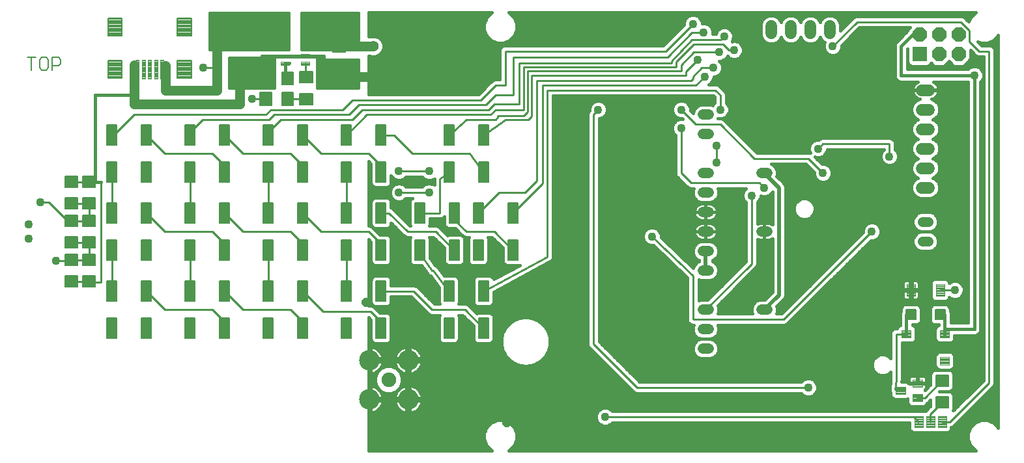
<source format=gtl>
G75*
G70*
%OFA0B0*%
%FSLAX24Y24*%
%IPPOS*%
%LPD*%
%AMOC8*
5,1,8,0,0,1.08239X$1,22.5*
%
%ADD10C,0.0060*%
%ADD11C,0.0750*%
%ADD12C,0.1050*%
%ADD13R,0.0740X0.0740*%
%ADD14OC8,0.0740*%
%ADD15C,0.0055*%
%ADD16C,0.0043*%
%ADD17C,0.0039*%
%ADD18C,0.0063*%
%ADD19C,0.0039*%
%ADD20C,0.0079*%
%ADD21C,0.0600*%
%ADD22C,0.0436*%
%ADD23C,0.0515*%
%ADD24C,0.0047*%
%ADD25C,0.0520*%
%ADD26C,0.0046*%
%ADD27C,0.0160*%
%ADD28C,0.0500*%
%ADD29C,0.0554*%
%ADD30C,0.0100*%
%ADD31C,0.0200*%
%ADD32OC8,0.0440*%
D10*
X001844Y019960D02*
X001844Y020601D01*
X002057Y020601D02*
X001630Y020601D01*
X002275Y020494D02*
X002275Y020067D01*
X002381Y019960D01*
X002595Y019960D01*
X002702Y020067D01*
X002702Y020494D01*
X002595Y020601D01*
X002381Y020601D01*
X002275Y020494D01*
X002919Y020601D02*
X003239Y020601D01*
X003346Y020494D01*
X003346Y020280D01*
X003239Y020174D01*
X002919Y020174D01*
X002919Y019960D02*
X002919Y020601D01*
D11*
X020127Y004086D03*
D12*
X019124Y003082D03*
X021131Y003082D03*
X021131Y005090D03*
X019124Y005090D03*
D13*
X047293Y020774D03*
D14*
X048293Y020774D03*
X049293Y020774D03*
X049293Y021774D03*
X048293Y021774D03*
X047293Y021774D03*
D15*
X005716Y007253D02*
X005716Y006207D01*
X005716Y007253D02*
X006212Y007253D01*
X006212Y006207D01*
X005716Y006207D01*
X005716Y006261D02*
X006212Y006261D01*
X006212Y006315D02*
X005716Y006315D01*
X005716Y006369D02*
X006212Y006369D01*
X006212Y006423D02*
X005716Y006423D01*
X005716Y006477D02*
X006212Y006477D01*
X006212Y006531D02*
X005716Y006531D01*
X005716Y006585D02*
X006212Y006585D01*
X006212Y006639D02*
X005716Y006639D01*
X005716Y006693D02*
X006212Y006693D01*
X006212Y006747D02*
X005716Y006747D01*
X005716Y006801D02*
X006212Y006801D01*
X006212Y006855D02*
X005716Y006855D01*
X005716Y006909D02*
X006212Y006909D01*
X006212Y006963D02*
X005716Y006963D01*
X005716Y007017D02*
X006212Y007017D01*
X006212Y007071D02*
X005716Y007071D01*
X005716Y007125D02*
X006212Y007125D01*
X006212Y007179D02*
X005716Y007179D01*
X005716Y007233D02*
X006212Y007233D01*
X007488Y007253D02*
X007488Y006207D01*
X007488Y007253D02*
X007984Y007253D01*
X007984Y006207D01*
X007488Y006207D01*
X007488Y006261D02*
X007984Y006261D01*
X007984Y006315D02*
X007488Y006315D01*
X007488Y006369D02*
X007984Y006369D01*
X007984Y006423D02*
X007488Y006423D01*
X007488Y006477D02*
X007984Y006477D01*
X007984Y006531D02*
X007488Y006531D01*
X007488Y006585D02*
X007984Y006585D01*
X007984Y006639D02*
X007488Y006639D01*
X007488Y006693D02*
X007984Y006693D01*
X007984Y006747D02*
X007488Y006747D01*
X007488Y006801D02*
X007984Y006801D01*
X007984Y006855D02*
X007488Y006855D01*
X007488Y006909D02*
X007984Y006909D01*
X007984Y006963D02*
X007488Y006963D01*
X007488Y007017D02*
X007984Y007017D01*
X007984Y007071D02*
X007488Y007071D01*
X007488Y007125D02*
X007984Y007125D01*
X007984Y007179D02*
X007488Y007179D01*
X007488Y007233D02*
X007984Y007233D01*
X009716Y007253D02*
X009716Y006207D01*
X009716Y007253D02*
X010212Y007253D01*
X010212Y006207D01*
X009716Y006207D01*
X009716Y006261D02*
X010212Y006261D01*
X010212Y006315D02*
X009716Y006315D01*
X009716Y006369D02*
X010212Y006369D01*
X010212Y006423D02*
X009716Y006423D01*
X009716Y006477D02*
X010212Y006477D01*
X010212Y006531D02*
X009716Y006531D01*
X009716Y006585D02*
X010212Y006585D01*
X010212Y006639D02*
X009716Y006639D01*
X009716Y006693D02*
X010212Y006693D01*
X010212Y006747D02*
X009716Y006747D01*
X009716Y006801D02*
X010212Y006801D01*
X010212Y006855D02*
X009716Y006855D01*
X009716Y006909D02*
X010212Y006909D01*
X010212Y006963D02*
X009716Y006963D01*
X009716Y007017D02*
X010212Y007017D01*
X010212Y007071D02*
X009716Y007071D01*
X009716Y007125D02*
X010212Y007125D01*
X010212Y007179D02*
X009716Y007179D01*
X009716Y007233D02*
X010212Y007233D01*
X011488Y007253D02*
X011488Y006207D01*
X011488Y007253D02*
X011984Y007253D01*
X011984Y006207D01*
X011488Y006207D01*
X011488Y006261D02*
X011984Y006261D01*
X011984Y006315D02*
X011488Y006315D01*
X011488Y006369D02*
X011984Y006369D01*
X011984Y006423D02*
X011488Y006423D01*
X011488Y006477D02*
X011984Y006477D01*
X011984Y006531D02*
X011488Y006531D01*
X011488Y006585D02*
X011984Y006585D01*
X011984Y006639D02*
X011488Y006639D01*
X011488Y006693D02*
X011984Y006693D01*
X011984Y006747D02*
X011488Y006747D01*
X011488Y006801D02*
X011984Y006801D01*
X011984Y006855D02*
X011488Y006855D01*
X011488Y006909D02*
X011984Y006909D01*
X011984Y006963D02*
X011488Y006963D01*
X011488Y007017D02*
X011984Y007017D01*
X011984Y007071D02*
X011488Y007071D01*
X011488Y007125D02*
X011984Y007125D01*
X011984Y007179D02*
X011488Y007179D01*
X011488Y007233D02*
X011984Y007233D01*
X013716Y007253D02*
X013716Y006207D01*
X013716Y007253D02*
X014212Y007253D01*
X014212Y006207D01*
X013716Y006207D01*
X013716Y006261D02*
X014212Y006261D01*
X014212Y006315D02*
X013716Y006315D01*
X013716Y006369D02*
X014212Y006369D01*
X014212Y006423D02*
X013716Y006423D01*
X013716Y006477D02*
X014212Y006477D01*
X014212Y006531D02*
X013716Y006531D01*
X013716Y006585D02*
X014212Y006585D01*
X014212Y006639D02*
X013716Y006639D01*
X013716Y006693D02*
X014212Y006693D01*
X014212Y006747D02*
X013716Y006747D01*
X013716Y006801D02*
X014212Y006801D01*
X014212Y006855D02*
X013716Y006855D01*
X013716Y006909D02*
X014212Y006909D01*
X014212Y006963D02*
X013716Y006963D01*
X013716Y007017D02*
X014212Y007017D01*
X014212Y007071D02*
X013716Y007071D01*
X013716Y007125D02*
X014212Y007125D01*
X014212Y007179D02*
X013716Y007179D01*
X013716Y007233D02*
X014212Y007233D01*
X015488Y007253D02*
X015488Y006207D01*
X015488Y007253D02*
X015984Y007253D01*
X015984Y006207D01*
X015488Y006207D01*
X015488Y006261D02*
X015984Y006261D01*
X015984Y006315D02*
X015488Y006315D01*
X015488Y006369D02*
X015984Y006369D01*
X015984Y006423D02*
X015488Y006423D01*
X015488Y006477D02*
X015984Y006477D01*
X015984Y006531D02*
X015488Y006531D01*
X015488Y006585D02*
X015984Y006585D01*
X015984Y006639D02*
X015488Y006639D01*
X015488Y006693D02*
X015984Y006693D01*
X015984Y006747D02*
X015488Y006747D01*
X015488Y006801D02*
X015984Y006801D01*
X015984Y006855D02*
X015488Y006855D01*
X015488Y006909D02*
X015984Y006909D01*
X015984Y006963D02*
X015488Y006963D01*
X015488Y007017D02*
X015984Y007017D01*
X015984Y007071D02*
X015488Y007071D01*
X015488Y007125D02*
X015984Y007125D01*
X015984Y007179D02*
X015488Y007179D01*
X015488Y007233D02*
X015984Y007233D01*
X017716Y007253D02*
X017716Y006207D01*
X017716Y007253D02*
X018212Y007253D01*
X018212Y006207D01*
X017716Y006207D01*
X017716Y006261D02*
X018212Y006261D01*
X018212Y006315D02*
X017716Y006315D01*
X017716Y006369D02*
X018212Y006369D01*
X018212Y006423D02*
X017716Y006423D01*
X017716Y006477D02*
X018212Y006477D01*
X018212Y006531D02*
X017716Y006531D01*
X017716Y006585D02*
X018212Y006585D01*
X018212Y006639D02*
X017716Y006639D01*
X017716Y006693D02*
X018212Y006693D01*
X018212Y006747D02*
X017716Y006747D01*
X017716Y006801D02*
X018212Y006801D01*
X018212Y006855D02*
X017716Y006855D01*
X017716Y006909D02*
X018212Y006909D01*
X018212Y006963D02*
X017716Y006963D01*
X017716Y007017D02*
X018212Y007017D01*
X018212Y007071D02*
X017716Y007071D01*
X017716Y007125D02*
X018212Y007125D01*
X018212Y007179D02*
X017716Y007179D01*
X017716Y007233D02*
X018212Y007233D01*
X019488Y007253D02*
X019488Y006207D01*
X019488Y007253D02*
X019984Y007253D01*
X019984Y006207D01*
X019488Y006207D01*
X019488Y006261D02*
X019984Y006261D01*
X019984Y006315D02*
X019488Y006315D01*
X019488Y006369D02*
X019984Y006369D01*
X019984Y006423D02*
X019488Y006423D01*
X019488Y006477D02*
X019984Y006477D01*
X019984Y006531D02*
X019488Y006531D01*
X019488Y006585D02*
X019984Y006585D01*
X019984Y006639D02*
X019488Y006639D01*
X019488Y006693D02*
X019984Y006693D01*
X019984Y006747D02*
X019488Y006747D01*
X019488Y006801D02*
X019984Y006801D01*
X019984Y006855D02*
X019488Y006855D01*
X019488Y006909D02*
X019984Y006909D01*
X019984Y006963D02*
X019488Y006963D01*
X019488Y007017D02*
X019984Y007017D01*
X019984Y007071D02*
X019488Y007071D01*
X019488Y007125D02*
X019984Y007125D01*
X019984Y007179D02*
X019488Y007179D01*
X019488Y007233D02*
X019984Y007233D01*
X019488Y008107D02*
X019488Y009153D01*
X019984Y009153D01*
X019984Y008107D01*
X019488Y008107D01*
X019488Y008161D02*
X019984Y008161D01*
X019984Y008215D02*
X019488Y008215D01*
X019488Y008269D02*
X019984Y008269D01*
X019984Y008323D02*
X019488Y008323D01*
X019488Y008377D02*
X019984Y008377D01*
X019984Y008431D02*
X019488Y008431D01*
X019488Y008485D02*
X019984Y008485D01*
X019984Y008539D02*
X019488Y008539D01*
X019488Y008593D02*
X019984Y008593D01*
X019984Y008647D02*
X019488Y008647D01*
X019488Y008701D02*
X019984Y008701D01*
X019984Y008755D02*
X019488Y008755D01*
X019488Y008809D02*
X019984Y008809D01*
X019984Y008863D02*
X019488Y008863D01*
X019488Y008917D02*
X019984Y008917D01*
X019984Y008971D02*
X019488Y008971D01*
X019488Y009025D02*
X019984Y009025D01*
X019984Y009079D02*
X019488Y009079D01*
X019488Y009133D02*
X019984Y009133D01*
X017716Y009153D02*
X017716Y008107D01*
X017716Y009153D02*
X018212Y009153D01*
X018212Y008107D01*
X017716Y008107D01*
X017716Y008161D02*
X018212Y008161D01*
X018212Y008215D02*
X017716Y008215D01*
X017716Y008269D02*
X018212Y008269D01*
X018212Y008323D02*
X017716Y008323D01*
X017716Y008377D02*
X018212Y008377D01*
X018212Y008431D02*
X017716Y008431D01*
X017716Y008485D02*
X018212Y008485D01*
X018212Y008539D02*
X017716Y008539D01*
X017716Y008593D02*
X018212Y008593D01*
X018212Y008647D02*
X017716Y008647D01*
X017716Y008701D02*
X018212Y008701D01*
X018212Y008755D02*
X017716Y008755D01*
X017716Y008809D02*
X018212Y008809D01*
X018212Y008863D02*
X017716Y008863D01*
X017716Y008917D02*
X018212Y008917D01*
X018212Y008971D02*
X017716Y008971D01*
X017716Y009025D02*
X018212Y009025D01*
X018212Y009079D02*
X017716Y009079D01*
X017716Y009133D02*
X018212Y009133D01*
X015488Y009153D02*
X015488Y008107D01*
X015488Y009153D02*
X015984Y009153D01*
X015984Y008107D01*
X015488Y008107D01*
X015488Y008161D02*
X015984Y008161D01*
X015984Y008215D02*
X015488Y008215D01*
X015488Y008269D02*
X015984Y008269D01*
X015984Y008323D02*
X015488Y008323D01*
X015488Y008377D02*
X015984Y008377D01*
X015984Y008431D02*
X015488Y008431D01*
X015488Y008485D02*
X015984Y008485D01*
X015984Y008539D02*
X015488Y008539D01*
X015488Y008593D02*
X015984Y008593D01*
X015984Y008647D02*
X015488Y008647D01*
X015488Y008701D02*
X015984Y008701D01*
X015984Y008755D02*
X015488Y008755D01*
X015488Y008809D02*
X015984Y008809D01*
X015984Y008863D02*
X015488Y008863D01*
X015488Y008917D02*
X015984Y008917D01*
X015984Y008971D02*
X015488Y008971D01*
X015488Y009025D02*
X015984Y009025D01*
X015984Y009079D02*
X015488Y009079D01*
X015488Y009133D02*
X015984Y009133D01*
X013716Y009153D02*
X013716Y008107D01*
X013716Y009153D02*
X014212Y009153D01*
X014212Y008107D01*
X013716Y008107D01*
X013716Y008161D02*
X014212Y008161D01*
X014212Y008215D02*
X013716Y008215D01*
X013716Y008269D02*
X014212Y008269D01*
X014212Y008323D02*
X013716Y008323D01*
X013716Y008377D02*
X014212Y008377D01*
X014212Y008431D02*
X013716Y008431D01*
X013716Y008485D02*
X014212Y008485D01*
X014212Y008539D02*
X013716Y008539D01*
X013716Y008593D02*
X014212Y008593D01*
X014212Y008647D02*
X013716Y008647D01*
X013716Y008701D02*
X014212Y008701D01*
X014212Y008755D02*
X013716Y008755D01*
X013716Y008809D02*
X014212Y008809D01*
X014212Y008863D02*
X013716Y008863D01*
X013716Y008917D02*
X014212Y008917D01*
X014212Y008971D02*
X013716Y008971D01*
X013716Y009025D02*
X014212Y009025D01*
X014212Y009079D02*
X013716Y009079D01*
X013716Y009133D02*
X014212Y009133D01*
X011488Y009153D02*
X011488Y008107D01*
X011488Y009153D02*
X011984Y009153D01*
X011984Y008107D01*
X011488Y008107D01*
X011488Y008161D02*
X011984Y008161D01*
X011984Y008215D02*
X011488Y008215D01*
X011488Y008269D02*
X011984Y008269D01*
X011984Y008323D02*
X011488Y008323D01*
X011488Y008377D02*
X011984Y008377D01*
X011984Y008431D02*
X011488Y008431D01*
X011488Y008485D02*
X011984Y008485D01*
X011984Y008539D02*
X011488Y008539D01*
X011488Y008593D02*
X011984Y008593D01*
X011984Y008647D02*
X011488Y008647D01*
X011488Y008701D02*
X011984Y008701D01*
X011984Y008755D02*
X011488Y008755D01*
X011488Y008809D02*
X011984Y008809D01*
X011984Y008863D02*
X011488Y008863D01*
X011488Y008917D02*
X011984Y008917D01*
X011984Y008971D02*
X011488Y008971D01*
X011488Y009025D02*
X011984Y009025D01*
X011984Y009079D02*
X011488Y009079D01*
X011488Y009133D02*
X011984Y009133D01*
X009716Y009153D02*
X009716Y008107D01*
X009716Y009153D02*
X010212Y009153D01*
X010212Y008107D01*
X009716Y008107D01*
X009716Y008161D02*
X010212Y008161D01*
X010212Y008215D02*
X009716Y008215D01*
X009716Y008269D02*
X010212Y008269D01*
X010212Y008323D02*
X009716Y008323D01*
X009716Y008377D02*
X010212Y008377D01*
X010212Y008431D02*
X009716Y008431D01*
X009716Y008485D02*
X010212Y008485D01*
X010212Y008539D02*
X009716Y008539D01*
X009716Y008593D02*
X010212Y008593D01*
X010212Y008647D02*
X009716Y008647D01*
X009716Y008701D02*
X010212Y008701D01*
X010212Y008755D02*
X009716Y008755D01*
X009716Y008809D02*
X010212Y008809D01*
X010212Y008863D02*
X009716Y008863D01*
X009716Y008917D02*
X010212Y008917D01*
X010212Y008971D02*
X009716Y008971D01*
X009716Y009025D02*
X010212Y009025D01*
X010212Y009079D02*
X009716Y009079D01*
X009716Y009133D02*
X010212Y009133D01*
X007488Y009153D02*
X007488Y008107D01*
X007488Y009153D02*
X007984Y009153D01*
X007984Y008107D01*
X007488Y008107D01*
X007488Y008161D02*
X007984Y008161D01*
X007984Y008215D02*
X007488Y008215D01*
X007488Y008269D02*
X007984Y008269D01*
X007984Y008323D02*
X007488Y008323D01*
X007488Y008377D02*
X007984Y008377D01*
X007984Y008431D02*
X007488Y008431D01*
X007488Y008485D02*
X007984Y008485D01*
X007984Y008539D02*
X007488Y008539D01*
X007488Y008593D02*
X007984Y008593D01*
X007984Y008647D02*
X007488Y008647D01*
X007488Y008701D02*
X007984Y008701D01*
X007984Y008755D02*
X007488Y008755D01*
X007488Y008809D02*
X007984Y008809D01*
X007984Y008863D02*
X007488Y008863D01*
X007488Y008917D02*
X007984Y008917D01*
X007984Y008971D02*
X007488Y008971D01*
X007488Y009025D02*
X007984Y009025D01*
X007984Y009079D02*
X007488Y009079D01*
X007488Y009133D02*
X007984Y009133D01*
X005716Y009153D02*
X005716Y008107D01*
X005716Y009153D02*
X006212Y009153D01*
X006212Y008107D01*
X005716Y008107D01*
X005716Y008161D02*
X006212Y008161D01*
X006212Y008215D02*
X005716Y008215D01*
X005716Y008269D02*
X006212Y008269D01*
X006212Y008323D02*
X005716Y008323D01*
X005716Y008377D02*
X006212Y008377D01*
X006212Y008431D02*
X005716Y008431D01*
X005716Y008485D02*
X006212Y008485D01*
X006212Y008539D02*
X005716Y008539D01*
X005716Y008593D02*
X006212Y008593D01*
X006212Y008647D02*
X005716Y008647D01*
X005716Y008701D02*
X006212Y008701D01*
X006212Y008755D02*
X005716Y008755D01*
X005716Y008809D02*
X006212Y008809D01*
X006212Y008863D02*
X005716Y008863D01*
X005716Y008917D02*
X006212Y008917D01*
X006212Y008971D02*
X005716Y008971D01*
X005716Y009025D02*
X006212Y009025D01*
X006212Y009079D02*
X005716Y009079D01*
X005716Y009133D02*
X006212Y009133D01*
X005716Y010207D02*
X005716Y011253D01*
X006212Y011253D01*
X006212Y010207D01*
X005716Y010207D01*
X005716Y010261D02*
X006212Y010261D01*
X006212Y010315D02*
X005716Y010315D01*
X005716Y010369D02*
X006212Y010369D01*
X006212Y010423D02*
X005716Y010423D01*
X005716Y010477D02*
X006212Y010477D01*
X006212Y010531D02*
X005716Y010531D01*
X005716Y010585D02*
X006212Y010585D01*
X006212Y010639D02*
X005716Y010639D01*
X005716Y010693D02*
X006212Y010693D01*
X006212Y010747D02*
X005716Y010747D01*
X005716Y010801D02*
X006212Y010801D01*
X006212Y010855D02*
X005716Y010855D01*
X005716Y010909D02*
X006212Y010909D01*
X006212Y010963D02*
X005716Y010963D01*
X005716Y011017D02*
X006212Y011017D01*
X006212Y011071D02*
X005716Y011071D01*
X005716Y011125D02*
X006212Y011125D01*
X006212Y011179D02*
X005716Y011179D01*
X005716Y011233D02*
X006212Y011233D01*
X007488Y011253D02*
X007488Y010207D01*
X007488Y011253D02*
X007984Y011253D01*
X007984Y010207D01*
X007488Y010207D01*
X007488Y010261D02*
X007984Y010261D01*
X007984Y010315D02*
X007488Y010315D01*
X007488Y010369D02*
X007984Y010369D01*
X007984Y010423D02*
X007488Y010423D01*
X007488Y010477D02*
X007984Y010477D01*
X007984Y010531D02*
X007488Y010531D01*
X007488Y010585D02*
X007984Y010585D01*
X007984Y010639D02*
X007488Y010639D01*
X007488Y010693D02*
X007984Y010693D01*
X007984Y010747D02*
X007488Y010747D01*
X007488Y010801D02*
X007984Y010801D01*
X007984Y010855D02*
X007488Y010855D01*
X007488Y010909D02*
X007984Y010909D01*
X007984Y010963D02*
X007488Y010963D01*
X007488Y011017D02*
X007984Y011017D01*
X007984Y011071D02*
X007488Y011071D01*
X007488Y011125D02*
X007984Y011125D01*
X007984Y011179D02*
X007488Y011179D01*
X007488Y011233D02*
X007984Y011233D01*
X009716Y011253D02*
X009716Y010207D01*
X009716Y011253D02*
X010212Y011253D01*
X010212Y010207D01*
X009716Y010207D01*
X009716Y010261D02*
X010212Y010261D01*
X010212Y010315D02*
X009716Y010315D01*
X009716Y010369D02*
X010212Y010369D01*
X010212Y010423D02*
X009716Y010423D01*
X009716Y010477D02*
X010212Y010477D01*
X010212Y010531D02*
X009716Y010531D01*
X009716Y010585D02*
X010212Y010585D01*
X010212Y010639D02*
X009716Y010639D01*
X009716Y010693D02*
X010212Y010693D01*
X010212Y010747D02*
X009716Y010747D01*
X009716Y010801D02*
X010212Y010801D01*
X010212Y010855D02*
X009716Y010855D01*
X009716Y010909D02*
X010212Y010909D01*
X010212Y010963D02*
X009716Y010963D01*
X009716Y011017D02*
X010212Y011017D01*
X010212Y011071D02*
X009716Y011071D01*
X009716Y011125D02*
X010212Y011125D01*
X010212Y011179D02*
X009716Y011179D01*
X009716Y011233D02*
X010212Y011233D01*
X011488Y011253D02*
X011488Y010207D01*
X011488Y011253D02*
X011984Y011253D01*
X011984Y010207D01*
X011488Y010207D01*
X011488Y010261D02*
X011984Y010261D01*
X011984Y010315D02*
X011488Y010315D01*
X011488Y010369D02*
X011984Y010369D01*
X011984Y010423D02*
X011488Y010423D01*
X011488Y010477D02*
X011984Y010477D01*
X011984Y010531D02*
X011488Y010531D01*
X011488Y010585D02*
X011984Y010585D01*
X011984Y010639D02*
X011488Y010639D01*
X011488Y010693D02*
X011984Y010693D01*
X011984Y010747D02*
X011488Y010747D01*
X011488Y010801D02*
X011984Y010801D01*
X011984Y010855D02*
X011488Y010855D01*
X011488Y010909D02*
X011984Y010909D01*
X011984Y010963D02*
X011488Y010963D01*
X011488Y011017D02*
X011984Y011017D01*
X011984Y011071D02*
X011488Y011071D01*
X011488Y011125D02*
X011984Y011125D01*
X011984Y011179D02*
X011488Y011179D01*
X011488Y011233D02*
X011984Y011233D01*
X013716Y011253D02*
X013716Y010207D01*
X013716Y011253D02*
X014212Y011253D01*
X014212Y010207D01*
X013716Y010207D01*
X013716Y010261D02*
X014212Y010261D01*
X014212Y010315D02*
X013716Y010315D01*
X013716Y010369D02*
X014212Y010369D01*
X014212Y010423D02*
X013716Y010423D01*
X013716Y010477D02*
X014212Y010477D01*
X014212Y010531D02*
X013716Y010531D01*
X013716Y010585D02*
X014212Y010585D01*
X014212Y010639D02*
X013716Y010639D01*
X013716Y010693D02*
X014212Y010693D01*
X014212Y010747D02*
X013716Y010747D01*
X013716Y010801D02*
X014212Y010801D01*
X014212Y010855D02*
X013716Y010855D01*
X013716Y010909D02*
X014212Y010909D01*
X014212Y010963D02*
X013716Y010963D01*
X013716Y011017D02*
X014212Y011017D01*
X014212Y011071D02*
X013716Y011071D01*
X013716Y011125D02*
X014212Y011125D01*
X014212Y011179D02*
X013716Y011179D01*
X013716Y011233D02*
X014212Y011233D01*
X015488Y011253D02*
X015488Y010207D01*
X015488Y011253D02*
X015984Y011253D01*
X015984Y010207D01*
X015488Y010207D01*
X015488Y010261D02*
X015984Y010261D01*
X015984Y010315D02*
X015488Y010315D01*
X015488Y010369D02*
X015984Y010369D01*
X015984Y010423D02*
X015488Y010423D01*
X015488Y010477D02*
X015984Y010477D01*
X015984Y010531D02*
X015488Y010531D01*
X015488Y010585D02*
X015984Y010585D01*
X015984Y010639D02*
X015488Y010639D01*
X015488Y010693D02*
X015984Y010693D01*
X015984Y010747D02*
X015488Y010747D01*
X015488Y010801D02*
X015984Y010801D01*
X015984Y010855D02*
X015488Y010855D01*
X015488Y010909D02*
X015984Y010909D01*
X015984Y010963D02*
X015488Y010963D01*
X015488Y011017D02*
X015984Y011017D01*
X015984Y011071D02*
X015488Y011071D01*
X015488Y011125D02*
X015984Y011125D01*
X015984Y011179D02*
X015488Y011179D01*
X015488Y011233D02*
X015984Y011233D01*
X017716Y011253D02*
X017716Y010207D01*
X017716Y011253D02*
X018212Y011253D01*
X018212Y010207D01*
X017716Y010207D01*
X017716Y010261D02*
X018212Y010261D01*
X018212Y010315D02*
X017716Y010315D01*
X017716Y010369D02*
X018212Y010369D01*
X018212Y010423D02*
X017716Y010423D01*
X017716Y010477D02*
X018212Y010477D01*
X018212Y010531D02*
X017716Y010531D01*
X017716Y010585D02*
X018212Y010585D01*
X018212Y010639D02*
X017716Y010639D01*
X017716Y010693D02*
X018212Y010693D01*
X018212Y010747D02*
X017716Y010747D01*
X017716Y010801D02*
X018212Y010801D01*
X018212Y010855D02*
X017716Y010855D01*
X017716Y010909D02*
X018212Y010909D01*
X018212Y010963D02*
X017716Y010963D01*
X017716Y011017D02*
X018212Y011017D01*
X018212Y011071D02*
X017716Y011071D01*
X017716Y011125D02*
X018212Y011125D01*
X018212Y011179D02*
X017716Y011179D01*
X017716Y011233D02*
X018212Y011233D01*
X019488Y011253D02*
X019488Y010207D01*
X019488Y011253D02*
X019984Y011253D01*
X019984Y010207D01*
X019488Y010207D01*
X019488Y010261D02*
X019984Y010261D01*
X019984Y010315D02*
X019488Y010315D01*
X019488Y010369D02*
X019984Y010369D01*
X019984Y010423D02*
X019488Y010423D01*
X019488Y010477D02*
X019984Y010477D01*
X019984Y010531D02*
X019488Y010531D01*
X019488Y010585D02*
X019984Y010585D01*
X019984Y010639D02*
X019488Y010639D01*
X019488Y010693D02*
X019984Y010693D01*
X019984Y010747D02*
X019488Y010747D01*
X019488Y010801D02*
X019984Y010801D01*
X019984Y010855D02*
X019488Y010855D01*
X019488Y010909D02*
X019984Y010909D01*
X019984Y010963D02*
X019488Y010963D01*
X019488Y011017D02*
X019984Y011017D01*
X019984Y011071D02*
X019488Y011071D01*
X019488Y011125D02*
X019984Y011125D01*
X019984Y011179D02*
X019488Y011179D01*
X019488Y011233D02*
X019984Y011233D01*
X021466Y011253D02*
X021466Y010207D01*
X021466Y011253D02*
X021962Y011253D01*
X021962Y010207D01*
X021466Y010207D01*
X021466Y010261D02*
X021962Y010261D01*
X021962Y010315D02*
X021466Y010315D01*
X021466Y010369D02*
X021962Y010369D01*
X021962Y010423D02*
X021466Y010423D01*
X021466Y010477D02*
X021962Y010477D01*
X021962Y010531D02*
X021466Y010531D01*
X021466Y010585D02*
X021962Y010585D01*
X021962Y010639D02*
X021466Y010639D01*
X021466Y010693D02*
X021962Y010693D01*
X021962Y010747D02*
X021466Y010747D01*
X021466Y010801D02*
X021962Y010801D01*
X021962Y010855D02*
X021466Y010855D01*
X021466Y010909D02*
X021962Y010909D01*
X021962Y010963D02*
X021466Y010963D01*
X021466Y011017D02*
X021962Y011017D01*
X021962Y011071D02*
X021466Y011071D01*
X021466Y011125D02*
X021962Y011125D01*
X021962Y011179D02*
X021466Y011179D01*
X021466Y011233D02*
X021962Y011233D01*
X023238Y011253D02*
X023238Y010207D01*
X023238Y011253D02*
X023734Y011253D01*
X023734Y010207D01*
X023238Y010207D01*
X023238Y010261D02*
X023734Y010261D01*
X023734Y010315D02*
X023238Y010315D01*
X023238Y010369D02*
X023734Y010369D01*
X023734Y010423D02*
X023238Y010423D01*
X023238Y010477D02*
X023734Y010477D01*
X023734Y010531D02*
X023238Y010531D01*
X023238Y010585D02*
X023734Y010585D01*
X023734Y010639D02*
X023238Y010639D01*
X023238Y010693D02*
X023734Y010693D01*
X023734Y010747D02*
X023238Y010747D01*
X023238Y010801D02*
X023734Y010801D01*
X023734Y010855D02*
X023238Y010855D01*
X023238Y010909D02*
X023734Y010909D01*
X023734Y010963D02*
X023238Y010963D01*
X023238Y011017D02*
X023734Y011017D01*
X023734Y011071D02*
X023238Y011071D01*
X023238Y011125D02*
X023734Y011125D01*
X023734Y011179D02*
X023238Y011179D01*
X023238Y011233D02*
X023734Y011233D01*
X024466Y011253D02*
X024466Y010207D01*
X024466Y011253D02*
X024962Y011253D01*
X024962Y010207D01*
X024466Y010207D01*
X024466Y010261D02*
X024962Y010261D01*
X024962Y010315D02*
X024466Y010315D01*
X024466Y010369D02*
X024962Y010369D01*
X024962Y010423D02*
X024466Y010423D01*
X024466Y010477D02*
X024962Y010477D01*
X024962Y010531D02*
X024466Y010531D01*
X024466Y010585D02*
X024962Y010585D01*
X024962Y010639D02*
X024466Y010639D01*
X024466Y010693D02*
X024962Y010693D01*
X024962Y010747D02*
X024466Y010747D01*
X024466Y010801D02*
X024962Y010801D01*
X024962Y010855D02*
X024466Y010855D01*
X024466Y010909D02*
X024962Y010909D01*
X024962Y010963D02*
X024466Y010963D01*
X024466Y011017D02*
X024962Y011017D01*
X024962Y011071D02*
X024466Y011071D01*
X024466Y011125D02*
X024962Y011125D01*
X024962Y011179D02*
X024466Y011179D01*
X024466Y011233D02*
X024962Y011233D01*
X026238Y011253D02*
X026238Y010207D01*
X026238Y011253D02*
X026734Y011253D01*
X026734Y010207D01*
X026238Y010207D01*
X026238Y010261D02*
X026734Y010261D01*
X026734Y010315D02*
X026238Y010315D01*
X026238Y010369D02*
X026734Y010369D01*
X026734Y010423D02*
X026238Y010423D01*
X026238Y010477D02*
X026734Y010477D01*
X026734Y010531D02*
X026238Y010531D01*
X026238Y010585D02*
X026734Y010585D01*
X026734Y010639D02*
X026238Y010639D01*
X026238Y010693D02*
X026734Y010693D01*
X026734Y010747D02*
X026238Y010747D01*
X026238Y010801D02*
X026734Y010801D01*
X026734Y010855D02*
X026238Y010855D01*
X026238Y010909D02*
X026734Y010909D01*
X026734Y010963D02*
X026238Y010963D01*
X026238Y011017D02*
X026734Y011017D01*
X026734Y011071D02*
X026238Y011071D01*
X026238Y011125D02*
X026734Y011125D01*
X026734Y011179D02*
X026238Y011179D01*
X026238Y011233D02*
X026734Y011233D01*
X026238Y012107D02*
X026238Y013153D01*
X026734Y013153D01*
X026734Y012107D01*
X026238Y012107D01*
X026238Y012161D02*
X026734Y012161D01*
X026734Y012215D02*
X026238Y012215D01*
X026238Y012269D02*
X026734Y012269D01*
X026734Y012323D02*
X026238Y012323D01*
X026238Y012377D02*
X026734Y012377D01*
X026734Y012431D02*
X026238Y012431D01*
X026238Y012485D02*
X026734Y012485D01*
X026734Y012539D02*
X026238Y012539D01*
X026238Y012593D02*
X026734Y012593D01*
X026734Y012647D02*
X026238Y012647D01*
X026238Y012701D02*
X026734Y012701D01*
X026734Y012755D02*
X026238Y012755D01*
X026238Y012809D02*
X026734Y012809D01*
X026734Y012863D02*
X026238Y012863D01*
X026238Y012917D02*
X026734Y012917D01*
X026734Y012971D02*
X026238Y012971D01*
X026238Y013025D02*
X026734Y013025D01*
X026734Y013079D02*
X026238Y013079D01*
X026238Y013133D02*
X026734Y013133D01*
X024466Y013153D02*
X024466Y012107D01*
X024466Y013153D02*
X024962Y013153D01*
X024962Y012107D01*
X024466Y012107D01*
X024466Y012161D02*
X024962Y012161D01*
X024962Y012215D02*
X024466Y012215D01*
X024466Y012269D02*
X024962Y012269D01*
X024962Y012323D02*
X024466Y012323D01*
X024466Y012377D02*
X024962Y012377D01*
X024962Y012431D02*
X024466Y012431D01*
X024466Y012485D02*
X024962Y012485D01*
X024962Y012539D02*
X024466Y012539D01*
X024466Y012593D02*
X024962Y012593D01*
X024962Y012647D02*
X024466Y012647D01*
X024466Y012701D02*
X024962Y012701D01*
X024962Y012755D02*
X024466Y012755D01*
X024466Y012809D02*
X024962Y012809D01*
X024962Y012863D02*
X024466Y012863D01*
X024466Y012917D02*
X024962Y012917D01*
X024962Y012971D02*
X024466Y012971D01*
X024466Y013025D02*
X024962Y013025D01*
X024962Y013079D02*
X024466Y013079D01*
X024466Y013133D02*
X024962Y013133D01*
X023238Y013153D02*
X023238Y012107D01*
X023238Y013153D02*
X023734Y013153D01*
X023734Y012107D01*
X023238Y012107D01*
X023238Y012161D02*
X023734Y012161D01*
X023734Y012215D02*
X023238Y012215D01*
X023238Y012269D02*
X023734Y012269D01*
X023734Y012323D02*
X023238Y012323D01*
X023238Y012377D02*
X023734Y012377D01*
X023734Y012431D02*
X023238Y012431D01*
X023238Y012485D02*
X023734Y012485D01*
X023734Y012539D02*
X023238Y012539D01*
X023238Y012593D02*
X023734Y012593D01*
X023734Y012647D02*
X023238Y012647D01*
X023238Y012701D02*
X023734Y012701D01*
X023734Y012755D02*
X023238Y012755D01*
X023238Y012809D02*
X023734Y012809D01*
X023734Y012863D02*
X023238Y012863D01*
X023238Y012917D02*
X023734Y012917D01*
X023734Y012971D02*
X023238Y012971D01*
X023238Y013025D02*
X023734Y013025D01*
X023734Y013079D02*
X023238Y013079D01*
X023238Y013133D02*
X023734Y013133D01*
X021466Y013153D02*
X021466Y012107D01*
X021466Y013153D02*
X021962Y013153D01*
X021962Y012107D01*
X021466Y012107D01*
X021466Y012161D02*
X021962Y012161D01*
X021962Y012215D02*
X021466Y012215D01*
X021466Y012269D02*
X021962Y012269D01*
X021962Y012323D02*
X021466Y012323D01*
X021466Y012377D02*
X021962Y012377D01*
X021962Y012431D02*
X021466Y012431D01*
X021466Y012485D02*
X021962Y012485D01*
X021962Y012539D02*
X021466Y012539D01*
X021466Y012593D02*
X021962Y012593D01*
X021962Y012647D02*
X021466Y012647D01*
X021466Y012701D02*
X021962Y012701D01*
X021962Y012755D02*
X021466Y012755D01*
X021466Y012809D02*
X021962Y012809D01*
X021962Y012863D02*
X021466Y012863D01*
X021466Y012917D02*
X021962Y012917D01*
X021962Y012971D02*
X021466Y012971D01*
X021466Y013025D02*
X021962Y013025D01*
X021962Y013079D02*
X021466Y013079D01*
X021466Y013133D02*
X021962Y013133D01*
X019488Y013153D02*
X019488Y012107D01*
X019488Y013153D02*
X019984Y013153D01*
X019984Y012107D01*
X019488Y012107D01*
X019488Y012161D02*
X019984Y012161D01*
X019984Y012215D02*
X019488Y012215D01*
X019488Y012269D02*
X019984Y012269D01*
X019984Y012323D02*
X019488Y012323D01*
X019488Y012377D02*
X019984Y012377D01*
X019984Y012431D02*
X019488Y012431D01*
X019488Y012485D02*
X019984Y012485D01*
X019984Y012539D02*
X019488Y012539D01*
X019488Y012593D02*
X019984Y012593D01*
X019984Y012647D02*
X019488Y012647D01*
X019488Y012701D02*
X019984Y012701D01*
X019984Y012755D02*
X019488Y012755D01*
X019488Y012809D02*
X019984Y012809D01*
X019984Y012863D02*
X019488Y012863D01*
X019488Y012917D02*
X019984Y012917D01*
X019984Y012971D02*
X019488Y012971D01*
X019488Y013025D02*
X019984Y013025D01*
X019984Y013079D02*
X019488Y013079D01*
X019488Y013133D02*
X019984Y013133D01*
X017716Y013153D02*
X017716Y012107D01*
X017716Y013153D02*
X018212Y013153D01*
X018212Y012107D01*
X017716Y012107D01*
X017716Y012161D02*
X018212Y012161D01*
X018212Y012215D02*
X017716Y012215D01*
X017716Y012269D02*
X018212Y012269D01*
X018212Y012323D02*
X017716Y012323D01*
X017716Y012377D02*
X018212Y012377D01*
X018212Y012431D02*
X017716Y012431D01*
X017716Y012485D02*
X018212Y012485D01*
X018212Y012539D02*
X017716Y012539D01*
X017716Y012593D02*
X018212Y012593D01*
X018212Y012647D02*
X017716Y012647D01*
X017716Y012701D02*
X018212Y012701D01*
X018212Y012755D02*
X017716Y012755D01*
X017716Y012809D02*
X018212Y012809D01*
X018212Y012863D02*
X017716Y012863D01*
X017716Y012917D02*
X018212Y012917D01*
X018212Y012971D02*
X017716Y012971D01*
X017716Y013025D02*
X018212Y013025D01*
X018212Y013079D02*
X017716Y013079D01*
X017716Y013133D02*
X018212Y013133D01*
X015488Y013153D02*
X015488Y012107D01*
X015488Y013153D02*
X015984Y013153D01*
X015984Y012107D01*
X015488Y012107D01*
X015488Y012161D02*
X015984Y012161D01*
X015984Y012215D02*
X015488Y012215D01*
X015488Y012269D02*
X015984Y012269D01*
X015984Y012323D02*
X015488Y012323D01*
X015488Y012377D02*
X015984Y012377D01*
X015984Y012431D02*
X015488Y012431D01*
X015488Y012485D02*
X015984Y012485D01*
X015984Y012539D02*
X015488Y012539D01*
X015488Y012593D02*
X015984Y012593D01*
X015984Y012647D02*
X015488Y012647D01*
X015488Y012701D02*
X015984Y012701D01*
X015984Y012755D02*
X015488Y012755D01*
X015488Y012809D02*
X015984Y012809D01*
X015984Y012863D02*
X015488Y012863D01*
X015488Y012917D02*
X015984Y012917D01*
X015984Y012971D02*
X015488Y012971D01*
X015488Y013025D02*
X015984Y013025D01*
X015984Y013079D02*
X015488Y013079D01*
X015488Y013133D02*
X015984Y013133D01*
X013716Y013153D02*
X013716Y012107D01*
X013716Y013153D02*
X014212Y013153D01*
X014212Y012107D01*
X013716Y012107D01*
X013716Y012161D02*
X014212Y012161D01*
X014212Y012215D02*
X013716Y012215D01*
X013716Y012269D02*
X014212Y012269D01*
X014212Y012323D02*
X013716Y012323D01*
X013716Y012377D02*
X014212Y012377D01*
X014212Y012431D02*
X013716Y012431D01*
X013716Y012485D02*
X014212Y012485D01*
X014212Y012539D02*
X013716Y012539D01*
X013716Y012593D02*
X014212Y012593D01*
X014212Y012647D02*
X013716Y012647D01*
X013716Y012701D02*
X014212Y012701D01*
X014212Y012755D02*
X013716Y012755D01*
X013716Y012809D02*
X014212Y012809D01*
X014212Y012863D02*
X013716Y012863D01*
X013716Y012917D02*
X014212Y012917D01*
X014212Y012971D02*
X013716Y012971D01*
X013716Y013025D02*
X014212Y013025D01*
X014212Y013079D02*
X013716Y013079D01*
X013716Y013133D02*
X014212Y013133D01*
X011488Y013153D02*
X011488Y012107D01*
X011488Y013153D02*
X011984Y013153D01*
X011984Y012107D01*
X011488Y012107D01*
X011488Y012161D02*
X011984Y012161D01*
X011984Y012215D02*
X011488Y012215D01*
X011488Y012269D02*
X011984Y012269D01*
X011984Y012323D02*
X011488Y012323D01*
X011488Y012377D02*
X011984Y012377D01*
X011984Y012431D02*
X011488Y012431D01*
X011488Y012485D02*
X011984Y012485D01*
X011984Y012539D02*
X011488Y012539D01*
X011488Y012593D02*
X011984Y012593D01*
X011984Y012647D02*
X011488Y012647D01*
X011488Y012701D02*
X011984Y012701D01*
X011984Y012755D02*
X011488Y012755D01*
X011488Y012809D02*
X011984Y012809D01*
X011984Y012863D02*
X011488Y012863D01*
X011488Y012917D02*
X011984Y012917D01*
X011984Y012971D02*
X011488Y012971D01*
X011488Y013025D02*
X011984Y013025D01*
X011984Y013079D02*
X011488Y013079D01*
X011488Y013133D02*
X011984Y013133D01*
X009716Y013153D02*
X009716Y012107D01*
X009716Y013153D02*
X010212Y013153D01*
X010212Y012107D01*
X009716Y012107D01*
X009716Y012161D02*
X010212Y012161D01*
X010212Y012215D02*
X009716Y012215D01*
X009716Y012269D02*
X010212Y012269D01*
X010212Y012323D02*
X009716Y012323D01*
X009716Y012377D02*
X010212Y012377D01*
X010212Y012431D02*
X009716Y012431D01*
X009716Y012485D02*
X010212Y012485D01*
X010212Y012539D02*
X009716Y012539D01*
X009716Y012593D02*
X010212Y012593D01*
X010212Y012647D02*
X009716Y012647D01*
X009716Y012701D02*
X010212Y012701D01*
X010212Y012755D02*
X009716Y012755D01*
X009716Y012809D02*
X010212Y012809D01*
X010212Y012863D02*
X009716Y012863D01*
X009716Y012917D02*
X010212Y012917D01*
X010212Y012971D02*
X009716Y012971D01*
X009716Y013025D02*
X010212Y013025D01*
X010212Y013079D02*
X009716Y013079D01*
X009716Y013133D02*
X010212Y013133D01*
X007488Y013153D02*
X007488Y012107D01*
X007488Y013153D02*
X007984Y013153D01*
X007984Y012107D01*
X007488Y012107D01*
X007488Y012161D02*
X007984Y012161D01*
X007984Y012215D02*
X007488Y012215D01*
X007488Y012269D02*
X007984Y012269D01*
X007984Y012323D02*
X007488Y012323D01*
X007488Y012377D02*
X007984Y012377D01*
X007984Y012431D02*
X007488Y012431D01*
X007488Y012485D02*
X007984Y012485D01*
X007984Y012539D02*
X007488Y012539D01*
X007488Y012593D02*
X007984Y012593D01*
X007984Y012647D02*
X007488Y012647D01*
X007488Y012701D02*
X007984Y012701D01*
X007984Y012755D02*
X007488Y012755D01*
X007488Y012809D02*
X007984Y012809D01*
X007984Y012863D02*
X007488Y012863D01*
X007488Y012917D02*
X007984Y012917D01*
X007984Y012971D02*
X007488Y012971D01*
X007488Y013025D02*
X007984Y013025D01*
X007984Y013079D02*
X007488Y013079D01*
X007488Y013133D02*
X007984Y013133D01*
X005716Y013153D02*
X005716Y012107D01*
X005716Y013153D02*
X006212Y013153D01*
X006212Y012107D01*
X005716Y012107D01*
X005716Y012161D02*
X006212Y012161D01*
X006212Y012215D02*
X005716Y012215D01*
X005716Y012269D02*
X006212Y012269D01*
X006212Y012323D02*
X005716Y012323D01*
X005716Y012377D02*
X006212Y012377D01*
X006212Y012431D02*
X005716Y012431D01*
X005716Y012485D02*
X006212Y012485D01*
X006212Y012539D02*
X005716Y012539D01*
X005716Y012593D02*
X006212Y012593D01*
X006212Y012647D02*
X005716Y012647D01*
X005716Y012701D02*
X006212Y012701D01*
X006212Y012755D02*
X005716Y012755D01*
X005716Y012809D02*
X006212Y012809D01*
X006212Y012863D02*
X005716Y012863D01*
X005716Y012917D02*
X006212Y012917D01*
X006212Y012971D02*
X005716Y012971D01*
X005716Y013025D02*
X006212Y013025D01*
X006212Y013079D02*
X005716Y013079D01*
X005716Y013133D02*
X006212Y013133D01*
X005716Y014207D02*
X005716Y015253D01*
X006212Y015253D01*
X006212Y014207D01*
X005716Y014207D01*
X005716Y014261D02*
X006212Y014261D01*
X006212Y014315D02*
X005716Y014315D01*
X005716Y014369D02*
X006212Y014369D01*
X006212Y014423D02*
X005716Y014423D01*
X005716Y014477D02*
X006212Y014477D01*
X006212Y014531D02*
X005716Y014531D01*
X005716Y014585D02*
X006212Y014585D01*
X006212Y014639D02*
X005716Y014639D01*
X005716Y014693D02*
X006212Y014693D01*
X006212Y014747D02*
X005716Y014747D01*
X005716Y014801D02*
X006212Y014801D01*
X006212Y014855D02*
X005716Y014855D01*
X005716Y014909D02*
X006212Y014909D01*
X006212Y014963D02*
X005716Y014963D01*
X005716Y015017D02*
X006212Y015017D01*
X006212Y015071D02*
X005716Y015071D01*
X005716Y015125D02*
X006212Y015125D01*
X006212Y015179D02*
X005716Y015179D01*
X005716Y015233D02*
X006212Y015233D01*
X007488Y015253D02*
X007488Y014207D01*
X007488Y015253D02*
X007984Y015253D01*
X007984Y014207D01*
X007488Y014207D01*
X007488Y014261D02*
X007984Y014261D01*
X007984Y014315D02*
X007488Y014315D01*
X007488Y014369D02*
X007984Y014369D01*
X007984Y014423D02*
X007488Y014423D01*
X007488Y014477D02*
X007984Y014477D01*
X007984Y014531D02*
X007488Y014531D01*
X007488Y014585D02*
X007984Y014585D01*
X007984Y014639D02*
X007488Y014639D01*
X007488Y014693D02*
X007984Y014693D01*
X007984Y014747D02*
X007488Y014747D01*
X007488Y014801D02*
X007984Y014801D01*
X007984Y014855D02*
X007488Y014855D01*
X007488Y014909D02*
X007984Y014909D01*
X007984Y014963D02*
X007488Y014963D01*
X007488Y015017D02*
X007984Y015017D01*
X007984Y015071D02*
X007488Y015071D01*
X007488Y015125D02*
X007984Y015125D01*
X007984Y015179D02*
X007488Y015179D01*
X007488Y015233D02*
X007984Y015233D01*
X009716Y015253D02*
X009716Y014207D01*
X009716Y015253D02*
X010212Y015253D01*
X010212Y014207D01*
X009716Y014207D01*
X009716Y014261D02*
X010212Y014261D01*
X010212Y014315D02*
X009716Y014315D01*
X009716Y014369D02*
X010212Y014369D01*
X010212Y014423D02*
X009716Y014423D01*
X009716Y014477D02*
X010212Y014477D01*
X010212Y014531D02*
X009716Y014531D01*
X009716Y014585D02*
X010212Y014585D01*
X010212Y014639D02*
X009716Y014639D01*
X009716Y014693D02*
X010212Y014693D01*
X010212Y014747D02*
X009716Y014747D01*
X009716Y014801D02*
X010212Y014801D01*
X010212Y014855D02*
X009716Y014855D01*
X009716Y014909D02*
X010212Y014909D01*
X010212Y014963D02*
X009716Y014963D01*
X009716Y015017D02*
X010212Y015017D01*
X010212Y015071D02*
X009716Y015071D01*
X009716Y015125D02*
X010212Y015125D01*
X010212Y015179D02*
X009716Y015179D01*
X009716Y015233D02*
X010212Y015233D01*
X011488Y015253D02*
X011488Y014207D01*
X011488Y015253D02*
X011984Y015253D01*
X011984Y014207D01*
X011488Y014207D01*
X011488Y014261D02*
X011984Y014261D01*
X011984Y014315D02*
X011488Y014315D01*
X011488Y014369D02*
X011984Y014369D01*
X011984Y014423D02*
X011488Y014423D01*
X011488Y014477D02*
X011984Y014477D01*
X011984Y014531D02*
X011488Y014531D01*
X011488Y014585D02*
X011984Y014585D01*
X011984Y014639D02*
X011488Y014639D01*
X011488Y014693D02*
X011984Y014693D01*
X011984Y014747D02*
X011488Y014747D01*
X011488Y014801D02*
X011984Y014801D01*
X011984Y014855D02*
X011488Y014855D01*
X011488Y014909D02*
X011984Y014909D01*
X011984Y014963D02*
X011488Y014963D01*
X011488Y015017D02*
X011984Y015017D01*
X011984Y015071D02*
X011488Y015071D01*
X011488Y015125D02*
X011984Y015125D01*
X011984Y015179D02*
X011488Y015179D01*
X011488Y015233D02*
X011984Y015233D01*
X013716Y015253D02*
X013716Y014207D01*
X013716Y015253D02*
X014212Y015253D01*
X014212Y014207D01*
X013716Y014207D01*
X013716Y014261D02*
X014212Y014261D01*
X014212Y014315D02*
X013716Y014315D01*
X013716Y014369D02*
X014212Y014369D01*
X014212Y014423D02*
X013716Y014423D01*
X013716Y014477D02*
X014212Y014477D01*
X014212Y014531D02*
X013716Y014531D01*
X013716Y014585D02*
X014212Y014585D01*
X014212Y014639D02*
X013716Y014639D01*
X013716Y014693D02*
X014212Y014693D01*
X014212Y014747D02*
X013716Y014747D01*
X013716Y014801D02*
X014212Y014801D01*
X014212Y014855D02*
X013716Y014855D01*
X013716Y014909D02*
X014212Y014909D01*
X014212Y014963D02*
X013716Y014963D01*
X013716Y015017D02*
X014212Y015017D01*
X014212Y015071D02*
X013716Y015071D01*
X013716Y015125D02*
X014212Y015125D01*
X014212Y015179D02*
X013716Y015179D01*
X013716Y015233D02*
X014212Y015233D01*
X015488Y015253D02*
X015488Y014207D01*
X015488Y015253D02*
X015984Y015253D01*
X015984Y014207D01*
X015488Y014207D01*
X015488Y014261D02*
X015984Y014261D01*
X015984Y014315D02*
X015488Y014315D01*
X015488Y014369D02*
X015984Y014369D01*
X015984Y014423D02*
X015488Y014423D01*
X015488Y014477D02*
X015984Y014477D01*
X015984Y014531D02*
X015488Y014531D01*
X015488Y014585D02*
X015984Y014585D01*
X015984Y014639D02*
X015488Y014639D01*
X015488Y014693D02*
X015984Y014693D01*
X015984Y014747D02*
X015488Y014747D01*
X015488Y014801D02*
X015984Y014801D01*
X015984Y014855D02*
X015488Y014855D01*
X015488Y014909D02*
X015984Y014909D01*
X015984Y014963D02*
X015488Y014963D01*
X015488Y015017D02*
X015984Y015017D01*
X015984Y015071D02*
X015488Y015071D01*
X015488Y015125D02*
X015984Y015125D01*
X015984Y015179D02*
X015488Y015179D01*
X015488Y015233D02*
X015984Y015233D01*
X017716Y015253D02*
X017716Y014207D01*
X017716Y015253D02*
X018212Y015253D01*
X018212Y014207D01*
X017716Y014207D01*
X017716Y014261D02*
X018212Y014261D01*
X018212Y014315D02*
X017716Y014315D01*
X017716Y014369D02*
X018212Y014369D01*
X018212Y014423D02*
X017716Y014423D01*
X017716Y014477D02*
X018212Y014477D01*
X018212Y014531D02*
X017716Y014531D01*
X017716Y014585D02*
X018212Y014585D01*
X018212Y014639D02*
X017716Y014639D01*
X017716Y014693D02*
X018212Y014693D01*
X018212Y014747D02*
X017716Y014747D01*
X017716Y014801D02*
X018212Y014801D01*
X018212Y014855D02*
X017716Y014855D01*
X017716Y014909D02*
X018212Y014909D01*
X018212Y014963D02*
X017716Y014963D01*
X017716Y015017D02*
X018212Y015017D01*
X018212Y015071D02*
X017716Y015071D01*
X017716Y015125D02*
X018212Y015125D01*
X018212Y015179D02*
X017716Y015179D01*
X017716Y015233D02*
X018212Y015233D01*
X019488Y015253D02*
X019488Y014207D01*
X019488Y015253D02*
X019984Y015253D01*
X019984Y014207D01*
X019488Y014207D01*
X019488Y014261D02*
X019984Y014261D01*
X019984Y014315D02*
X019488Y014315D01*
X019488Y014369D02*
X019984Y014369D01*
X019984Y014423D02*
X019488Y014423D01*
X019488Y014477D02*
X019984Y014477D01*
X019984Y014531D02*
X019488Y014531D01*
X019488Y014585D02*
X019984Y014585D01*
X019984Y014639D02*
X019488Y014639D01*
X019488Y014693D02*
X019984Y014693D01*
X019984Y014747D02*
X019488Y014747D01*
X019488Y014801D02*
X019984Y014801D01*
X019984Y014855D02*
X019488Y014855D01*
X019488Y014909D02*
X019984Y014909D01*
X019984Y014963D02*
X019488Y014963D01*
X019488Y015017D02*
X019984Y015017D01*
X019984Y015071D02*
X019488Y015071D01*
X019488Y015125D02*
X019984Y015125D01*
X019984Y015179D02*
X019488Y015179D01*
X019488Y015233D02*
X019984Y015233D01*
X019488Y016107D02*
X019488Y017153D01*
X019984Y017153D01*
X019984Y016107D01*
X019488Y016107D01*
X019488Y016161D02*
X019984Y016161D01*
X019984Y016215D02*
X019488Y016215D01*
X019488Y016269D02*
X019984Y016269D01*
X019984Y016323D02*
X019488Y016323D01*
X019488Y016377D02*
X019984Y016377D01*
X019984Y016431D02*
X019488Y016431D01*
X019488Y016485D02*
X019984Y016485D01*
X019984Y016539D02*
X019488Y016539D01*
X019488Y016593D02*
X019984Y016593D01*
X019984Y016647D02*
X019488Y016647D01*
X019488Y016701D02*
X019984Y016701D01*
X019984Y016755D02*
X019488Y016755D01*
X019488Y016809D02*
X019984Y016809D01*
X019984Y016863D02*
X019488Y016863D01*
X019488Y016917D02*
X019984Y016917D01*
X019984Y016971D02*
X019488Y016971D01*
X019488Y017025D02*
X019984Y017025D01*
X019984Y017079D02*
X019488Y017079D01*
X019488Y017133D02*
X019984Y017133D01*
X017716Y017153D02*
X017716Y016107D01*
X017716Y017153D02*
X018212Y017153D01*
X018212Y016107D01*
X017716Y016107D01*
X017716Y016161D02*
X018212Y016161D01*
X018212Y016215D02*
X017716Y016215D01*
X017716Y016269D02*
X018212Y016269D01*
X018212Y016323D02*
X017716Y016323D01*
X017716Y016377D02*
X018212Y016377D01*
X018212Y016431D02*
X017716Y016431D01*
X017716Y016485D02*
X018212Y016485D01*
X018212Y016539D02*
X017716Y016539D01*
X017716Y016593D02*
X018212Y016593D01*
X018212Y016647D02*
X017716Y016647D01*
X017716Y016701D02*
X018212Y016701D01*
X018212Y016755D02*
X017716Y016755D01*
X017716Y016809D02*
X018212Y016809D01*
X018212Y016863D02*
X017716Y016863D01*
X017716Y016917D02*
X018212Y016917D01*
X018212Y016971D02*
X017716Y016971D01*
X017716Y017025D02*
X018212Y017025D01*
X018212Y017079D02*
X017716Y017079D01*
X017716Y017133D02*
X018212Y017133D01*
X015488Y017153D02*
X015488Y016107D01*
X015488Y017153D02*
X015984Y017153D01*
X015984Y016107D01*
X015488Y016107D01*
X015488Y016161D02*
X015984Y016161D01*
X015984Y016215D02*
X015488Y016215D01*
X015488Y016269D02*
X015984Y016269D01*
X015984Y016323D02*
X015488Y016323D01*
X015488Y016377D02*
X015984Y016377D01*
X015984Y016431D02*
X015488Y016431D01*
X015488Y016485D02*
X015984Y016485D01*
X015984Y016539D02*
X015488Y016539D01*
X015488Y016593D02*
X015984Y016593D01*
X015984Y016647D02*
X015488Y016647D01*
X015488Y016701D02*
X015984Y016701D01*
X015984Y016755D02*
X015488Y016755D01*
X015488Y016809D02*
X015984Y016809D01*
X015984Y016863D02*
X015488Y016863D01*
X015488Y016917D02*
X015984Y016917D01*
X015984Y016971D02*
X015488Y016971D01*
X015488Y017025D02*
X015984Y017025D01*
X015984Y017079D02*
X015488Y017079D01*
X015488Y017133D02*
X015984Y017133D01*
X013716Y017153D02*
X013716Y016107D01*
X013716Y017153D02*
X014212Y017153D01*
X014212Y016107D01*
X013716Y016107D01*
X013716Y016161D02*
X014212Y016161D01*
X014212Y016215D02*
X013716Y016215D01*
X013716Y016269D02*
X014212Y016269D01*
X014212Y016323D02*
X013716Y016323D01*
X013716Y016377D02*
X014212Y016377D01*
X014212Y016431D02*
X013716Y016431D01*
X013716Y016485D02*
X014212Y016485D01*
X014212Y016539D02*
X013716Y016539D01*
X013716Y016593D02*
X014212Y016593D01*
X014212Y016647D02*
X013716Y016647D01*
X013716Y016701D02*
X014212Y016701D01*
X014212Y016755D02*
X013716Y016755D01*
X013716Y016809D02*
X014212Y016809D01*
X014212Y016863D02*
X013716Y016863D01*
X013716Y016917D02*
X014212Y016917D01*
X014212Y016971D02*
X013716Y016971D01*
X013716Y017025D02*
X014212Y017025D01*
X014212Y017079D02*
X013716Y017079D01*
X013716Y017133D02*
X014212Y017133D01*
X011488Y017153D02*
X011488Y016107D01*
X011488Y017153D02*
X011984Y017153D01*
X011984Y016107D01*
X011488Y016107D01*
X011488Y016161D02*
X011984Y016161D01*
X011984Y016215D02*
X011488Y016215D01*
X011488Y016269D02*
X011984Y016269D01*
X011984Y016323D02*
X011488Y016323D01*
X011488Y016377D02*
X011984Y016377D01*
X011984Y016431D02*
X011488Y016431D01*
X011488Y016485D02*
X011984Y016485D01*
X011984Y016539D02*
X011488Y016539D01*
X011488Y016593D02*
X011984Y016593D01*
X011984Y016647D02*
X011488Y016647D01*
X011488Y016701D02*
X011984Y016701D01*
X011984Y016755D02*
X011488Y016755D01*
X011488Y016809D02*
X011984Y016809D01*
X011984Y016863D02*
X011488Y016863D01*
X011488Y016917D02*
X011984Y016917D01*
X011984Y016971D02*
X011488Y016971D01*
X011488Y017025D02*
X011984Y017025D01*
X011984Y017079D02*
X011488Y017079D01*
X011488Y017133D02*
X011984Y017133D01*
X009716Y017153D02*
X009716Y016107D01*
X009716Y017153D02*
X010212Y017153D01*
X010212Y016107D01*
X009716Y016107D01*
X009716Y016161D02*
X010212Y016161D01*
X010212Y016215D02*
X009716Y016215D01*
X009716Y016269D02*
X010212Y016269D01*
X010212Y016323D02*
X009716Y016323D01*
X009716Y016377D02*
X010212Y016377D01*
X010212Y016431D02*
X009716Y016431D01*
X009716Y016485D02*
X010212Y016485D01*
X010212Y016539D02*
X009716Y016539D01*
X009716Y016593D02*
X010212Y016593D01*
X010212Y016647D02*
X009716Y016647D01*
X009716Y016701D02*
X010212Y016701D01*
X010212Y016755D02*
X009716Y016755D01*
X009716Y016809D02*
X010212Y016809D01*
X010212Y016863D02*
X009716Y016863D01*
X009716Y016917D02*
X010212Y016917D01*
X010212Y016971D02*
X009716Y016971D01*
X009716Y017025D02*
X010212Y017025D01*
X010212Y017079D02*
X009716Y017079D01*
X009716Y017133D02*
X010212Y017133D01*
X007488Y017153D02*
X007488Y016107D01*
X007488Y017153D02*
X007984Y017153D01*
X007984Y016107D01*
X007488Y016107D01*
X007488Y016161D02*
X007984Y016161D01*
X007984Y016215D02*
X007488Y016215D01*
X007488Y016269D02*
X007984Y016269D01*
X007984Y016323D02*
X007488Y016323D01*
X007488Y016377D02*
X007984Y016377D01*
X007984Y016431D02*
X007488Y016431D01*
X007488Y016485D02*
X007984Y016485D01*
X007984Y016539D02*
X007488Y016539D01*
X007488Y016593D02*
X007984Y016593D01*
X007984Y016647D02*
X007488Y016647D01*
X007488Y016701D02*
X007984Y016701D01*
X007984Y016755D02*
X007488Y016755D01*
X007488Y016809D02*
X007984Y016809D01*
X007984Y016863D02*
X007488Y016863D01*
X007488Y016917D02*
X007984Y016917D01*
X007984Y016971D02*
X007488Y016971D01*
X007488Y017025D02*
X007984Y017025D01*
X007984Y017079D02*
X007488Y017079D01*
X007488Y017133D02*
X007984Y017133D01*
X005716Y017153D02*
X005716Y016107D01*
X005716Y017153D02*
X006212Y017153D01*
X006212Y016107D01*
X005716Y016107D01*
X005716Y016161D02*
X006212Y016161D01*
X006212Y016215D02*
X005716Y016215D01*
X005716Y016269D02*
X006212Y016269D01*
X006212Y016323D02*
X005716Y016323D01*
X005716Y016377D02*
X006212Y016377D01*
X006212Y016431D02*
X005716Y016431D01*
X005716Y016485D02*
X006212Y016485D01*
X006212Y016539D02*
X005716Y016539D01*
X005716Y016593D02*
X006212Y016593D01*
X006212Y016647D02*
X005716Y016647D01*
X005716Y016701D02*
X006212Y016701D01*
X006212Y016755D02*
X005716Y016755D01*
X005716Y016809D02*
X006212Y016809D01*
X006212Y016863D02*
X005716Y016863D01*
X005716Y016917D02*
X006212Y016917D01*
X006212Y016971D02*
X005716Y016971D01*
X005716Y017025D02*
X006212Y017025D01*
X006212Y017079D02*
X005716Y017079D01*
X005716Y017133D02*
X006212Y017133D01*
X022966Y017153D02*
X022966Y016107D01*
X022966Y017153D02*
X023462Y017153D01*
X023462Y016107D01*
X022966Y016107D01*
X022966Y016161D02*
X023462Y016161D01*
X023462Y016215D02*
X022966Y016215D01*
X022966Y016269D02*
X023462Y016269D01*
X023462Y016323D02*
X022966Y016323D01*
X022966Y016377D02*
X023462Y016377D01*
X023462Y016431D02*
X022966Y016431D01*
X022966Y016485D02*
X023462Y016485D01*
X023462Y016539D02*
X022966Y016539D01*
X022966Y016593D02*
X023462Y016593D01*
X023462Y016647D02*
X022966Y016647D01*
X022966Y016701D02*
X023462Y016701D01*
X023462Y016755D02*
X022966Y016755D01*
X022966Y016809D02*
X023462Y016809D01*
X023462Y016863D02*
X022966Y016863D01*
X022966Y016917D02*
X023462Y016917D01*
X023462Y016971D02*
X022966Y016971D01*
X022966Y017025D02*
X023462Y017025D01*
X023462Y017079D02*
X022966Y017079D01*
X022966Y017133D02*
X023462Y017133D01*
X024738Y017153D02*
X024738Y016107D01*
X024738Y017153D02*
X025234Y017153D01*
X025234Y016107D01*
X024738Y016107D01*
X024738Y016161D02*
X025234Y016161D01*
X025234Y016215D02*
X024738Y016215D01*
X024738Y016269D02*
X025234Y016269D01*
X025234Y016323D02*
X024738Y016323D01*
X024738Y016377D02*
X025234Y016377D01*
X025234Y016431D02*
X024738Y016431D01*
X024738Y016485D02*
X025234Y016485D01*
X025234Y016539D02*
X024738Y016539D01*
X024738Y016593D02*
X025234Y016593D01*
X025234Y016647D02*
X024738Y016647D01*
X024738Y016701D02*
X025234Y016701D01*
X025234Y016755D02*
X024738Y016755D01*
X024738Y016809D02*
X025234Y016809D01*
X025234Y016863D02*
X024738Y016863D01*
X024738Y016917D02*
X025234Y016917D01*
X025234Y016971D02*
X024738Y016971D01*
X024738Y017025D02*
X025234Y017025D01*
X025234Y017079D02*
X024738Y017079D01*
X024738Y017133D02*
X025234Y017133D01*
X024738Y015253D02*
X024738Y014207D01*
X024738Y015253D02*
X025234Y015253D01*
X025234Y014207D01*
X024738Y014207D01*
X024738Y014261D02*
X025234Y014261D01*
X025234Y014315D02*
X024738Y014315D01*
X024738Y014369D02*
X025234Y014369D01*
X025234Y014423D02*
X024738Y014423D01*
X024738Y014477D02*
X025234Y014477D01*
X025234Y014531D02*
X024738Y014531D01*
X024738Y014585D02*
X025234Y014585D01*
X025234Y014639D02*
X024738Y014639D01*
X024738Y014693D02*
X025234Y014693D01*
X025234Y014747D02*
X024738Y014747D01*
X024738Y014801D02*
X025234Y014801D01*
X025234Y014855D02*
X024738Y014855D01*
X024738Y014909D02*
X025234Y014909D01*
X025234Y014963D02*
X024738Y014963D01*
X024738Y015017D02*
X025234Y015017D01*
X025234Y015071D02*
X024738Y015071D01*
X024738Y015125D02*
X025234Y015125D01*
X025234Y015179D02*
X024738Y015179D01*
X024738Y015233D02*
X025234Y015233D01*
X022966Y015253D02*
X022966Y014207D01*
X022966Y015253D02*
X023462Y015253D01*
X023462Y014207D01*
X022966Y014207D01*
X022966Y014261D02*
X023462Y014261D01*
X023462Y014315D02*
X022966Y014315D01*
X022966Y014369D02*
X023462Y014369D01*
X023462Y014423D02*
X022966Y014423D01*
X022966Y014477D02*
X023462Y014477D01*
X023462Y014531D02*
X022966Y014531D01*
X022966Y014585D02*
X023462Y014585D01*
X023462Y014639D02*
X022966Y014639D01*
X022966Y014693D02*
X023462Y014693D01*
X023462Y014747D02*
X022966Y014747D01*
X022966Y014801D02*
X023462Y014801D01*
X023462Y014855D02*
X022966Y014855D01*
X022966Y014909D02*
X023462Y014909D01*
X023462Y014963D02*
X022966Y014963D01*
X022966Y015017D02*
X023462Y015017D01*
X023462Y015071D02*
X022966Y015071D01*
X022966Y015125D02*
X023462Y015125D01*
X023462Y015179D02*
X022966Y015179D01*
X022966Y015233D02*
X023462Y015233D01*
X022966Y009153D02*
X022966Y008107D01*
X022966Y009153D02*
X023462Y009153D01*
X023462Y008107D01*
X022966Y008107D01*
X022966Y008161D02*
X023462Y008161D01*
X023462Y008215D02*
X022966Y008215D01*
X022966Y008269D02*
X023462Y008269D01*
X023462Y008323D02*
X022966Y008323D01*
X022966Y008377D02*
X023462Y008377D01*
X023462Y008431D02*
X022966Y008431D01*
X022966Y008485D02*
X023462Y008485D01*
X023462Y008539D02*
X022966Y008539D01*
X022966Y008593D02*
X023462Y008593D01*
X023462Y008647D02*
X022966Y008647D01*
X022966Y008701D02*
X023462Y008701D01*
X023462Y008755D02*
X022966Y008755D01*
X022966Y008809D02*
X023462Y008809D01*
X023462Y008863D02*
X022966Y008863D01*
X022966Y008917D02*
X023462Y008917D01*
X023462Y008971D02*
X022966Y008971D01*
X022966Y009025D02*
X023462Y009025D01*
X023462Y009079D02*
X022966Y009079D01*
X022966Y009133D02*
X023462Y009133D01*
X024738Y009153D02*
X024738Y008107D01*
X024738Y009153D02*
X025234Y009153D01*
X025234Y008107D01*
X024738Y008107D01*
X024738Y008161D02*
X025234Y008161D01*
X025234Y008215D02*
X024738Y008215D01*
X024738Y008269D02*
X025234Y008269D01*
X025234Y008323D02*
X024738Y008323D01*
X024738Y008377D02*
X025234Y008377D01*
X025234Y008431D02*
X024738Y008431D01*
X024738Y008485D02*
X025234Y008485D01*
X025234Y008539D02*
X024738Y008539D01*
X024738Y008593D02*
X025234Y008593D01*
X025234Y008647D02*
X024738Y008647D01*
X024738Y008701D02*
X025234Y008701D01*
X025234Y008755D02*
X024738Y008755D01*
X024738Y008809D02*
X025234Y008809D01*
X025234Y008863D02*
X024738Y008863D01*
X024738Y008917D02*
X025234Y008917D01*
X025234Y008971D02*
X024738Y008971D01*
X024738Y009025D02*
X025234Y009025D01*
X025234Y009079D02*
X024738Y009079D01*
X024738Y009133D02*
X025234Y009133D01*
X024738Y007253D02*
X024738Y006207D01*
X024738Y007253D02*
X025234Y007253D01*
X025234Y006207D01*
X024738Y006207D01*
X024738Y006261D02*
X025234Y006261D01*
X025234Y006315D02*
X024738Y006315D01*
X024738Y006369D02*
X025234Y006369D01*
X025234Y006423D02*
X024738Y006423D01*
X024738Y006477D02*
X025234Y006477D01*
X025234Y006531D02*
X024738Y006531D01*
X024738Y006585D02*
X025234Y006585D01*
X025234Y006639D02*
X024738Y006639D01*
X024738Y006693D02*
X025234Y006693D01*
X025234Y006747D02*
X024738Y006747D01*
X024738Y006801D02*
X025234Y006801D01*
X025234Y006855D02*
X024738Y006855D01*
X024738Y006909D02*
X025234Y006909D01*
X025234Y006963D02*
X024738Y006963D01*
X024738Y007017D02*
X025234Y007017D01*
X025234Y007071D02*
X024738Y007071D01*
X024738Y007125D02*
X025234Y007125D01*
X025234Y007179D02*
X024738Y007179D01*
X024738Y007233D02*
X025234Y007233D01*
X022966Y007253D02*
X022966Y006207D01*
X022966Y007253D02*
X023462Y007253D01*
X023462Y006207D01*
X022966Y006207D01*
X022966Y006261D02*
X023462Y006261D01*
X023462Y006315D02*
X022966Y006315D01*
X022966Y006369D02*
X023462Y006369D01*
X023462Y006423D02*
X022966Y006423D01*
X022966Y006477D02*
X023462Y006477D01*
X023462Y006531D02*
X022966Y006531D01*
X022966Y006585D02*
X023462Y006585D01*
X023462Y006639D02*
X022966Y006639D01*
X022966Y006693D02*
X023462Y006693D01*
X023462Y006747D02*
X022966Y006747D01*
X022966Y006801D02*
X023462Y006801D01*
X023462Y006855D02*
X022966Y006855D01*
X022966Y006909D02*
X023462Y006909D01*
X023462Y006963D02*
X022966Y006963D01*
X022966Y007017D02*
X023462Y007017D01*
X023462Y007071D02*
X022966Y007071D01*
X022966Y007125D02*
X023462Y007125D01*
X023462Y007179D02*
X022966Y007179D01*
X022966Y007233D02*
X023462Y007233D01*
X046604Y007678D02*
X047100Y007678D01*
X047100Y007182D01*
X046604Y007182D01*
X046604Y007678D01*
X046604Y007236D02*
X047100Y007236D01*
X047100Y007290D02*
X046604Y007290D01*
X046604Y007344D02*
X047100Y007344D01*
X047100Y007398D02*
X046604Y007398D01*
X046604Y007452D02*
X047100Y007452D01*
X047100Y007506D02*
X046604Y007506D01*
X046604Y007560D02*
X047100Y007560D01*
X047100Y007614D02*
X046604Y007614D01*
X046604Y007668D02*
X047100Y007668D01*
X048100Y007678D02*
X048596Y007678D01*
X048596Y007182D01*
X048100Y007182D01*
X048100Y007678D01*
X048100Y007236D02*
X048596Y007236D01*
X048596Y007290D02*
X048100Y007290D01*
X048100Y007344D02*
X048596Y007344D01*
X048596Y007398D02*
X048100Y007398D01*
X048100Y007452D02*
X048596Y007452D01*
X048596Y007506D02*
X048100Y007506D01*
X048100Y007560D02*
X048596Y007560D01*
X048596Y007614D02*
X048100Y007614D01*
X048100Y007668D02*
X048596Y007668D01*
D16*
X048819Y006625D02*
X048349Y006625D01*
X048819Y006625D02*
X048819Y006235D01*
X048349Y006235D01*
X048349Y006625D01*
X048349Y006277D02*
X048819Y006277D01*
X048819Y006319D02*
X048349Y006319D01*
X048349Y006361D02*
X048819Y006361D01*
X048819Y006403D02*
X048349Y006403D01*
X048349Y006445D02*
X048819Y006445D01*
X048819Y006487D02*
X048349Y006487D01*
X048349Y006529D02*
X048819Y006529D01*
X048819Y006571D02*
X048349Y006571D01*
X048349Y006613D02*
X048819Y006613D01*
X046851Y006625D02*
X046381Y006625D01*
X046851Y006625D02*
X046851Y006235D01*
X046381Y006235D01*
X046381Y006625D01*
X046381Y006277D02*
X046851Y006277D01*
X046851Y006319D02*
X046381Y006319D01*
X046381Y006361D02*
X046851Y006361D01*
X046851Y006403D02*
X046381Y006403D01*
X046381Y006445D02*
X046851Y006445D01*
X046851Y006487D02*
X046381Y006487D01*
X046381Y006529D02*
X046851Y006529D01*
X046851Y006571D02*
X046381Y006571D01*
X046381Y006613D02*
X046851Y006613D01*
X048349Y005247D02*
X048819Y005247D01*
X048819Y004857D01*
X048349Y004857D01*
X048349Y005247D01*
X048349Y004899D02*
X048819Y004899D01*
X048819Y004941D02*
X048349Y004941D01*
X048349Y004983D02*
X048819Y004983D01*
X048819Y005025D02*
X048349Y005025D01*
X048349Y005067D02*
X048819Y005067D01*
X048819Y005109D02*
X048349Y005109D01*
X048349Y005151D02*
X048819Y005151D01*
X048819Y005193D02*
X048349Y005193D01*
X048349Y005235D02*
X048819Y005235D01*
D17*
X047439Y004082D02*
X047439Y003726D01*
X046927Y003726D01*
X046927Y004082D01*
X047439Y004082D01*
X047439Y003764D02*
X046927Y003764D01*
X046927Y003802D02*
X047439Y003802D01*
X047439Y003840D02*
X046927Y003840D01*
X046927Y003878D02*
X047439Y003878D01*
X047439Y003916D02*
X046927Y003916D01*
X046927Y003954D02*
X047439Y003954D01*
X047439Y003992D02*
X046927Y003992D01*
X046927Y004030D02*
X047439Y004030D01*
X047439Y004068D02*
X046927Y004068D01*
X046573Y003708D02*
X046573Y003352D01*
X046061Y003352D01*
X046061Y003708D01*
X046573Y003708D01*
X046573Y003390D02*
X046061Y003390D01*
X046061Y003428D02*
X046573Y003428D01*
X046573Y003466D02*
X046061Y003466D01*
X046061Y003504D02*
X046573Y003504D01*
X046573Y003542D02*
X046061Y003542D01*
X046061Y003580D02*
X046573Y003580D01*
X046573Y003618D02*
X046061Y003618D01*
X046061Y003656D02*
X046573Y003656D01*
X046573Y003694D02*
X046061Y003694D01*
X047439Y003334D02*
X047439Y002978D01*
X046927Y002978D01*
X046927Y003334D01*
X047439Y003334D01*
X047439Y003016D02*
X046927Y003016D01*
X046927Y003054D02*
X047439Y003054D01*
X047439Y003092D02*
X046927Y003092D01*
X046927Y003130D02*
X047439Y003130D01*
X047439Y003168D02*
X046927Y003168D01*
X046927Y003206D02*
X047439Y003206D01*
X047439Y003244D02*
X046927Y003244D01*
X046927Y003282D02*
X047439Y003282D01*
X047439Y003320D02*
X046927Y003320D01*
X008451Y019523D02*
X008451Y020469D01*
X008609Y020469D01*
X008609Y019523D01*
X008451Y019523D01*
X008451Y019561D02*
X008609Y019561D01*
X008609Y019599D02*
X008451Y019599D01*
X008451Y019637D02*
X008609Y019637D01*
X008609Y019675D02*
X008451Y019675D01*
X008451Y019713D02*
X008609Y019713D01*
X008609Y019751D02*
X008451Y019751D01*
X008451Y019789D02*
X008609Y019789D01*
X008609Y019827D02*
X008451Y019827D01*
X008451Y019865D02*
X008609Y019865D01*
X008609Y019903D02*
X008451Y019903D01*
X008451Y019941D02*
X008609Y019941D01*
X008609Y019979D02*
X008451Y019979D01*
X008451Y020017D02*
X008609Y020017D01*
X008609Y020055D02*
X008451Y020055D01*
X008451Y020093D02*
X008609Y020093D01*
X008609Y020131D02*
X008451Y020131D01*
X008451Y020169D02*
X008609Y020169D01*
X008609Y020207D02*
X008451Y020207D01*
X008451Y020245D02*
X008609Y020245D01*
X008609Y020283D02*
X008451Y020283D01*
X008451Y020321D02*
X008609Y020321D01*
X008609Y020359D02*
X008451Y020359D01*
X008451Y020397D02*
X008609Y020397D01*
X008609Y020435D02*
X008451Y020435D01*
X008136Y020469D02*
X008136Y019523D01*
X008136Y020469D02*
X008294Y020469D01*
X008294Y019523D01*
X008136Y019523D01*
X008136Y019561D02*
X008294Y019561D01*
X008294Y019599D02*
X008136Y019599D01*
X008136Y019637D02*
X008294Y019637D01*
X008294Y019675D02*
X008136Y019675D01*
X008136Y019713D02*
X008294Y019713D01*
X008294Y019751D02*
X008136Y019751D01*
X008136Y019789D02*
X008294Y019789D01*
X008294Y019827D02*
X008136Y019827D01*
X008136Y019865D02*
X008294Y019865D01*
X008294Y019903D02*
X008136Y019903D01*
X008136Y019941D02*
X008294Y019941D01*
X008294Y019979D02*
X008136Y019979D01*
X008136Y020017D02*
X008294Y020017D01*
X008294Y020055D02*
X008136Y020055D01*
X008136Y020093D02*
X008294Y020093D01*
X008294Y020131D02*
X008136Y020131D01*
X008136Y020169D02*
X008294Y020169D01*
X008294Y020207D02*
X008136Y020207D01*
X008136Y020245D02*
X008294Y020245D01*
X008294Y020283D02*
X008136Y020283D01*
X008136Y020321D02*
X008294Y020321D01*
X008294Y020359D02*
X008136Y020359D01*
X008136Y020397D02*
X008294Y020397D01*
X008294Y020435D02*
X008136Y020435D01*
X007821Y020469D02*
X007821Y019523D01*
X007821Y020469D02*
X007979Y020469D01*
X007979Y019523D01*
X007821Y019523D01*
X007821Y019561D02*
X007979Y019561D01*
X007979Y019599D02*
X007821Y019599D01*
X007821Y019637D02*
X007979Y019637D01*
X007979Y019675D02*
X007821Y019675D01*
X007821Y019713D02*
X007979Y019713D01*
X007979Y019751D02*
X007821Y019751D01*
X007821Y019789D02*
X007979Y019789D01*
X007979Y019827D02*
X007821Y019827D01*
X007821Y019865D02*
X007979Y019865D01*
X007979Y019903D02*
X007821Y019903D01*
X007821Y019941D02*
X007979Y019941D01*
X007979Y019979D02*
X007821Y019979D01*
X007821Y020017D02*
X007979Y020017D01*
X007979Y020055D02*
X007821Y020055D01*
X007821Y020093D02*
X007979Y020093D01*
X007979Y020131D02*
X007821Y020131D01*
X007821Y020169D02*
X007979Y020169D01*
X007979Y020207D02*
X007821Y020207D01*
X007821Y020245D02*
X007979Y020245D01*
X007979Y020283D02*
X007821Y020283D01*
X007821Y020321D02*
X007979Y020321D01*
X007979Y020359D02*
X007821Y020359D01*
X007821Y020397D02*
X007979Y020397D01*
X007979Y020435D02*
X007821Y020435D01*
X007506Y020469D02*
X007506Y019523D01*
X007506Y020469D02*
X007664Y020469D01*
X007664Y019523D01*
X007506Y019523D01*
X007506Y019561D02*
X007664Y019561D01*
X007664Y019599D02*
X007506Y019599D01*
X007506Y019637D02*
X007664Y019637D01*
X007664Y019675D02*
X007506Y019675D01*
X007506Y019713D02*
X007664Y019713D01*
X007664Y019751D02*
X007506Y019751D01*
X007506Y019789D02*
X007664Y019789D01*
X007664Y019827D02*
X007506Y019827D01*
X007506Y019865D02*
X007664Y019865D01*
X007664Y019903D02*
X007506Y019903D01*
X007506Y019941D02*
X007664Y019941D01*
X007664Y019979D02*
X007506Y019979D01*
X007506Y020017D02*
X007664Y020017D01*
X007664Y020055D02*
X007506Y020055D01*
X007506Y020093D02*
X007664Y020093D01*
X007664Y020131D02*
X007506Y020131D01*
X007506Y020169D02*
X007664Y020169D01*
X007664Y020207D02*
X007506Y020207D01*
X007506Y020245D02*
X007664Y020245D01*
X007664Y020283D02*
X007506Y020283D01*
X007506Y020321D02*
X007664Y020321D01*
X007664Y020359D02*
X007506Y020359D01*
X007506Y020397D02*
X007664Y020397D01*
X007664Y020435D02*
X007506Y020435D01*
X007191Y020469D02*
X007191Y019523D01*
X007191Y020469D02*
X007349Y020469D01*
X007349Y019523D01*
X007191Y019523D01*
X007191Y019561D02*
X007349Y019561D01*
X007349Y019599D02*
X007191Y019599D01*
X007191Y019637D02*
X007349Y019637D01*
X007349Y019675D02*
X007191Y019675D01*
X007191Y019713D02*
X007349Y019713D01*
X007349Y019751D02*
X007191Y019751D01*
X007191Y019789D02*
X007349Y019789D01*
X007349Y019827D02*
X007191Y019827D01*
X007191Y019865D02*
X007349Y019865D01*
X007349Y019903D02*
X007191Y019903D01*
X007191Y019941D02*
X007349Y019941D01*
X007349Y019979D02*
X007191Y019979D01*
X007191Y020017D02*
X007349Y020017D01*
X007349Y020055D02*
X007191Y020055D01*
X007191Y020093D02*
X007349Y020093D01*
X007349Y020131D02*
X007191Y020131D01*
X007191Y020169D02*
X007349Y020169D01*
X007349Y020207D02*
X007191Y020207D01*
X007191Y020245D02*
X007349Y020245D01*
X007349Y020283D02*
X007191Y020283D01*
X007191Y020321D02*
X007349Y020321D01*
X007349Y020359D02*
X007191Y020359D01*
X007191Y020397D02*
X007349Y020397D01*
X007349Y020435D02*
X007191Y020435D01*
D18*
X012177Y020463D02*
X012177Y019895D01*
X012177Y020463D02*
X012823Y020463D01*
X012823Y019895D01*
X012177Y019895D01*
X012177Y019957D02*
X012823Y019957D01*
X012823Y020019D02*
X012177Y020019D01*
X012177Y020081D02*
X012823Y020081D01*
X012823Y020143D02*
X012177Y020143D01*
X012177Y020205D02*
X012823Y020205D01*
X012823Y020267D02*
X012177Y020267D01*
X012177Y020329D02*
X012823Y020329D01*
X012823Y020391D02*
X012177Y020391D01*
X012177Y020453D02*
X012823Y020453D01*
X013556Y019854D02*
X014124Y019854D01*
X014124Y019206D01*
X013556Y019206D01*
X013556Y019854D01*
X013556Y019268D02*
X014124Y019268D01*
X014124Y019330D02*
X013556Y019330D01*
X013556Y019392D02*
X014124Y019392D01*
X014124Y019454D02*
X013556Y019454D01*
X013556Y019516D02*
X014124Y019516D01*
X014124Y019578D02*
X013556Y019578D01*
X013556Y019640D02*
X014124Y019640D01*
X014124Y019702D02*
X013556Y019702D01*
X013556Y019764D02*
X014124Y019764D01*
X014124Y019826D02*
X013556Y019826D01*
X014676Y019854D02*
X015244Y019854D01*
X015244Y019206D01*
X014676Y019206D01*
X014676Y019854D01*
X014676Y019268D02*
X015244Y019268D01*
X015244Y019330D02*
X014676Y019330D01*
X014676Y019392D02*
X015244Y019392D01*
X015244Y019454D02*
X014676Y019454D01*
X014676Y019516D02*
X015244Y019516D01*
X015244Y019578D02*
X014676Y019578D01*
X014676Y019640D02*
X015244Y019640D01*
X015244Y019702D02*
X014676Y019702D01*
X014676Y019764D02*
X015244Y019764D01*
X015244Y019826D02*
X014676Y019826D01*
X015576Y019874D02*
X015576Y019306D01*
X015576Y019874D02*
X016224Y019874D01*
X016224Y019306D01*
X015576Y019306D01*
X015576Y019368D02*
X016224Y019368D01*
X016224Y019430D02*
X015576Y019430D01*
X015576Y019492D02*
X016224Y019492D01*
X016224Y019554D02*
X015576Y019554D01*
X015576Y019616D02*
X016224Y019616D01*
X016224Y019678D02*
X015576Y019678D01*
X015576Y019740D02*
X016224Y019740D01*
X016224Y019802D02*
X015576Y019802D01*
X015576Y019864D02*
X016224Y019864D01*
X017277Y019795D02*
X017277Y020363D01*
X017923Y020363D01*
X017923Y019795D01*
X017277Y019795D01*
X017277Y019857D02*
X017923Y019857D01*
X017923Y019919D02*
X017277Y019919D01*
X017277Y019981D02*
X017923Y019981D01*
X017923Y020043D02*
X017277Y020043D01*
X017277Y020105D02*
X017923Y020105D01*
X017923Y020167D02*
X017277Y020167D01*
X017277Y020229D02*
X017923Y020229D01*
X017923Y020291D02*
X017277Y020291D01*
X017277Y020353D02*
X017923Y020353D01*
X017277Y020897D02*
X017277Y021465D01*
X017923Y021465D01*
X017923Y020897D01*
X017277Y020897D01*
X017277Y020959D02*
X017923Y020959D01*
X017923Y021021D02*
X017277Y021021D01*
X017277Y021083D02*
X017923Y021083D01*
X017923Y021145D02*
X017277Y021145D01*
X017277Y021207D02*
X017923Y021207D01*
X017923Y021269D02*
X017277Y021269D01*
X017277Y021331D02*
X017923Y021331D01*
X017923Y021393D02*
X017277Y021393D01*
X017277Y021455D02*
X017923Y021455D01*
X012177Y021565D02*
X012177Y020997D01*
X012177Y021565D02*
X012823Y021565D01*
X012823Y020997D01*
X012177Y020997D01*
X012177Y021059D02*
X012823Y021059D01*
X012823Y021121D02*
X012177Y021121D01*
X012177Y021183D02*
X012823Y021183D01*
X012823Y021245D02*
X012177Y021245D01*
X012177Y021307D02*
X012823Y021307D01*
X012823Y021369D02*
X012177Y021369D01*
X012177Y021431D02*
X012823Y021431D01*
X012823Y021493D02*
X012177Y021493D01*
X012177Y021555D02*
X012823Y021555D01*
X013556Y018156D02*
X014124Y018156D01*
X013556Y018156D02*
X013556Y018804D01*
X014124Y018804D01*
X014124Y018156D01*
X014124Y018218D02*
X013556Y018218D01*
X013556Y018280D02*
X014124Y018280D01*
X014124Y018342D02*
X013556Y018342D01*
X013556Y018404D02*
X014124Y018404D01*
X014124Y018466D02*
X013556Y018466D01*
X013556Y018528D02*
X014124Y018528D01*
X014124Y018590D02*
X013556Y018590D01*
X013556Y018652D02*
X014124Y018652D01*
X014124Y018714D02*
X013556Y018714D01*
X013556Y018776D02*
X014124Y018776D01*
X014676Y018156D02*
X015244Y018156D01*
X014676Y018156D02*
X014676Y018804D01*
X015244Y018804D01*
X015244Y018156D01*
X015244Y018218D02*
X014676Y018218D01*
X014676Y018280D02*
X015244Y018280D01*
X015244Y018342D02*
X014676Y018342D01*
X014676Y018404D02*
X015244Y018404D01*
X015244Y018466D02*
X014676Y018466D01*
X014676Y018528D02*
X015244Y018528D01*
X015244Y018590D02*
X014676Y018590D01*
X014676Y018652D02*
X015244Y018652D01*
X015244Y018714D02*
X014676Y018714D01*
X014676Y018776D02*
X015244Y018776D01*
X015576Y018754D02*
X015576Y018186D01*
X015576Y018754D02*
X016224Y018754D01*
X016224Y018186D01*
X015576Y018186D01*
X015576Y018248D02*
X016224Y018248D01*
X016224Y018310D02*
X015576Y018310D01*
X015576Y018372D02*
X016224Y018372D01*
X016224Y018434D02*
X015576Y018434D01*
X015576Y018496D02*
X016224Y018496D01*
X016224Y018558D02*
X015576Y018558D01*
X015576Y018620D02*
X016224Y018620D01*
X016224Y018682D02*
X015576Y018682D01*
X015576Y018744D02*
X016224Y018744D01*
X005123Y014515D02*
X005123Y013947D01*
X004477Y013947D01*
X004477Y014515D01*
X005123Y014515D01*
X005123Y014009D02*
X004477Y014009D01*
X004477Y014071D02*
X005123Y014071D01*
X005123Y014133D02*
X004477Y014133D01*
X004477Y014195D02*
X005123Y014195D01*
X005123Y014257D02*
X004477Y014257D01*
X004477Y014319D02*
X005123Y014319D01*
X005123Y014381D02*
X004477Y014381D01*
X004477Y014443D02*
X005123Y014443D01*
X005123Y014505D02*
X004477Y014505D01*
X004223Y014515D02*
X004223Y013947D01*
X003577Y013947D01*
X003577Y014515D01*
X004223Y014515D01*
X004223Y014009D02*
X003577Y014009D01*
X003577Y014071D02*
X004223Y014071D01*
X004223Y014133D02*
X003577Y014133D01*
X003577Y014195D02*
X004223Y014195D01*
X004223Y014257D02*
X003577Y014257D01*
X003577Y014319D02*
X004223Y014319D01*
X004223Y014381D02*
X003577Y014381D01*
X003577Y014443D02*
X004223Y014443D01*
X004223Y014505D02*
X003577Y014505D01*
X004223Y013413D02*
X004223Y012845D01*
X003577Y012845D01*
X003577Y013413D01*
X004223Y013413D01*
X004223Y012907D02*
X003577Y012907D01*
X003577Y012969D02*
X004223Y012969D01*
X004223Y013031D02*
X003577Y013031D01*
X003577Y013093D02*
X004223Y013093D01*
X004223Y013155D02*
X003577Y013155D01*
X003577Y013217D02*
X004223Y013217D01*
X004223Y013279D02*
X003577Y013279D01*
X003577Y013341D02*
X004223Y013341D01*
X004223Y013403D02*
X003577Y013403D01*
X005123Y013413D02*
X005123Y012845D01*
X004477Y012845D01*
X004477Y013413D01*
X005123Y013413D01*
X005123Y012907D02*
X004477Y012907D01*
X004477Y012969D02*
X005123Y012969D01*
X005123Y013031D02*
X004477Y013031D01*
X004477Y013093D02*
X005123Y013093D01*
X005123Y013155D02*
X004477Y013155D01*
X004477Y013217D02*
X005123Y013217D01*
X005123Y013279D02*
X004477Y013279D01*
X004477Y013341D02*
X005123Y013341D01*
X005123Y013403D02*
X004477Y013403D01*
X005123Y012515D02*
X005123Y011947D01*
X004477Y011947D01*
X004477Y012515D01*
X005123Y012515D01*
X005123Y012009D02*
X004477Y012009D01*
X004477Y012071D02*
X005123Y012071D01*
X005123Y012133D02*
X004477Y012133D01*
X004477Y012195D02*
X005123Y012195D01*
X005123Y012257D02*
X004477Y012257D01*
X004477Y012319D02*
X005123Y012319D01*
X005123Y012381D02*
X004477Y012381D01*
X004477Y012443D02*
X005123Y012443D01*
X005123Y012505D02*
X004477Y012505D01*
X004223Y012515D02*
X004223Y011947D01*
X003577Y011947D01*
X003577Y012515D01*
X004223Y012515D01*
X004223Y012009D02*
X003577Y012009D01*
X003577Y012071D02*
X004223Y012071D01*
X004223Y012133D02*
X003577Y012133D01*
X003577Y012195D02*
X004223Y012195D01*
X004223Y012257D02*
X003577Y012257D01*
X003577Y012319D02*
X004223Y012319D01*
X004223Y012381D02*
X003577Y012381D01*
X003577Y012443D02*
X004223Y012443D01*
X004223Y012505D02*
X003577Y012505D01*
X004223Y011413D02*
X004223Y010845D01*
X003577Y010845D01*
X003577Y011413D01*
X004223Y011413D01*
X004223Y010907D02*
X003577Y010907D01*
X003577Y010969D02*
X004223Y010969D01*
X004223Y011031D02*
X003577Y011031D01*
X003577Y011093D02*
X004223Y011093D01*
X004223Y011155D02*
X003577Y011155D01*
X003577Y011217D02*
X004223Y011217D01*
X004223Y011279D02*
X003577Y011279D01*
X003577Y011341D02*
X004223Y011341D01*
X004223Y011403D02*
X003577Y011403D01*
X005123Y011413D02*
X005123Y010845D01*
X004477Y010845D01*
X004477Y011413D01*
X005123Y011413D01*
X005123Y010907D02*
X004477Y010907D01*
X004477Y010969D02*
X005123Y010969D01*
X005123Y011031D02*
X004477Y011031D01*
X004477Y011093D02*
X005123Y011093D01*
X005123Y011155D02*
X004477Y011155D01*
X004477Y011217D02*
X005123Y011217D01*
X005123Y011279D02*
X004477Y011279D01*
X004477Y011341D02*
X005123Y011341D01*
X005123Y011403D02*
X004477Y011403D01*
X005123Y010515D02*
X005123Y009947D01*
X004477Y009947D01*
X004477Y010515D01*
X005123Y010515D01*
X005123Y010009D02*
X004477Y010009D01*
X004477Y010071D02*
X005123Y010071D01*
X005123Y010133D02*
X004477Y010133D01*
X004477Y010195D02*
X005123Y010195D01*
X005123Y010257D02*
X004477Y010257D01*
X004477Y010319D02*
X005123Y010319D01*
X005123Y010381D02*
X004477Y010381D01*
X004477Y010443D02*
X005123Y010443D01*
X005123Y010505D02*
X004477Y010505D01*
X004223Y010515D02*
X004223Y009947D01*
X003577Y009947D01*
X003577Y010515D01*
X004223Y010515D01*
X004223Y010009D02*
X003577Y010009D01*
X003577Y010071D02*
X004223Y010071D01*
X004223Y010133D02*
X003577Y010133D01*
X003577Y010195D02*
X004223Y010195D01*
X004223Y010257D02*
X003577Y010257D01*
X003577Y010319D02*
X004223Y010319D01*
X004223Y010381D02*
X003577Y010381D01*
X003577Y010443D02*
X004223Y010443D01*
X004223Y010505D02*
X003577Y010505D01*
X004223Y009413D02*
X004223Y008845D01*
X003577Y008845D01*
X003577Y009413D01*
X004223Y009413D01*
X004223Y008907D02*
X003577Y008907D01*
X003577Y008969D02*
X004223Y008969D01*
X004223Y009031D02*
X003577Y009031D01*
X003577Y009093D02*
X004223Y009093D01*
X004223Y009155D02*
X003577Y009155D01*
X003577Y009217D02*
X004223Y009217D01*
X004223Y009279D02*
X003577Y009279D01*
X003577Y009341D02*
X004223Y009341D01*
X004223Y009403D02*
X003577Y009403D01*
X005123Y009413D02*
X005123Y008845D01*
X004477Y008845D01*
X004477Y009413D01*
X005123Y009413D01*
X005123Y008907D02*
X004477Y008907D01*
X004477Y008969D02*
X005123Y008969D01*
X005123Y009031D02*
X004477Y009031D01*
X004477Y009093D02*
X005123Y009093D01*
X005123Y009155D02*
X004477Y009155D01*
X004477Y009217D02*
X005123Y009217D01*
X005123Y009279D02*
X004477Y009279D01*
X004477Y009341D02*
X005123Y009341D01*
X005123Y009403D02*
X004477Y009403D01*
X048774Y004324D02*
X048774Y003756D01*
X048126Y003756D01*
X048126Y004324D01*
X048774Y004324D01*
X048774Y003818D02*
X048126Y003818D01*
X048126Y003880D02*
X048774Y003880D01*
X048774Y003942D02*
X048126Y003942D01*
X048126Y004004D02*
X048774Y004004D01*
X048774Y004066D02*
X048126Y004066D01*
X048126Y004128D02*
X048774Y004128D01*
X048774Y004190D02*
X048126Y004190D01*
X048126Y004252D02*
X048774Y004252D01*
X048774Y004314D02*
X048126Y004314D01*
X048774Y003204D02*
X048774Y002636D01*
X048126Y002636D01*
X048126Y003204D01*
X048774Y003204D01*
X048774Y002698D02*
X048126Y002698D01*
X048126Y002760D02*
X048774Y002760D01*
X048774Y002822D02*
X048126Y002822D01*
X048126Y002884D02*
X048774Y002884D01*
X048774Y002946D02*
X048126Y002946D01*
X048126Y003008D02*
X048774Y003008D01*
X048774Y003070D02*
X048126Y003070D01*
X048126Y003132D02*
X048774Y003132D01*
X048774Y003194D02*
X048126Y003194D01*
D19*
X016079Y020217D02*
X016079Y020395D01*
X016079Y020217D02*
X015645Y020217D01*
X015645Y020395D01*
X016079Y020395D01*
X016079Y020255D02*
X015645Y020255D01*
X015645Y020293D02*
X016079Y020293D01*
X016079Y020331D02*
X015645Y020331D01*
X015645Y020369D02*
X016079Y020369D01*
X016079Y020591D02*
X016079Y020769D01*
X016079Y020591D02*
X015645Y020591D01*
X015645Y020769D01*
X016079Y020769D01*
X016079Y020629D02*
X015645Y020629D01*
X015645Y020667D02*
X016079Y020667D01*
X016079Y020705D02*
X015645Y020705D01*
X015645Y020743D02*
X016079Y020743D01*
X016079Y020965D02*
X016079Y021143D01*
X016079Y020965D02*
X015645Y020965D01*
X015645Y021143D01*
X016079Y021143D01*
X016079Y021003D02*
X015645Y021003D01*
X015645Y021041D02*
X016079Y021041D01*
X016079Y021079D02*
X015645Y021079D01*
X015645Y021117D02*
X016079Y021117D01*
X015055Y021143D02*
X015055Y020965D01*
X014621Y020965D01*
X014621Y021143D01*
X015055Y021143D01*
X015055Y021003D02*
X014621Y021003D01*
X014621Y021041D02*
X015055Y021041D01*
X015055Y021079D02*
X014621Y021079D01*
X014621Y021117D02*
X015055Y021117D01*
X015055Y020395D02*
X015055Y020217D01*
X014621Y020217D01*
X014621Y020395D01*
X015055Y020395D01*
X015055Y020255D02*
X014621Y020255D01*
X014621Y020293D02*
X015055Y020293D01*
X015055Y020331D02*
X014621Y020331D01*
X014621Y020369D02*
X015055Y020369D01*
D20*
X009318Y020449D02*
X009318Y019543D01*
X009318Y020449D02*
X010026Y020449D01*
X010026Y019543D01*
X009318Y019543D01*
X009318Y019621D02*
X010026Y019621D01*
X010026Y019699D02*
X009318Y019699D01*
X009318Y019777D02*
X010026Y019777D01*
X010026Y019855D02*
X009318Y019855D01*
X009318Y019933D02*
X010026Y019933D01*
X010026Y020011D02*
X009318Y020011D01*
X009318Y020089D02*
X010026Y020089D01*
X010026Y020167D02*
X009318Y020167D01*
X009318Y020245D02*
X010026Y020245D01*
X010026Y020323D02*
X009318Y020323D01*
X009318Y020401D02*
X010026Y020401D01*
X009318Y021708D02*
X009318Y022614D01*
X010026Y022614D01*
X010026Y021708D01*
X009318Y021708D01*
X009318Y021786D02*
X010026Y021786D01*
X010026Y021864D02*
X009318Y021864D01*
X009318Y021942D02*
X010026Y021942D01*
X010026Y022020D02*
X009318Y022020D01*
X009318Y022098D02*
X010026Y022098D01*
X010026Y022176D02*
X009318Y022176D01*
X009318Y022254D02*
X010026Y022254D01*
X010026Y022332D02*
X009318Y022332D01*
X009318Y022410D02*
X010026Y022410D01*
X010026Y022488D02*
X009318Y022488D01*
X009318Y022566D02*
X010026Y022566D01*
X005774Y022614D02*
X005774Y021708D01*
X005774Y022614D02*
X006482Y022614D01*
X006482Y021708D01*
X005774Y021708D01*
X005774Y021786D02*
X006482Y021786D01*
X006482Y021864D02*
X005774Y021864D01*
X005774Y021942D02*
X006482Y021942D01*
X006482Y022020D02*
X005774Y022020D01*
X005774Y022098D02*
X006482Y022098D01*
X006482Y022176D02*
X005774Y022176D01*
X005774Y022254D02*
X006482Y022254D01*
X006482Y022332D02*
X005774Y022332D01*
X005774Y022410D02*
X006482Y022410D01*
X006482Y022488D02*
X005774Y022488D01*
X005774Y022566D02*
X006482Y022566D01*
X005774Y020449D02*
X005774Y019543D01*
X005774Y020449D02*
X006482Y020449D01*
X006482Y019543D01*
X005774Y019543D01*
X005774Y019621D02*
X006482Y019621D01*
X006482Y019699D02*
X005774Y019699D01*
X005774Y019777D02*
X006482Y019777D01*
X006482Y019855D02*
X005774Y019855D01*
X005774Y019933D02*
X006482Y019933D01*
X006482Y020011D02*
X005774Y020011D01*
X005774Y020089D02*
X006482Y020089D01*
X006482Y020167D02*
X005774Y020167D01*
X005774Y020245D02*
X006482Y020245D01*
X006482Y020323D02*
X005774Y020323D01*
X005774Y020401D02*
X006482Y020401D01*
D21*
X039700Y021850D02*
X039700Y022210D01*
X040700Y022210D02*
X040700Y021850D01*
X041700Y021850D02*
X041700Y022210D01*
X042700Y022210D02*
X042700Y021850D01*
X047420Y018930D02*
X047780Y018930D01*
X047780Y017930D02*
X047420Y017930D01*
X047420Y016930D02*
X047780Y016930D01*
X047780Y015930D02*
X047420Y015930D01*
X047420Y014930D02*
X047780Y014930D01*
X047780Y013930D02*
X047420Y013930D01*
D22*
X045750Y015530D03*
X042350Y014680D03*
X042100Y015930D03*
X039350Y013930D03*
X038700Y013530D03*
X036900Y015230D03*
X036900Y016080D03*
X035100Y016980D03*
X035100Y017930D03*
X037100Y017930D03*
X039100Y017680D03*
X041100Y017930D03*
X040850Y019930D03*
X042850Y021180D03*
X037800Y020980D03*
X037050Y020880D03*
X035950Y020480D03*
X036750Y020080D03*
X036300Y019630D03*
X037300Y021680D03*
X036250Y021880D03*
X035700Y022330D03*
X030850Y017930D03*
X022200Y014780D03*
X020650Y014780D03*
X020650Y013680D03*
X022200Y013680D03*
X013150Y018480D03*
X013100Y019430D03*
X013200Y020180D03*
X013850Y020280D03*
X013600Y021680D03*
X014600Y021680D03*
X016100Y021930D03*
X017100Y021930D03*
X018100Y021930D03*
X018100Y022680D03*
X017100Y022680D03*
X016100Y022680D03*
X014600Y022680D03*
X013600Y022680D03*
X012100Y022680D03*
X011850Y021930D03*
X010650Y020080D03*
X016850Y020130D03*
X016850Y019430D03*
X017600Y019430D03*
X002300Y013180D03*
X001706Y012054D03*
X001706Y011306D03*
X003100Y010180D03*
X031200Y002180D03*
X041600Y003680D03*
X049100Y008680D03*
X044850Y011680D03*
X033600Y011430D03*
X033350Y013430D03*
X050100Y019680D03*
D23*
X047754Y012180D02*
X047446Y012180D01*
X047446Y011180D02*
X047754Y011180D01*
D24*
X048561Y008991D02*
X048561Y008369D01*
X048135Y008369D01*
X048135Y008991D01*
X048561Y008991D01*
X048561Y008415D02*
X048135Y008415D01*
X048135Y008461D02*
X048561Y008461D01*
X048561Y008507D02*
X048135Y008507D01*
X048135Y008553D02*
X048561Y008553D01*
X048561Y008599D02*
X048135Y008599D01*
X048135Y008645D02*
X048561Y008645D01*
X048561Y008691D02*
X048135Y008691D01*
X048135Y008737D02*
X048561Y008737D01*
X048561Y008783D02*
X048135Y008783D01*
X048135Y008829D02*
X048561Y008829D01*
X048561Y008875D02*
X048135Y008875D01*
X048135Y008921D02*
X048561Y008921D01*
X048561Y008967D02*
X048135Y008967D01*
X047065Y008991D02*
X047065Y008369D01*
X046639Y008369D01*
X046639Y008991D01*
X047065Y008991D01*
X047065Y008415D02*
X046639Y008415D01*
X046639Y008461D02*
X047065Y008461D01*
X047065Y008507D02*
X046639Y008507D01*
X046639Y008553D02*
X047065Y008553D01*
X047065Y008599D02*
X046639Y008599D01*
X046639Y008645D02*
X047065Y008645D01*
X047065Y008691D02*
X046639Y008691D01*
X046639Y008737D02*
X047065Y008737D01*
X047065Y008783D02*
X046639Y008783D01*
X046639Y008829D02*
X047065Y008829D01*
X047065Y008875D02*
X046639Y008875D01*
X046639Y008921D02*
X047065Y008921D01*
X047065Y008967D02*
X046639Y008967D01*
D25*
X039506Y007680D02*
X039194Y007680D01*
X036506Y007680D02*
X036194Y007680D01*
X036194Y006680D02*
X036506Y006680D01*
X036506Y005680D02*
X036194Y005680D01*
X036194Y009680D02*
X036506Y009680D01*
X036506Y010680D02*
X036194Y010680D01*
X036194Y011680D02*
X036506Y011680D01*
X036506Y012680D02*
X036194Y012680D01*
X036194Y013680D02*
X036506Y013680D01*
X036506Y014680D02*
X036194Y014680D01*
X039194Y014680D02*
X039506Y014680D01*
X036506Y016680D02*
X036194Y016680D01*
X036194Y017680D02*
X036506Y017680D01*
X039194Y011680D02*
X039506Y011680D01*
D26*
X047043Y002222D02*
X047457Y002222D01*
X047457Y001638D01*
X047043Y001638D01*
X047043Y002222D01*
X047043Y001683D02*
X047457Y001683D01*
X047457Y001728D02*
X047043Y001728D01*
X047043Y001773D02*
X047457Y001773D01*
X047457Y001818D02*
X047043Y001818D01*
X047043Y001863D02*
X047457Y001863D01*
X047457Y001908D02*
X047043Y001908D01*
X047043Y001953D02*
X047457Y001953D01*
X047457Y001998D02*
X047043Y001998D01*
X047043Y002043D02*
X047457Y002043D01*
X047457Y002088D02*
X047043Y002088D01*
X047043Y002133D02*
X047457Y002133D01*
X047457Y002178D02*
X047043Y002178D01*
X047643Y002222D02*
X048057Y002222D01*
X048057Y001638D01*
X047643Y001638D01*
X047643Y002222D01*
X047643Y001683D02*
X048057Y001683D01*
X048057Y001728D02*
X047643Y001728D01*
X047643Y001773D02*
X048057Y001773D01*
X048057Y001818D02*
X047643Y001818D01*
X047643Y001863D02*
X048057Y001863D01*
X048057Y001908D02*
X047643Y001908D01*
X047643Y001953D02*
X048057Y001953D01*
X048057Y001998D02*
X047643Y001998D01*
X047643Y002043D02*
X048057Y002043D01*
X048057Y002088D02*
X047643Y002088D01*
X047643Y002133D02*
X048057Y002133D01*
X048057Y002178D02*
X047643Y002178D01*
X048243Y002222D02*
X048657Y002222D01*
X048657Y001638D01*
X048243Y001638D01*
X048243Y002222D01*
X048243Y001683D02*
X048657Y001683D01*
X048657Y001728D02*
X048243Y001728D01*
X048243Y001773D02*
X048657Y001773D01*
X048657Y001818D02*
X048243Y001818D01*
X048243Y001863D02*
X048657Y001863D01*
X048657Y001908D02*
X048243Y001908D01*
X048243Y001953D02*
X048657Y001953D01*
X048657Y001998D02*
X048243Y001998D01*
X048243Y002043D02*
X048657Y002043D01*
X048657Y002088D02*
X048243Y002088D01*
X048243Y002133D02*
X048657Y002133D01*
X048657Y002178D02*
X048243Y002178D01*
D27*
X047855Y002735D02*
X047605Y002485D01*
X047591Y002485D01*
X047550Y002468D01*
X047509Y002485D01*
X046991Y002485D01*
X046954Y002470D01*
X031558Y002470D01*
X031459Y002568D01*
X031291Y002638D01*
X031109Y002638D01*
X030941Y002568D01*
X030812Y002439D01*
X030742Y002271D01*
X030742Y002089D01*
X030812Y001921D01*
X030941Y001792D01*
X031109Y001722D01*
X031291Y001722D01*
X031459Y001792D01*
X031558Y001890D01*
X046780Y001890D01*
X046780Y001586D01*
X046820Y001489D01*
X046894Y001415D01*
X046991Y001375D01*
X047509Y001375D01*
X047550Y001392D01*
X047591Y001375D01*
X048109Y001375D01*
X048150Y001392D01*
X048191Y001375D01*
X048709Y001375D01*
X048806Y001415D01*
X048880Y001489D01*
X048920Y001586D01*
X048920Y001645D01*
X049014Y001684D01*
X051096Y003766D01*
X051140Y003872D01*
X051140Y020988D01*
X051096Y021094D01*
X051014Y021176D01*
X050908Y021220D01*
X050470Y021220D01*
X050275Y021415D01*
X050435Y021349D01*
X050765Y021349D01*
X051071Y021475D01*
X051305Y021709D01*
X051320Y021746D01*
X051320Y001614D01*
X051305Y001651D01*
X051071Y001885D01*
X050765Y002011D01*
X050435Y002011D01*
X050129Y001885D01*
X049895Y001651D01*
X049769Y001345D01*
X049769Y001015D01*
X049895Y000709D01*
X050129Y000475D01*
X050166Y000460D01*
X026284Y000460D01*
X026321Y000475D01*
X026555Y000709D01*
X026681Y001015D01*
X026681Y001345D01*
X026555Y001651D01*
X026321Y001885D01*
X026015Y002011D01*
X025685Y002011D01*
X025379Y001885D01*
X025145Y001651D01*
X025019Y001345D01*
X025019Y001015D01*
X025145Y000709D01*
X025379Y000475D01*
X025416Y000460D01*
X019100Y000460D01*
X019100Y003002D01*
X019204Y003002D01*
X019204Y003162D01*
X019824Y003162D01*
X019817Y003220D01*
X019793Y003310D01*
X019757Y003395D01*
X019711Y003475D01*
X019655Y003548D01*
X019589Y003614D01*
X019516Y003670D01*
X019436Y003716D01*
X019351Y003751D01*
X019261Y003775D01*
X019204Y003783D01*
X019204Y003162D01*
X019100Y003162D01*
X019100Y005010D01*
X019204Y005010D01*
X019204Y005170D01*
X019824Y005170D01*
X019817Y005228D01*
X019793Y005317D01*
X019757Y005403D01*
X019711Y005483D01*
X019655Y005556D01*
X019589Y005621D01*
X019516Y005678D01*
X019436Y005724D01*
X019351Y005759D01*
X019261Y005783D01*
X019204Y005791D01*
X019204Y005170D01*
X019100Y005170D01*
X019100Y007270D01*
X019220Y007150D01*
X019220Y006154D01*
X019261Y006056D01*
X019336Y005981D01*
X019435Y005940D01*
X020037Y005940D01*
X020135Y005981D01*
X020211Y006056D01*
X020251Y006154D01*
X020251Y007306D01*
X020211Y007404D01*
X020135Y007479D01*
X020037Y007520D01*
X019670Y007520D01*
X019364Y007826D01*
X019258Y007870D01*
X019100Y007870D01*
X019100Y011270D01*
X019220Y011150D01*
X019220Y010154D01*
X019261Y010056D01*
X019336Y009981D01*
X019435Y009940D01*
X020037Y009940D01*
X020135Y009981D01*
X020211Y010056D01*
X020251Y010154D01*
X020251Y011306D01*
X020211Y011404D01*
X020135Y011479D01*
X020037Y011520D01*
X019670Y011520D01*
X019264Y011926D01*
X019158Y011970D01*
X019100Y011970D01*
X019100Y015270D01*
X019220Y015150D01*
X019220Y014154D01*
X019261Y014056D01*
X019336Y013981D01*
X019435Y013940D01*
X020037Y013940D01*
X020135Y013981D01*
X020211Y014056D01*
X020251Y014154D01*
X020251Y014545D01*
X020262Y014521D01*
X020391Y014392D01*
X020559Y014322D01*
X020741Y014322D01*
X020909Y014392D01*
X021008Y014490D01*
X021842Y014490D01*
X021941Y014392D01*
X022109Y014322D01*
X022291Y014322D01*
X022459Y014392D01*
X022460Y014392D01*
X022460Y014383D01*
X022455Y014343D01*
X022460Y014326D01*
X022460Y014068D01*
X022459Y014068D01*
X022291Y014138D01*
X022109Y014138D01*
X021941Y014068D01*
X021842Y013970D01*
X021008Y013970D01*
X020909Y014068D01*
X020741Y014138D01*
X020559Y014138D01*
X020391Y014068D01*
X020262Y013939D01*
X020192Y013771D01*
X020192Y013589D01*
X020262Y013421D01*
X020391Y013292D01*
X020559Y013222D01*
X020741Y013222D01*
X020909Y013292D01*
X021008Y013390D01*
X021340Y013390D01*
X021315Y013379D01*
X021239Y013304D01*
X021199Y013206D01*
X021199Y012054D01*
X021234Y011970D01*
X021220Y011970D01*
X020314Y012876D01*
X020251Y012902D01*
X020251Y013206D01*
X020211Y013304D01*
X020135Y013379D01*
X020037Y013420D01*
X019435Y013420D01*
X019336Y013379D01*
X019261Y013304D01*
X019220Y013206D01*
X019220Y012054D01*
X019261Y011956D01*
X019336Y011881D01*
X019435Y011840D01*
X020037Y011840D01*
X020135Y011881D01*
X020211Y011956D01*
X020251Y012054D01*
X020251Y012118D01*
X020854Y011516D01*
X020936Y011434D01*
X021042Y011390D01*
X021234Y011390D01*
X021199Y011306D01*
X021199Y010154D01*
X021239Y010056D01*
X021315Y009981D01*
X021413Y009940D01*
X021806Y009940D01*
X022095Y009538D01*
X022104Y009516D01*
X022128Y009492D01*
X022148Y009464D01*
X022169Y009451D01*
X022186Y009434D01*
X022217Y009421D01*
X022246Y009403D01*
X022263Y009400D01*
X022699Y008828D01*
X022699Y008054D01*
X022734Y007970D01*
X022470Y007970D01*
X021564Y008876D01*
X021458Y008920D01*
X020251Y008920D01*
X020251Y009206D01*
X020211Y009304D01*
X020135Y009379D01*
X020037Y009420D01*
X019435Y009420D01*
X019336Y009379D01*
X019261Y009304D01*
X019220Y009206D01*
X019220Y008054D01*
X019261Y007956D01*
X019336Y007881D01*
X019435Y007840D01*
X020037Y007840D01*
X020135Y007881D01*
X020211Y007956D01*
X020251Y008054D01*
X020251Y008340D01*
X021280Y008340D01*
X022104Y007516D01*
X022186Y007434D01*
X022292Y007390D01*
X022734Y007390D01*
X022699Y007306D01*
X022699Y006154D01*
X022739Y006056D01*
X022815Y005981D01*
X022913Y005940D01*
X023515Y005940D01*
X023614Y005981D01*
X023689Y006056D01*
X023730Y006154D01*
X023730Y007306D01*
X023695Y007390D01*
X023916Y007390D01*
X024470Y006835D01*
X024470Y006154D01*
X024511Y006056D01*
X024586Y005981D01*
X024685Y005940D01*
X025287Y005940D01*
X025385Y005981D01*
X025461Y006056D01*
X025501Y006154D01*
X025501Y007306D01*
X025461Y007404D01*
X025385Y007479D01*
X025287Y007520D01*
X024685Y007520D01*
X024629Y007497D01*
X024200Y007926D01*
X024094Y007970D01*
X023695Y007970D01*
X023730Y008054D01*
X023730Y009206D01*
X023689Y009304D01*
X023614Y009379D01*
X023515Y009420D01*
X022977Y009420D01*
X022668Y009826D01*
X022660Y009844D01*
X022633Y009871D01*
X022610Y009902D01*
X022593Y009912D01*
X022578Y009926D01*
X022543Y009940D01*
X022510Y009960D01*
X022506Y009960D01*
X022230Y010345D01*
X022230Y011306D01*
X022195Y011390D01*
X022416Y011390D01*
X022970Y010835D01*
X022970Y010154D01*
X023011Y010056D01*
X023086Y009981D01*
X023185Y009940D01*
X023787Y009940D01*
X023885Y009981D01*
X023961Y010056D01*
X024001Y010154D01*
X024001Y011306D01*
X023961Y011404D01*
X023885Y011479D01*
X023787Y011520D01*
X023185Y011520D01*
X023129Y011497D01*
X022700Y011926D01*
X022594Y011970D01*
X022195Y011970D01*
X022230Y012054D01*
X022230Y012340D01*
X022808Y012340D01*
X022914Y012384D01*
X022970Y012440D01*
X022970Y012054D01*
X023011Y011956D01*
X023086Y011881D01*
X023185Y011840D01*
X023530Y011840D01*
X023854Y011516D01*
X023936Y011434D01*
X024042Y011390D01*
X024234Y011390D01*
X024199Y011306D01*
X024199Y010154D01*
X024239Y010056D01*
X024315Y009981D01*
X024413Y009940D01*
X025015Y009940D01*
X025114Y009981D01*
X025189Y010056D01*
X025230Y010154D01*
X025230Y011306D01*
X025195Y011390D01*
X025416Y011390D01*
X025970Y010835D01*
X025970Y010154D01*
X026011Y010056D01*
X026086Y009981D01*
X026185Y009940D01*
X026787Y009940D01*
X026841Y009962D01*
X025490Y009232D01*
X025461Y009304D01*
X025385Y009379D01*
X025287Y009420D01*
X024685Y009420D01*
X024586Y009379D01*
X024511Y009304D01*
X024470Y009206D01*
X024470Y008054D01*
X024511Y007956D01*
X024586Y007881D01*
X024685Y007840D01*
X025287Y007840D01*
X025385Y007881D01*
X025461Y007956D01*
X025501Y008054D01*
X025501Y008579D01*
X028375Y010132D01*
X028414Y010148D01*
X028425Y010159D01*
X028439Y010166D01*
X028466Y010200D01*
X028496Y010230D01*
X028502Y010244D01*
X028511Y010256D01*
X028524Y010297D01*
X028540Y010336D01*
X028540Y010352D01*
X028544Y010367D01*
X028540Y010409D01*
X028540Y018640D01*
X036730Y018640D01*
X036810Y018560D01*
X036810Y018288D01*
X036712Y018189D01*
X036693Y018144D01*
X036605Y018180D01*
X036095Y018180D01*
X035911Y018104D01*
X035770Y017963D01*
X035694Y017779D01*
X035694Y017746D01*
X035558Y017882D01*
X035558Y018021D01*
X035488Y018189D01*
X035359Y018318D01*
X035191Y018388D01*
X035009Y018388D01*
X034841Y018318D01*
X034712Y018189D01*
X034642Y018021D01*
X034642Y017839D01*
X034712Y017671D01*
X034841Y017542D01*
X035009Y017472D01*
X035148Y017472D01*
X035182Y017438D01*
X035009Y017438D01*
X034841Y017368D01*
X034712Y017239D01*
X034642Y017071D01*
X034642Y016889D01*
X034712Y016721D01*
X034810Y016622D01*
X034810Y014622D01*
X034854Y014516D01*
X035354Y014016D01*
X035436Y013934D01*
X035542Y013890D01*
X035740Y013890D01*
X035694Y013779D01*
X035694Y013581D01*
X035770Y013397D01*
X035911Y013256D01*
X036095Y013180D01*
X036605Y013180D01*
X036789Y013256D01*
X036930Y013397D01*
X037006Y013581D01*
X037006Y013779D01*
X036960Y013890D01*
X038412Y013890D01*
X038312Y013789D01*
X038242Y013621D01*
X038242Y013439D01*
X038312Y013271D01*
X038410Y013172D01*
X038410Y010150D01*
X036440Y008180D01*
X036095Y008180D01*
X035990Y008137D01*
X035990Y009223D01*
X036095Y009180D01*
X036605Y009180D01*
X036789Y009256D01*
X036930Y009397D01*
X037006Y009581D01*
X037006Y009779D01*
X036930Y009963D01*
X036789Y010104D01*
X036690Y010145D01*
X036690Y010215D01*
X036789Y010256D01*
X036930Y010397D01*
X037006Y010581D01*
X037006Y010779D01*
X036930Y010963D01*
X036789Y011104D01*
X036605Y011180D01*
X036095Y011180D01*
X035911Y011104D01*
X035770Y010963D01*
X035694Y010779D01*
X035694Y010581D01*
X035770Y010397D01*
X035911Y010256D01*
X036010Y010215D01*
X036010Y010145D01*
X035911Y010104D01*
X035770Y009963D01*
X035711Y009820D01*
X034058Y011394D01*
X034058Y011521D01*
X033988Y011689D01*
X033859Y011818D01*
X033691Y011888D01*
X033509Y011888D01*
X033341Y011818D01*
X033212Y011689D01*
X033142Y011521D01*
X033142Y011339D01*
X033212Y011171D01*
X033341Y011042D01*
X033509Y010972D01*
X033661Y010972D01*
X035410Y009306D01*
X035410Y007122D01*
X035454Y007016D01*
X035536Y006934D01*
X035642Y006890D01*
X035740Y006890D01*
X035694Y006779D01*
X035694Y006581D01*
X035770Y006397D01*
X035911Y006256D01*
X036095Y006180D01*
X035911Y006104D01*
X035770Y005963D01*
X035694Y005779D01*
X035694Y005581D01*
X035770Y005397D01*
X035911Y005256D01*
X036095Y005180D01*
X036605Y005180D01*
X036789Y005256D01*
X036930Y005397D01*
X037006Y005581D01*
X037006Y005779D01*
X036930Y005963D01*
X036789Y006104D01*
X036605Y006180D01*
X036095Y006180D01*
X036605Y006180D01*
X036789Y006256D01*
X036930Y006397D01*
X037006Y006581D01*
X037006Y006779D01*
X036960Y006890D01*
X040408Y006890D01*
X040514Y006934D01*
X044802Y011222D01*
X044941Y011222D01*
X045109Y011292D01*
X045238Y011421D01*
X045308Y011589D01*
X045308Y011771D01*
X045238Y011939D01*
X045109Y012068D01*
X044941Y012138D01*
X044759Y012138D01*
X044591Y012068D01*
X044462Y011939D01*
X044392Y011771D01*
X044392Y011632D01*
X040230Y007470D01*
X039960Y007470D01*
X040006Y007581D01*
X040006Y007779D01*
X039984Y007833D01*
X040388Y008237D01*
X040440Y008362D01*
X040440Y013998D01*
X040388Y014123D01*
X040293Y014218D01*
X039984Y014527D01*
X040006Y014581D01*
X040006Y014779D01*
X039930Y014963D01*
X039789Y015104D01*
X039702Y015140D01*
X041480Y015140D01*
X041892Y014728D01*
X041892Y014589D01*
X041962Y014421D01*
X042091Y014292D01*
X042259Y014222D01*
X042441Y014222D01*
X042609Y014292D01*
X042738Y014421D01*
X042808Y014589D01*
X042808Y014771D01*
X042738Y014939D01*
X042609Y015068D01*
X042441Y015138D01*
X042302Y015138D01*
X041939Y015501D01*
X042009Y015472D01*
X042191Y015472D01*
X042359Y015542D01*
X042488Y015671D01*
X042558Y015839D01*
X042558Y015890D01*
X045460Y015890D01*
X045460Y015888D01*
X045362Y015789D01*
X045292Y015621D01*
X045292Y015439D01*
X045362Y015271D01*
X045491Y015142D01*
X045659Y015072D01*
X045841Y015072D01*
X046009Y015142D01*
X046138Y015271D01*
X046208Y015439D01*
X046208Y015621D01*
X046138Y015789D01*
X046040Y015888D01*
X046040Y016238D01*
X045996Y016344D01*
X045914Y016426D01*
X045808Y016470D01*
X042292Y016470D01*
X042186Y016426D01*
X042148Y016388D01*
X042009Y016388D01*
X041841Y016318D01*
X041712Y016189D01*
X041642Y016021D01*
X041642Y015839D01*
X041698Y015703D01*
X041658Y015720D01*
X038970Y015720D01*
X037264Y017426D01*
X037158Y017470D01*
X036960Y017470D01*
X036968Y017489D01*
X037009Y017472D01*
X037191Y017472D01*
X037359Y017542D01*
X037488Y017671D01*
X037558Y017839D01*
X037558Y018021D01*
X037488Y018189D01*
X037390Y018288D01*
X037390Y018738D01*
X037346Y018844D01*
X037264Y018926D01*
X037014Y019176D01*
X036908Y019220D01*
X036507Y019220D01*
X036559Y019242D01*
X036688Y019371D01*
X036758Y019539D01*
X036758Y019622D01*
X036841Y019622D01*
X037009Y019692D01*
X037138Y019821D01*
X037208Y019989D01*
X037208Y020171D01*
X037138Y020339D01*
X037056Y020422D01*
X037141Y020422D01*
X037309Y020492D01*
X037438Y020621D01*
X037460Y020672D01*
X037541Y020592D01*
X037709Y020522D01*
X037891Y020522D01*
X038059Y020592D01*
X038188Y020721D01*
X038258Y020889D01*
X038258Y021071D01*
X038188Y021239D01*
X038059Y021368D01*
X037891Y021438D01*
X037709Y021438D01*
X037693Y021431D01*
X037758Y021589D01*
X037758Y021771D01*
X037688Y021939D01*
X037559Y022068D01*
X037391Y022138D01*
X037209Y022138D01*
X037041Y022068D01*
X036912Y021939D01*
X036862Y021820D01*
X036708Y021820D01*
X036708Y021971D01*
X036638Y022139D01*
X036509Y022268D01*
X036341Y022338D01*
X036159Y022338D01*
X036158Y022338D01*
X036158Y022421D01*
X036088Y022589D01*
X035959Y022718D01*
X035791Y022788D01*
X035609Y022788D01*
X035441Y022718D01*
X035312Y022589D01*
X035242Y022421D01*
X035242Y022282D01*
X034180Y021220D01*
X026042Y021220D01*
X025936Y021176D01*
X025854Y021094D01*
X025810Y020988D01*
X025810Y019470D01*
X025542Y019470D01*
X025436Y019426D01*
X025354Y019344D01*
X024730Y018720D01*
X019100Y018720D01*
X019100Y020691D01*
X019179Y020691D01*
X019247Y020663D01*
X019453Y020663D01*
X019643Y020742D01*
X019788Y020887D01*
X019867Y021077D01*
X019867Y021283D01*
X019788Y021473D01*
X019643Y021618D01*
X019453Y021697D01*
X019247Y021697D01*
X019184Y021671D01*
X019100Y021671D01*
X019100Y022900D01*
X025416Y022900D01*
X025379Y022885D01*
X025145Y022651D01*
X025019Y022345D01*
X025019Y022015D01*
X025145Y021709D01*
X025379Y021475D01*
X025685Y021349D01*
X026015Y021349D01*
X026321Y021475D01*
X026555Y021709D01*
X026681Y022015D01*
X026681Y022345D01*
X026555Y022651D01*
X026321Y022885D01*
X026284Y022900D01*
X050166Y022900D01*
X050129Y022885D01*
X049895Y022651D01*
X049806Y022434D01*
X049564Y022676D01*
X049458Y022720D01*
X044042Y022720D01*
X043936Y022676D01*
X043240Y021980D01*
X043240Y022317D01*
X043158Y022516D01*
X043006Y022668D01*
X042807Y022750D01*
X042593Y022750D01*
X042394Y022668D01*
X042242Y022516D01*
X042200Y022414D01*
X042158Y022516D01*
X042006Y022668D01*
X041807Y022750D01*
X041593Y022750D01*
X041394Y022668D01*
X041242Y022516D01*
X041200Y022414D01*
X041158Y022516D01*
X041006Y022668D01*
X040807Y022750D01*
X040593Y022750D01*
X040394Y022668D01*
X040242Y022516D01*
X040200Y022414D01*
X040158Y022516D01*
X040006Y022668D01*
X039807Y022750D01*
X039593Y022750D01*
X039394Y022668D01*
X039242Y022516D01*
X039160Y022317D01*
X039160Y021743D01*
X039242Y021544D01*
X039394Y021392D01*
X039593Y021310D01*
X039807Y021310D01*
X040006Y021392D01*
X040158Y021544D01*
X040200Y021646D01*
X040242Y021544D01*
X040394Y021392D01*
X040593Y021310D01*
X040807Y021310D01*
X041006Y021392D01*
X041158Y021544D01*
X041200Y021646D01*
X041242Y021544D01*
X041394Y021392D01*
X041593Y021310D01*
X041807Y021310D01*
X042006Y021392D01*
X042158Y021544D01*
X042200Y021646D01*
X042242Y021544D01*
X042394Y021392D01*
X042435Y021375D01*
X042392Y021271D01*
X042392Y021089D01*
X042462Y020921D01*
X042591Y020792D01*
X042759Y020722D01*
X042941Y020722D01*
X043109Y020792D01*
X043238Y020921D01*
X043308Y021089D01*
X043308Y021228D01*
X044220Y022140D01*
X046796Y022140D01*
X046683Y022026D01*
X046683Y021965D01*
X046169Y021451D01*
X046079Y021361D01*
X046030Y021244D01*
X046030Y019616D01*
X046079Y019499D01*
X046169Y019409D01*
X046286Y019360D01*
X047207Y019360D01*
X047168Y019341D01*
X047107Y019296D01*
X047054Y019243D01*
X047009Y019182D01*
X046975Y019114D01*
X046952Y019042D01*
X046940Y018968D01*
X046940Y018950D01*
X047580Y018950D01*
X047580Y018910D01*
X046940Y018910D01*
X046940Y018892D01*
X046952Y018818D01*
X046975Y018746D01*
X047009Y018678D01*
X047054Y018617D01*
X047107Y018564D01*
X047168Y018519D01*
X047236Y018485D01*
X047299Y018465D01*
X047114Y018388D01*
X046962Y018236D01*
X046880Y018037D01*
X046880Y017823D01*
X046962Y017624D01*
X047114Y017472D01*
X047216Y017430D01*
X047114Y017388D01*
X046962Y017236D01*
X046880Y017037D01*
X046880Y016823D01*
X046962Y016624D01*
X047114Y016472D01*
X047216Y016430D01*
X047114Y016388D01*
X046962Y016236D01*
X046880Y016037D01*
X046880Y015823D01*
X046962Y015624D01*
X047114Y015472D01*
X047216Y015430D01*
X047114Y015388D01*
X046962Y015236D01*
X046880Y015037D01*
X046880Y014823D01*
X046962Y014624D01*
X047114Y014472D01*
X047216Y014430D01*
X047114Y014388D01*
X046962Y014236D01*
X046880Y014037D01*
X046880Y013823D01*
X046962Y013624D01*
X047114Y013472D01*
X047313Y013390D01*
X047887Y013390D01*
X048086Y013472D01*
X048238Y013624D01*
X048320Y013823D01*
X048320Y014037D01*
X048238Y014236D01*
X048086Y014388D01*
X047984Y014430D01*
X048086Y014472D01*
X048238Y014624D01*
X048320Y014823D01*
X048320Y015037D01*
X048238Y015236D01*
X048086Y015388D01*
X047984Y015430D01*
X048086Y015472D01*
X048238Y015624D01*
X048320Y015823D01*
X048320Y016037D01*
X048238Y016236D01*
X048086Y016388D01*
X047984Y016430D01*
X048086Y016472D01*
X048238Y016624D01*
X048320Y016823D01*
X048320Y017037D01*
X048238Y017236D01*
X048086Y017388D01*
X047984Y017430D01*
X048086Y017472D01*
X048238Y017624D01*
X048320Y017823D01*
X048320Y018037D01*
X048238Y018236D01*
X048086Y018388D01*
X047901Y018465D01*
X047964Y018485D01*
X048032Y018519D01*
X048093Y018564D01*
X048146Y018617D01*
X048191Y018678D01*
X048225Y018746D01*
X048248Y018818D01*
X048260Y018892D01*
X048260Y018910D01*
X047620Y018910D01*
X047620Y018950D01*
X048260Y018950D01*
X048260Y018968D01*
X048248Y019042D01*
X048225Y019114D01*
X048191Y019182D01*
X048146Y019243D01*
X048093Y019296D01*
X048032Y019341D01*
X047993Y019360D01*
X049772Y019360D01*
X049780Y019352D01*
X049780Y007000D01*
X048904Y007000D01*
X048904Y007494D01*
X048864Y007592D01*
X048864Y007731D01*
X048823Y007830D01*
X048748Y007905D01*
X048649Y007946D01*
X048047Y007946D01*
X047948Y007905D01*
X047873Y007830D01*
X047832Y007731D01*
X047832Y007129D01*
X047873Y007030D01*
X047948Y006955D01*
X048047Y006914D01*
X048264Y006914D01*
X048264Y006873D01*
X048202Y006847D01*
X048128Y006773D01*
X048088Y006677D01*
X048088Y006183D01*
X048128Y006087D01*
X048202Y006013D01*
X048298Y005973D01*
X048871Y005973D01*
X048967Y006013D01*
X049040Y006087D01*
X049080Y006183D01*
X049080Y006360D01*
X050164Y006360D01*
X050281Y006409D01*
X050371Y006499D01*
X050420Y006616D01*
X050420Y019352D01*
X050488Y019421D01*
X050558Y019589D01*
X050558Y019771D01*
X050488Y019939D01*
X050359Y020068D01*
X050191Y020138D01*
X050009Y020138D01*
X049841Y020068D01*
X049772Y020000D01*
X046670Y020000D01*
X046670Y021047D01*
X046683Y021060D01*
X046683Y020356D01*
X046719Y020268D01*
X046787Y020200D01*
X046875Y020164D01*
X047710Y020164D01*
X047798Y020200D01*
X047866Y020268D01*
X047886Y020317D01*
X048040Y020164D01*
X048545Y020164D01*
X048793Y020411D01*
X049040Y020164D01*
X049545Y020164D01*
X049903Y020521D01*
X049903Y020967D01*
X050186Y020684D01*
X050292Y020640D01*
X050560Y020640D01*
X050560Y004050D01*
X049011Y002501D01*
X049045Y002583D01*
X049045Y003258D01*
X049004Y003357D01*
X048927Y003434D01*
X048827Y003475D01*
X048295Y003475D01*
X048305Y003485D01*
X048827Y003485D01*
X048927Y003526D01*
X049004Y003603D01*
X049045Y003702D01*
X049045Y004377D01*
X049004Y004477D01*
X048927Y004553D01*
X048827Y004595D01*
X048073Y004595D01*
X047973Y004553D01*
X047896Y004477D01*
X047855Y004377D01*
X047855Y003855D01*
X047563Y003563D01*
X047558Y003565D01*
X047562Y003567D01*
X047599Y003604D01*
X047625Y003650D01*
X047639Y003701D01*
X047639Y003886D01*
X047202Y003886D01*
X047202Y003922D01*
X047639Y003922D01*
X047639Y004107D01*
X047625Y004158D01*
X047599Y004204D01*
X047562Y004241D01*
X047516Y004267D01*
X047465Y004281D01*
X047201Y004281D01*
X047201Y003922D01*
X047165Y003922D01*
X047165Y003886D01*
X046762Y003886D01*
X046720Y003927D01*
X046624Y003967D01*
X046380Y003967D01*
X046384Y004009D01*
X046390Y004022D01*
X046390Y004066D01*
X046394Y004109D01*
X046390Y004123D01*
X046390Y005973D01*
X046902Y005973D01*
X046998Y006013D01*
X047072Y006087D01*
X047112Y006183D01*
X047112Y006677D01*
X047072Y006773D01*
X046998Y006847D01*
X046936Y006873D01*
X046936Y006914D01*
X047153Y006914D01*
X047252Y006955D01*
X047327Y007030D01*
X047368Y007129D01*
X047368Y007731D01*
X047327Y007830D01*
X047252Y007905D01*
X047153Y007946D01*
X046551Y007946D01*
X046452Y007905D01*
X046377Y007830D01*
X046336Y007731D01*
X046336Y007592D01*
X046296Y007494D01*
X046296Y006873D01*
X046233Y006847D01*
X046160Y006773D01*
X046138Y006720D01*
X046042Y006720D01*
X045936Y006676D01*
X045854Y006594D01*
X045810Y006488D01*
X045810Y005179D01*
X045697Y005292D01*
X045500Y005373D01*
X045287Y005373D01*
X045090Y005292D01*
X044939Y005141D01*
X044858Y004944D01*
X044858Y004731D01*
X044939Y004534D01*
X045090Y004383D01*
X045287Y004302D01*
X045500Y004302D01*
X045697Y004383D01*
X045810Y004496D01*
X045810Y004094D01*
X045763Y003621D01*
X045754Y003577D01*
X045757Y003564D01*
X045756Y003551D01*
X045769Y003508D01*
X045778Y003464D01*
X045785Y003453D01*
X045789Y003441D01*
X045801Y003426D01*
X045801Y003301D01*
X045841Y003206D01*
X045914Y003133D01*
X046009Y003093D01*
X046624Y003093D01*
X046667Y003111D01*
X046667Y002927D01*
X046707Y002832D01*
X046780Y002759D01*
X046876Y002719D01*
X047491Y002719D01*
X047586Y002759D01*
X047659Y002832D01*
X047684Y002891D01*
X047730Y002910D01*
X047855Y003035D01*
X047855Y002735D01*
X047836Y002716D02*
X021734Y002716D01*
X021719Y002690D02*
X021765Y002770D01*
X021800Y002855D01*
X021824Y002945D01*
X021832Y003002D01*
X021211Y003002D01*
X021211Y002382D01*
X021269Y002389D01*
X021358Y002413D01*
X021444Y002449D01*
X021524Y002495D01*
X021597Y002551D01*
X021663Y002617D01*
X021719Y002690D01*
X021604Y002558D02*
X030930Y002558D01*
X030795Y002399D02*
X021305Y002399D01*
X021211Y002399D02*
X021051Y002399D01*
X021051Y002382D02*
X021051Y003002D01*
X021211Y003002D01*
X021211Y003162D01*
X021832Y003162D01*
X021824Y003220D01*
X021800Y003310D01*
X021765Y003395D01*
X021719Y003475D01*
X021663Y003548D01*
X021597Y003614D01*
X021524Y003670D01*
X021444Y003716D01*
X021358Y003751D01*
X021269Y003775D01*
X021211Y003783D01*
X021211Y003162D01*
X021051Y003162D01*
X021051Y003002D01*
X020431Y003002D01*
X020438Y002945D01*
X020462Y002855D01*
X020498Y002770D01*
X020544Y002690D01*
X020600Y002617D01*
X020666Y002551D01*
X020739Y002495D01*
X020819Y002449D01*
X020904Y002413D01*
X020994Y002389D01*
X021051Y002382D01*
X020958Y002399D02*
X019297Y002399D01*
X019261Y002389D02*
X019351Y002413D01*
X019436Y002449D01*
X019516Y002495D01*
X019589Y002551D01*
X019655Y002617D01*
X019711Y002690D01*
X019757Y002770D01*
X019793Y002855D01*
X019817Y002945D01*
X019824Y003002D01*
X019204Y003002D01*
X019204Y002382D01*
X019261Y002389D01*
X019204Y002399D02*
X019100Y002399D01*
X019100Y002241D02*
X030742Y002241D01*
X030745Y002082D02*
X019100Y002082D01*
X019100Y001924D02*
X025473Y001924D01*
X025260Y001765D02*
X019100Y001765D01*
X019100Y001607D02*
X025127Y001607D01*
X025061Y001448D02*
X019100Y001448D01*
X019100Y001290D02*
X025019Y001290D01*
X025019Y001131D02*
X019100Y001131D01*
X019100Y000973D02*
X025036Y000973D01*
X025102Y000814D02*
X019100Y000814D01*
X019100Y000656D02*
X025199Y000656D01*
X025358Y000497D02*
X019100Y000497D01*
X019100Y002558D02*
X019204Y002558D01*
X019204Y002716D02*
X019100Y002716D01*
X019100Y002875D02*
X019204Y002875D01*
X019204Y003033D02*
X021051Y003033D01*
X021051Y003162D02*
X020431Y003162D01*
X020438Y003220D01*
X020462Y003310D01*
X020498Y003395D01*
X020544Y003475D01*
X020600Y003548D01*
X020666Y003614D01*
X020739Y003670D01*
X020819Y003716D01*
X020904Y003751D01*
X020994Y003775D01*
X021051Y003783D01*
X021051Y003162D01*
X021051Y003192D02*
X021211Y003192D01*
X021211Y003350D02*
X021051Y003350D01*
X021051Y003509D02*
X021211Y003509D01*
X021211Y003667D02*
X021051Y003667D01*
X020735Y003667D02*
X020691Y003667D01*
X020717Y003693D02*
X020822Y003948D01*
X020822Y004225D01*
X020717Y004480D01*
X020521Y004675D01*
X020266Y004781D01*
X019989Y004781D01*
X019734Y004675D01*
X019538Y004480D01*
X019432Y004225D01*
X019432Y003948D01*
X019538Y003693D01*
X019734Y003497D01*
X019989Y003391D01*
X020266Y003391D01*
X020521Y003497D01*
X020717Y003693D01*
X020772Y003826D02*
X032294Y003826D01*
X032136Y003984D02*
X020822Y003984D01*
X020822Y004143D02*
X031977Y004143D01*
X031819Y004301D02*
X020791Y004301D01*
X020819Y004457D02*
X020904Y004421D01*
X020994Y004397D01*
X021051Y004390D01*
X021051Y005010D01*
X020431Y005010D01*
X020438Y004952D01*
X020462Y004863D01*
X020498Y004778D01*
X020544Y004698D01*
X020600Y004624D01*
X020666Y004559D01*
X020739Y004503D01*
X020819Y004457D01*
X020814Y004460D02*
X020725Y004460D01*
X020607Y004618D02*
X020579Y004618D01*
X020498Y004777D02*
X020277Y004777D01*
X020443Y004935D02*
X019812Y004935D01*
X019817Y004952D02*
X019824Y005010D01*
X019204Y005010D01*
X019204Y004390D01*
X019261Y004397D01*
X019351Y004421D01*
X019436Y004457D01*
X019516Y004503D01*
X019589Y004559D01*
X019655Y004624D01*
X019711Y004698D01*
X019757Y004778D01*
X019793Y004863D01*
X019817Y004952D01*
X019757Y004777D02*
X019978Y004777D01*
X019676Y004618D02*
X019648Y004618D01*
X019530Y004460D02*
X019441Y004460D01*
X019464Y004301D02*
X019100Y004301D01*
X019100Y004143D02*
X019432Y004143D01*
X019432Y003984D02*
X019100Y003984D01*
X019100Y003826D02*
X019483Y003826D01*
X019520Y003667D02*
X019564Y003667D01*
X019685Y003509D02*
X019722Y003509D01*
X019776Y003350D02*
X020479Y003350D01*
X020435Y003192D02*
X019820Y003192D01*
X019798Y002875D02*
X020457Y002875D01*
X020529Y002716D02*
X019726Y002716D01*
X019596Y002558D02*
X020659Y002558D01*
X021051Y002558D02*
X021211Y002558D01*
X021211Y002716D02*
X021051Y002716D01*
X021051Y002875D02*
X021211Y002875D01*
X021211Y003033D02*
X046667Y003033D01*
X046689Y002875D02*
X021806Y002875D01*
X021828Y003192D02*
X045855Y003192D01*
X045801Y003350D02*
X041918Y003350D01*
X041859Y003292D02*
X041988Y003421D01*
X042058Y003589D01*
X042058Y003771D01*
X041988Y003939D01*
X041859Y004068D01*
X041691Y004138D01*
X041509Y004138D01*
X041341Y004068D01*
X041242Y003970D01*
X032970Y003970D01*
X030890Y006050D01*
X030890Y017472D01*
X030941Y017472D01*
X031109Y017542D01*
X031238Y017671D01*
X031308Y017839D01*
X031308Y018021D01*
X031238Y018189D01*
X031109Y018318D01*
X030941Y018388D01*
X030759Y018388D01*
X030591Y018318D01*
X030462Y018189D01*
X030392Y018021D01*
X030392Y017882D01*
X030354Y017844D01*
X030310Y017738D01*
X030310Y005872D01*
X030354Y005766D01*
X032604Y003516D01*
X032604Y003516D01*
X032686Y003434D01*
X032792Y003390D01*
X041242Y003390D01*
X041341Y003292D01*
X041509Y003222D01*
X041691Y003222D01*
X041859Y003292D01*
X042025Y003509D02*
X045769Y003509D01*
X045767Y003667D02*
X042058Y003667D01*
X042036Y003826D02*
X045783Y003826D01*
X045799Y003984D02*
X041944Y003984D01*
X041256Y003984D02*
X032956Y003984D01*
X032798Y004143D02*
X045810Y004143D01*
X045810Y004301D02*
X032639Y004301D01*
X032481Y004460D02*
X045014Y004460D01*
X044905Y004618D02*
X032322Y004618D01*
X032164Y004777D02*
X044858Y004777D01*
X044858Y004935D02*
X032005Y004935D01*
X031847Y005094D02*
X044920Y005094D01*
X045050Y005252D02*
X036779Y005252D01*
X036936Y005411D02*
X045810Y005411D01*
X045810Y005569D02*
X037001Y005569D01*
X037006Y005728D02*
X045810Y005728D01*
X045810Y005886D02*
X036962Y005886D01*
X036849Y006045D02*
X045810Y006045D01*
X045810Y006203D02*
X036661Y006203D01*
X036895Y006362D02*
X045810Y006362D01*
X045823Y006520D02*
X036981Y006520D01*
X037006Y006679D02*
X045942Y006679D01*
X046224Y006837D02*
X036982Y006837D01*
X036960Y007470D02*
X037006Y007581D01*
X037006Y007779D01*
X036963Y007883D01*
X038946Y009866D01*
X038990Y009972D01*
X038990Y010088D01*
X038990Y011290D01*
X039025Y011272D01*
X039091Y011251D01*
X039159Y011240D01*
X039350Y011240D01*
X039541Y011240D01*
X039609Y011251D01*
X039675Y011272D01*
X039737Y011304D01*
X039760Y011321D01*
X039760Y008571D01*
X039369Y008180D01*
X039095Y008180D01*
X038911Y008104D01*
X038770Y007963D01*
X038694Y007779D01*
X038694Y007581D01*
X038740Y007470D01*
X036960Y007470D01*
X036961Y007471D02*
X038739Y007471D01*
X038694Y007630D02*
X037006Y007630D01*
X037002Y007788D02*
X038698Y007788D01*
X038763Y007947D02*
X037027Y007947D01*
X037185Y008105D02*
X038914Y008105D01*
X039453Y008264D02*
X037344Y008264D01*
X037502Y008422D02*
X039611Y008422D01*
X039760Y008581D02*
X037661Y008581D01*
X037819Y008739D02*
X039760Y008739D01*
X039760Y008898D02*
X037978Y008898D01*
X038136Y009056D02*
X039760Y009056D01*
X039760Y009215D02*
X038295Y009215D01*
X038453Y009373D02*
X039760Y009373D01*
X039760Y009532D02*
X038612Y009532D01*
X038770Y009690D02*
X039760Y009690D01*
X039760Y009849D02*
X038929Y009849D01*
X038990Y010007D02*
X039760Y010007D01*
X039760Y010166D02*
X038990Y010166D01*
X038990Y010324D02*
X039760Y010324D01*
X039760Y010483D02*
X038990Y010483D01*
X038990Y010641D02*
X039760Y010641D01*
X039760Y010800D02*
X038990Y010800D01*
X038990Y010958D02*
X039760Y010958D01*
X039760Y011117D02*
X038990Y011117D01*
X038990Y011275D02*
X039020Y011275D01*
X039350Y011275D02*
X039350Y011275D01*
X039350Y011240D02*
X039350Y011680D01*
X039350Y011680D01*
X039350Y012120D01*
X039541Y012120D01*
X039609Y012109D01*
X039675Y012088D01*
X039737Y012056D01*
X039760Y012039D01*
X039760Y013723D01*
X039738Y013671D01*
X039609Y013542D01*
X039441Y013472D01*
X039259Y013472D01*
X039158Y013514D01*
X039158Y013439D01*
X039088Y013271D01*
X038990Y013172D01*
X038990Y012070D01*
X039025Y012088D01*
X039091Y012109D01*
X039159Y012120D01*
X039350Y012120D01*
X039350Y011680D01*
X039350Y011680D01*
X039350Y011240D01*
X039350Y011434D02*
X039350Y011434D01*
X039350Y011592D02*
X039350Y011592D01*
X039350Y011751D02*
X039350Y011751D01*
X039350Y011909D02*
X039350Y011909D01*
X039350Y012068D02*
X039350Y012068D01*
X039715Y012068D02*
X039760Y012068D01*
X039760Y012226D02*
X038990Y012226D01*
X038990Y012385D02*
X039760Y012385D01*
X039760Y012543D02*
X038990Y012543D01*
X038990Y012702D02*
X039760Y012702D01*
X039760Y012860D02*
X038990Y012860D01*
X038990Y013019D02*
X039760Y013019D01*
X039760Y013177D02*
X038995Y013177D01*
X039115Y013336D02*
X039760Y013336D01*
X039760Y013494D02*
X039495Y013494D01*
X039720Y013653D02*
X039760Y013653D01*
X039205Y013494D02*
X039158Y013494D01*
X038405Y013177D02*
X030890Y013177D01*
X030890Y013019D02*
X035911Y013019D01*
X035907Y013016D02*
X035858Y012967D01*
X035818Y012911D01*
X035786Y012849D01*
X035765Y012783D01*
X035754Y012715D01*
X035754Y012680D01*
X036350Y012680D01*
X036350Y012680D01*
X036350Y013120D01*
X036541Y013120D01*
X036609Y013109D01*
X036675Y013088D01*
X036737Y013056D01*
X036793Y013016D01*
X036842Y012967D01*
X036882Y012911D01*
X036914Y012849D01*
X036935Y012783D01*
X036946Y012715D01*
X036946Y012680D01*
X036350Y012680D01*
X036350Y012680D01*
X036350Y013120D01*
X036159Y013120D01*
X036091Y013109D01*
X036025Y013088D01*
X035963Y013056D01*
X035907Y013016D01*
X035792Y012860D02*
X030890Y012860D01*
X030890Y012702D02*
X035754Y012702D01*
X035754Y012680D02*
X035754Y012645D01*
X035765Y012577D01*
X035786Y012511D01*
X035818Y012449D01*
X035858Y012393D01*
X035907Y012344D01*
X035963Y012304D01*
X036025Y012272D01*
X036091Y012251D01*
X036159Y012240D01*
X036350Y012240D01*
X036541Y012240D01*
X036609Y012251D01*
X036675Y012272D01*
X036737Y012304D01*
X036793Y012344D01*
X036842Y012393D01*
X036882Y012449D01*
X036914Y012511D01*
X036935Y012577D01*
X036946Y012645D01*
X036946Y012680D01*
X036350Y012680D01*
X036350Y012240D01*
X036350Y012680D01*
X036350Y012680D01*
X036350Y012680D01*
X035754Y012680D01*
X035776Y012543D02*
X030890Y012543D01*
X030890Y012385D02*
X035867Y012385D01*
X036025Y012088D02*
X035963Y012056D01*
X035907Y012016D01*
X035858Y011967D01*
X035818Y011911D01*
X035786Y011849D01*
X035765Y011783D01*
X035754Y011715D01*
X035754Y011680D01*
X036350Y011680D01*
X036350Y011680D01*
X036350Y012120D01*
X036541Y012120D01*
X036609Y012109D01*
X036675Y012088D01*
X036737Y012056D01*
X036793Y012016D01*
X036842Y011967D01*
X036882Y011911D01*
X036914Y011849D01*
X036935Y011783D01*
X036946Y011715D01*
X036946Y011680D01*
X036350Y011680D01*
X036350Y011680D01*
X036350Y012120D01*
X036159Y012120D01*
X036091Y012109D01*
X036025Y012088D01*
X035985Y012068D02*
X030890Y012068D01*
X030890Y012226D02*
X038410Y012226D01*
X038410Y012068D02*
X036715Y012068D01*
X036883Y011909D02*
X038410Y011909D01*
X038410Y011751D02*
X036940Y011751D01*
X036946Y011680D02*
X036350Y011680D01*
X036350Y011240D01*
X036541Y011240D01*
X036609Y011251D01*
X036675Y011272D01*
X036737Y011304D01*
X036793Y011344D01*
X036842Y011393D01*
X036882Y011449D01*
X036914Y011511D01*
X036935Y011577D01*
X036946Y011645D01*
X036946Y011680D01*
X036938Y011592D02*
X038410Y011592D01*
X038410Y011434D02*
X036871Y011434D01*
X036680Y011275D02*
X038410Y011275D01*
X038410Y011117D02*
X036759Y011117D01*
X036932Y010958D02*
X038410Y010958D01*
X038410Y010800D02*
X036998Y010800D01*
X037006Y010641D02*
X038410Y010641D01*
X038410Y010483D02*
X036965Y010483D01*
X036857Y010324D02*
X038410Y010324D01*
X038410Y010166D02*
X036690Y010166D01*
X036886Y010007D02*
X038267Y010007D01*
X038108Y009849D02*
X036977Y009849D01*
X037006Y009690D02*
X037950Y009690D01*
X037791Y009532D02*
X036986Y009532D01*
X036906Y009373D02*
X037633Y009373D01*
X037474Y009215D02*
X036689Y009215D01*
X037316Y009056D02*
X035990Y009056D01*
X035990Y008898D02*
X037157Y008898D01*
X036999Y008739D02*
X035990Y008739D01*
X035990Y008581D02*
X036840Y008581D01*
X036682Y008422D02*
X035990Y008422D01*
X035990Y008264D02*
X036523Y008264D01*
X035410Y008264D02*
X030890Y008264D01*
X030890Y008422D02*
X035410Y008422D01*
X035410Y008581D02*
X030890Y008581D01*
X030890Y008739D02*
X035410Y008739D01*
X035410Y008898D02*
X030890Y008898D01*
X030890Y009056D02*
X035410Y009056D01*
X035410Y009215D02*
X030890Y009215D01*
X030890Y009373D02*
X035339Y009373D01*
X035173Y009532D02*
X030890Y009532D01*
X030890Y009690D02*
X035006Y009690D01*
X034840Y009849D02*
X030890Y009849D01*
X030890Y010007D02*
X034674Y010007D01*
X034507Y010166D02*
X030890Y010166D01*
X030890Y010324D02*
X034341Y010324D01*
X034174Y010483D02*
X030890Y010483D01*
X030890Y010641D02*
X034008Y010641D01*
X033842Y010800D02*
X030890Y010800D01*
X030890Y010958D02*
X033675Y010958D01*
X033266Y011117D02*
X030890Y011117D01*
X030890Y011275D02*
X033168Y011275D01*
X033142Y011434D02*
X030890Y011434D01*
X030890Y011592D02*
X033171Y011592D01*
X033273Y011751D02*
X030890Y011751D01*
X030890Y011909D02*
X035817Y011909D01*
X035760Y011751D02*
X033927Y011751D01*
X034029Y011592D02*
X035762Y011592D01*
X035765Y011577D02*
X035786Y011511D01*
X035818Y011449D01*
X035858Y011393D01*
X035907Y011344D01*
X035963Y011304D01*
X036025Y011272D01*
X036091Y011251D01*
X036159Y011240D01*
X036350Y011240D01*
X036350Y011680D01*
X036350Y011680D01*
X036350Y011680D01*
X035754Y011680D01*
X035754Y011645D01*
X035765Y011577D01*
X035829Y011434D02*
X034058Y011434D01*
X034183Y011275D02*
X036020Y011275D01*
X035941Y011117D02*
X034350Y011117D01*
X034516Y010958D02*
X035768Y010958D01*
X035702Y010800D02*
X034683Y010800D01*
X034849Y010641D02*
X035694Y010641D01*
X035735Y010483D02*
X035015Y010483D01*
X035182Y010324D02*
X035843Y010324D01*
X036010Y010166D02*
X035348Y010166D01*
X035515Y010007D02*
X035814Y010007D01*
X035723Y009849D02*
X035681Y009849D01*
X035990Y009215D02*
X036011Y009215D01*
X035410Y008105D02*
X030890Y008105D01*
X030890Y007947D02*
X035410Y007947D01*
X035410Y007788D02*
X030890Y007788D01*
X030890Y007630D02*
X035410Y007630D01*
X035410Y007471D02*
X030890Y007471D01*
X030890Y007313D02*
X035410Y007313D01*
X035410Y007154D02*
X030890Y007154D01*
X030890Y006996D02*
X035474Y006996D01*
X035718Y006837D02*
X030890Y006837D01*
X030890Y006679D02*
X035694Y006679D01*
X035719Y006520D02*
X030890Y006520D01*
X030890Y006362D02*
X035805Y006362D01*
X036039Y006203D02*
X030890Y006203D01*
X030896Y006045D02*
X035851Y006045D01*
X035738Y005886D02*
X031054Y005886D01*
X031213Y005728D02*
X035694Y005728D01*
X035699Y005569D02*
X031371Y005569D01*
X031530Y005411D02*
X035764Y005411D01*
X035921Y005252D02*
X031688Y005252D01*
X031026Y005094D02*
X027959Y005094D01*
X027956Y005091D02*
X027983Y005112D01*
X027993Y005128D01*
X028045Y005180D01*
X028062Y005190D01*
X028082Y005217D01*
X028106Y005241D01*
X028113Y005259D01*
X028158Y005318D01*
X028173Y005331D01*
X028189Y005360D01*
X028209Y005387D01*
X028214Y005406D01*
X028249Y005471D01*
X028263Y005485D01*
X028274Y005517D01*
X028291Y005546D01*
X028293Y005566D01*
X028318Y005635D01*
X028330Y005651D01*
X028337Y005684D01*
X028348Y005715D01*
X028348Y005735D01*
X028364Y005807D01*
X028372Y005824D01*
X028375Y005858D01*
X028382Y005891D01*
X028378Y005910D01*
X028384Y005984D01*
X028390Y006002D01*
X028387Y006036D01*
X028390Y006070D01*
X028384Y006088D01*
X028378Y006162D01*
X028382Y006181D01*
X028375Y006214D01*
X028372Y006247D01*
X028364Y006265D01*
X028348Y006337D01*
X028348Y006356D01*
X028337Y006388D01*
X028330Y006421D01*
X028318Y006437D01*
X028293Y006506D01*
X028291Y006526D01*
X028274Y006555D01*
X028263Y006587D01*
X028249Y006601D01*
X028214Y006666D01*
X028209Y006685D01*
X028189Y006712D01*
X028173Y006741D01*
X028158Y006753D01*
X028113Y006813D01*
X028106Y006831D01*
X028082Y006854D01*
X028062Y006881D01*
X028045Y006891D01*
X027993Y006944D01*
X027983Y006960D01*
X027956Y006981D01*
X027932Y007004D01*
X027914Y007012D01*
X027855Y007056D01*
X027843Y007071D01*
X027813Y007087D01*
X027786Y007108D01*
X027767Y007112D01*
X027702Y007148D01*
X027688Y007161D01*
X027657Y007173D01*
X027627Y007189D01*
X027608Y007191D01*
X027538Y007217D01*
X027523Y007228D01*
X027490Y007235D01*
X027458Y007247D01*
X027439Y007246D01*
X027366Y007262D01*
X027349Y007271D01*
X027315Y007273D01*
X027282Y007280D01*
X027263Y007277D01*
X027190Y007282D01*
X027171Y007288D01*
X027137Y007286D01*
X027104Y007288D01*
X027085Y007282D01*
X027012Y007277D01*
X026993Y007280D01*
X026960Y007273D01*
X026926Y007271D01*
X026908Y007262D01*
X026836Y007246D01*
X026817Y007247D01*
X026785Y007235D01*
X026752Y007228D01*
X026736Y007217D01*
X026667Y007191D01*
X026648Y007189D01*
X026618Y007173D01*
X026587Y007161D01*
X026572Y007148D01*
X026507Y007112D01*
X026489Y007108D01*
X026462Y007087D01*
X026432Y007071D01*
X026420Y007056D01*
X026361Y007012D01*
X026343Y007004D01*
X026319Y006981D01*
X026292Y006960D01*
X026282Y006944D01*
X026230Y006891D01*
X026213Y006881D01*
X026193Y006854D01*
X026169Y006831D01*
X026161Y006813D01*
X026117Y006753D01*
X026102Y006741D01*
X026086Y006712D01*
X026066Y006685D01*
X026061Y006666D01*
X026025Y006601D01*
X026012Y006587D01*
X026000Y006555D01*
X025984Y006526D01*
X025982Y006506D01*
X025956Y006437D01*
X025945Y006421D01*
X025938Y006388D01*
X025926Y006356D01*
X025927Y006337D01*
X025911Y006265D01*
X025903Y006247D01*
X025900Y006214D01*
X025893Y006181D01*
X025896Y006162D01*
X025891Y006088D01*
X025885Y006070D01*
X025887Y006036D01*
X025885Y006002D01*
X025891Y005984D01*
X025896Y005910D01*
X025893Y005891D01*
X025900Y005858D01*
X025903Y005824D01*
X025911Y005807D01*
X025927Y005735D01*
X025926Y005715D01*
X025938Y005684D01*
X025945Y005651D01*
X025956Y005635D01*
X025982Y005566D01*
X025984Y005546D01*
X026000Y005517D01*
X026012Y005485D01*
X026025Y005471D01*
X026061Y005406D01*
X026066Y005387D01*
X026086Y005360D01*
X026102Y005331D01*
X026117Y005318D01*
X026161Y005259D01*
X026169Y005241D01*
X026193Y005217D01*
X026213Y005190D01*
X026230Y005180D01*
X026282Y005128D01*
X026292Y005112D01*
X026319Y005091D01*
X026343Y005067D01*
X026361Y005060D01*
X026420Y005016D01*
X026432Y005001D01*
X026462Y004984D01*
X026489Y004964D01*
X026507Y004959D01*
X026572Y004924D01*
X026587Y004911D01*
X026618Y004899D01*
X026648Y004883D01*
X026667Y004881D01*
X026736Y004855D01*
X026752Y004844D01*
X026785Y004837D01*
X026817Y004825D01*
X026836Y004826D01*
X026908Y004810D01*
X026926Y004801D01*
X026960Y004799D01*
X026993Y004792D01*
X027012Y004795D01*
X027085Y004790D01*
X027104Y004784D01*
X027137Y004786D01*
X027171Y004784D01*
X027190Y004790D01*
X027263Y004795D01*
X027282Y004792D01*
X027315Y004799D01*
X027349Y004801D01*
X027366Y004810D01*
X027439Y004826D01*
X027458Y004825D01*
X027490Y004837D01*
X027523Y004844D01*
X027538Y004855D01*
X027608Y004881D01*
X027627Y004883D01*
X027657Y004899D01*
X027688Y004911D01*
X027702Y004924D01*
X027767Y004959D01*
X027786Y004964D01*
X027813Y004984D01*
X027843Y005001D01*
X027855Y005016D01*
X027914Y005060D01*
X027932Y005067D01*
X027956Y005091D01*
X028110Y005252D02*
X030868Y005252D01*
X030709Y005411D02*
X028216Y005411D01*
X028294Y005569D02*
X030551Y005569D01*
X030392Y005728D02*
X028348Y005728D01*
X028381Y005886D02*
X030310Y005886D01*
X030310Y006045D02*
X028388Y006045D01*
X028377Y006203D02*
X030310Y006203D01*
X030310Y006362D02*
X028347Y006362D01*
X028291Y006520D02*
X030310Y006520D01*
X030310Y006679D02*
X028211Y006679D01*
X028099Y006837D02*
X030310Y006837D01*
X030310Y006996D02*
X027941Y006996D01*
X027696Y007154D02*
X030310Y007154D01*
X030310Y007313D02*
X025499Y007313D01*
X025501Y007154D02*
X026579Y007154D01*
X026334Y006996D02*
X025501Y006996D01*
X025501Y006837D02*
X026175Y006837D01*
X026064Y006679D02*
X025501Y006679D01*
X025501Y006520D02*
X025984Y006520D01*
X025928Y006362D02*
X025501Y006362D01*
X025501Y006203D02*
X025898Y006203D01*
X025887Y006045D02*
X025449Y006045D01*
X025894Y005886D02*
X019100Y005886D01*
X019100Y005728D02*
X019204Y005728D01*
X019204Y005569D02*
X019100Y005569D01*
X019100Y005411D02*
X019204Y005411D01*
X019204Y005252D02*
X019100Y005252D01*
X019204Y005094D02*
X021051Y005094D01*
X021051Y005170D02*
X021051Y005010D01*
X021211Y005010D01*
X021211Y004390D01*
X021269Y004397D01*
X021358Y004421D01*
X021444Y004457D01*
X021524Y004503D01*
X021597Y004559D01*
X021663Y004624D01*
X021719Y004698D01*
X021765Y004778D01*
X021800Y004863D01*
X021824Y004952D01*
X021832Y005010D01*
X021211Y005010D01*
X021211Y005170D01*
X021051Y005170D01*
X020431Y005170D01*
X020438Y005228D01*
X020462Y005317D01*
X020498Y005403D01*
X020544Y005483D01*
X020600Y005556D01*
X020666Y005621D01*
X020739Y005678D01*
X020819Y005724D01*
X020904Y005759D01*
X020994Y005783D01*
X021051Y005791D01*
X021051Y005170D01*
X021051Y005252D02*
X021211Y005252D01*
X021211Y005170D02*
X021211Y005791D01*
X021269Y005783D01*
X021358Y005759D01*
X021444Y005724D01*
X021524Y005678D01*
X021597Y005621D01*
X021663Y005556D01*
X021719Y005483D01*
X021765Y005403D01*
X021800Y005317D01*
X021824Y005228D01*
X021832Y005170D01*
X021211Y005170D01*
X021211Y005094D02*
X026316Y005094D01*
X026164Y005252D02*
X021818Y005252D01*
X021761Y005411D02*
X026058Y005411D01*
X025981Y005569D02*
X021650Y005569D01*
X021435Y005728D02*
X025927Y005728D01*
X024522Y006045D02*
X023678Y006045D01*
X023730Y006203D02*
X024470Y006203D01*
X024470Y006362D02*
X023730Y006362D01*
X023730Y006520D02*
X024470Y006520D01*
X024470Y006679D02*
X023730Y006679D01*
X023730Y006837D02*
X024469Y006837D01*
X024310Y006996D02*
X023730Y006996D01*
X023730Y007154D02*
X024152Y007154D01*
X023993Y007313D02*
X023727Y007313D01*
X024150Y007947D02*
X024520Y007947D01*
X024470Y008105D02*
X023730Y008105D01*
X023730Y008264D02*
X024470Y008264D01*
X024470Y008422D02*
X023730Y008422D01*
X023730Y008581D02*
X024470Y008581D01*
X024470Y008739D02*
X023730Y008739D01*
X023730Y008898D02*
X024470Y008898D01*
X024470Y009056D02*
X023730Y009056D01*
X023726Y009215D02*
X024474Y009215D01*
X024580Y009373D02*
X023620Y009373D01*
X022892Y009532D02*
X026044Y009532D01*
X026337Y009690D02*
X022771Y009690D01*
X022656Y009849D02*
X026630Y009849D01*
X026060Y010007D02*
X025140Y010007D01*
X025230Y010166D02*
X025970Y010166D01*
X025970Y010324D02*
X025230Y010324D01*
X025230Y010483D02*
X025970Y010483D01*
X025970Y010641D02*
X025230Y010641D01*
X025230Y010800D02*
X025970Y010800D01*
X025848Y010958D02*
X025230Y010958D01*
X025230Y011117D02*
X025689Y011117D01*
X025531Y011275D02*
X025230Y011275D01*
X024199Y011275D02*
X024001Y011275D01*
X024001Y011117D02*
X024199Y011117D01*
X024199Y010958D02*
X024001Y010958D01*
X024001Y010800D02*
X024199Y010800D01*
X024199Y010641D02*
X024001Y010641D01*
X024001Y010483D02*
X024199Y010483D01*
X024199Y010324D02*
X024001Y010324D01*
X024001Y010166D02*
X024199Y010166D01*
X024288Y010007D02*
X023912Y010007D01*
X023060Y010007D02*
X022472Y010007D01*
X022358Y010166D02*
X022970Y010166D01*
X022970Y010324D02*
X022245Y010324D01*
X022230Y010483D02*
X022970Y010483D01*
X022970Y010641D02*
X022230Y010641D01*
X022230Y010800D02*
X022970Y010800D01*
X022848Y010958D02*
X022230Y010958D01*
X022230Y011117D02*
X022689Y011117D01*
X022531Y011275D02*
X022230Y011275D01*
X022875Y011751D02*
X023619Y011751D01*
X023778Y011592D02*
X023034Y011592D01*
X023058Y011909D02*
X022717Y011909D01*
X022970Y012068D02*
X022230Y012068D01*
X022230Y012226D02*
X022970Y012226D01*
X022970Y012385D02*
X022915Y012385D01*
X021199Y012385D02*
X020806Y012385D01*
X020647Y012543D02*
X021199Y012543D01*
X021199Y012702D02*
X020489Y012702D01*
X020330Y012860D02*
X021199Y012860D01*
X021199Y013019D02*
X020251Y013019D01*
X020251Y013177D02*
X021199Y013177D01*
X021271Y013336D02*
X020953Y013336D01*
X020347Y013336D02*
X020179Y013336D01*
X020231Y013494D02*
X019100Y013494D01*
X019100Y013336D02*
X019292Y013336D01*
X019220Y013177D02*
X019100Y013177D01*
X019100Y013019D02*
X019220Y013019D01*
X019220Y012860D02*
X019100Y012860D01*
X019100Y012702D02*
X019220Y012702D01*
X019220Y012543D02*
X019100Y012543D01*
X019100Y012385D02*
X019220Y012385D01*
X019220Y012226D02*
X019100Y012226D01*
X019100Y012068D02*
X019220Y012068D01*
X019281Y011909D02*
X019308Y011909D01*
X019440Y011751D02*
X020619Y011751D01*
X020461Y011909D02*
X020164Y011909D01*
X020251Y012068D02*
X020302Y012068D01*
X020778Y011592D02*
X019598Y011592D01*
X020181Y011434D02*
X020937Y011434D01*
X021199Y011275D02*
X020251Y011275D01*
X020251Y011117D02*
X021199Y011117D01*
X021199Y010958D02*
X020251Y010958D01*
X020251Y010800D02*
X021199Y010800D01*
X021199Y010641D02*
X020251Y010641D01*
X020251Y010483D02*
X021199Y010483D01*
X021199Y010324D02*
X020251Y010324D01*
X020251Y010166D02*
X021199Y010166D01*
X021288Y010007D02*
X020162Y010007D01*
X019310Y010007D02*
X019100Y010007D01*
X019100Y009849D02*
X021872Y009849D01*
X021986Y009690D02*
X019100Y009690D01*
X019100Y009532D02*
X022098Y009532D01*
X022283Y009373D02*
X020142Y009373D01*
X020248Y009215D02*
X022404Y009215D01*
X022525Y009056D02*
X020251Y009056D01*
X019330Y009373D02*
X019100Y009373D01*
X019100Y009215D02*
X019224Y009215D01*
X019220Y009056D02*
X019100Y009056D01*
X019100Y008898D02*
X019220Y008898D01*
X019220Y008739D02*
X019100Y008739D01*
X019100Y008581D02*
X019220Y008581D01*
X019220Y008422D02*
X019100Y008422D01*
X019100Y008264D02*
X019220Y008264D01*
X019220Y008105D02*
X019100Y008105D01*
X019100Y007947D02*
X019270Y007947D01*
X019402Y007788D02*
X021832Y007788D01*
X021990Y007630D02*
X019561Y007630D01*
X020144Y007471D02*
X022149Y007471D01*
X022701Y007313D02*
X020249Y007313D01*
X020251Y007154D02*
X022699Y007154D01*
X022699Y006996D02*
X020251Y006996D01*
X020251Y006837D02*
X022699Y006837D01*
X022699Y006679D02*
X020251Y006679D01*
X020251Y006520D02*
X022699Y006520D01*
X022699Y006362D02*
X020251Y006362D01*
X020251Y006203D02*
X022699Y006203D01*
X022751Y006045D02*
X020199Y006045D01*
X020828Y005728D02*
X019427Y005728D01*
X019642Y005569D02*
X020613Y005569D01*
X020502Y005411D02*
X019753Y005411D01*
X019810Y005252D02*
X020445Y005252D01*
X021051Y005411D02*
X021211Y005411D01*
X021211Y005569D02*
X021051Y005569D01*
X021051Y005728D02*
X021211Y005728D01*
X021211Y004935D02*
X021051Y004935D01*
X021051Y004777D02*
X021211Y004777D01*
X021211Y004618D02*
X021051Y004618D01*
X021051Y004460D02*
X021211Y004460D01*
X021449Y004460D02*
X031660Y004460D01*
X031502Y004618D02*
X021656Y004618D01*
X021764Y004777D02*
X031343Y004777D01*
X031185Y004935D02*
X027723Y004935D01*
X026552Y004935D02*
X021820Y004935D01*
X021528Y003667D02*
X032453Y003667D01*
X032611Y003509D02*
X021693Y003509D01*
X021784Y003350D02*
X041282Y003350D01*
X045774Y004460D02*
X045810Y004460D01*
X046390Y004460D02*
X047889Y004460D01*
X047855Y004301D02*
X046390Y004301D01*
X046390Y004143D02*
X046737Y004143D01*
X046741Y004158D02*
X046727Y004107D01*
X046727Y003922D01*
X047165Y003922D01*
X047165Y004281D01*
X046901Y004281D01*
X046850Y004267D01*
X046805Y004241D01*
X046767Y004204D01*
X046741Y004158D01*
X046727Y003984D02*
X046382Y003984D01*
X047165Y003984D02*
X047201Y003984D01*
X047201Y004143D02*
X047165Y004143D01*
X047629Y004143D02*
X047855Y004143D01*
X047855Y003984D02*
X047639Y003984D01*
X047639Y003826D02*
X047826Y003826D01*
X047667Y003667D02*
X047630Y003667D01*
X048884Y003509D02*
X050018Y003509D01*
X050177Y003667D02*
X049030Y003667D01*
X049045Y003826D02*
X050335Y003826D01*
X050494Y003984D02*
X049045Y003984D01*
X049045Y004143D02*
X050560Y004143D01*
X050560Y004301D02*
X049045Y004301D01*
X049011Y004460D02*
X050560Y004460D01*
X050560Y004618D02*
X048925Y004618D01*
X048967Y004635D02*
X049040Y004709D01*
X049080Y004805D01*
X049080Y005299D01*
X049040Y005395D01*
X048967Y005469D01*
X048871Y005509D01*
X048298Y005509D01*
X048202Y005469D01*
X048128Y005395D01*
X048088Y005299D01*
X048088Y004805D01*
X048128Y004709D01*
X048202Y004635D01*
X048298Y004596D01*
X048871Y004596D01*
X048967Y004635D01*
X049068Y004777D02*
X050560Y004777D01*
X050560Y004935D02*
X049080Y004935D01*
X049080Y005094D02*
X050560Y005094D01*
X050560Y005252D02*
X049080Y005252D01*
X049025Y005411D02*
X050560Y005411D01*
X050560Y005569D02*
X046390Y005569D01*
X046390Y005411D02*
X048144Y005411D01*
X048088Y005252D02*
X046390Y005252D01*
X046390Y005094D02*
X048088Y005094D01*
X048088Y004935D02*
X046390Y004935D01*
X046390Y004777D02*
X048100Y004777D01*
X048244Y004618D02*
X046390Y004618D01*
X045810Y005252D02*
X045737Y005252D01*
X046390Y005728D02*
X050560Y005728D01*
X050560Y005886D02*
X046390Y005886D01*
X047029Y006045D02*
X048171Y006045D01*
X048088Y006203D02*
X047112Y006203D01*
X047112Y006362D02*
X048088Y006362D01*
X048088Y006520D02*
X047112Y006520D01*
X047111Y006679D02*
X048089Y006679D01*
X048192Y006837D02*
X047008Y006837D01*
X047292Y006996D02*
X047908Y006996D01*
X047832Y007154D02*
X047368Y007154D01*
X047368Y007313D02*
X047832Y007313D01*
X047832Y007471D02*
X047368Y007471D01*
X047368Y007630D02*
X047832Y007630D01*
X047856Y007788D02*
X047344Y007788D01*
X047143Y008179D02*
X047190Y008206D01*
X047228Y008244D01*
X047254Y008290D01*
X047268Y008342D01*
X047268Y008642D01*
X046890Y008642D01*
X046890Y008718D01*
X047268Y008718D01*
X047268Y009018D01*
X047254Y009070D01*
X047228Y009116D01*
X047190Y009154D01*
X047143Y009181D01*
X047091Y009195D01*
X046890Y009195D01*
X046890Y008718D01*
X046814Y008718D01*
X046814Y009195D01*
X046613Y009195D01*
X046561Y009181D01*
X046514Y009154D01*
X046476Y009116D01*
X046450Y009070D01*
X046436Y009018D01*
X046436Y008718D01*
X046814Y008718D01*
X046814Y008642D01*
X046890Y008642D01*
X046890Y008165D01*
X047091Y008165D01*
X047143Y008179D01*
X047239Y008264D02*
X047894Y008264D01*
X047912Y008220D02*
X047872Y008317D01*
X047872Y009043D01*
X047912Y009140D01*
X047986Y009215D01*
X042795Y009215D01*
X042953Y009373D02*
X049780Y009373D01*
X049780Y009215D02*
X048710Y009215D01*
X048613Y009255D01*
X048083Y009255D01*
X047986Y009215D01*
X047877Y009056D02*
X047258Y009056D01*
X047268Y008898D02*
X047872Y008898D01*
X047872Y008739D02*
X047268Y008739D01*
X047268Y008581D02*
X047872Y008581D01*
X047872Y008422D02*
X047268Y008422D01*
X046890Y008422D02*
X046814Y008422D01*
X046814Y008264D02*
X046890Y008264D01*
X046814Y008165D02*
X046814Y008642D01*
X046436Y008642D01*
X046436Y008342D01*
X046450Y008290D01*
X046476Y008244D01*
X046514Y008206D01*
X046561Y008179D01*
X046613Y008165D01*
X046814Y008165D01*
X046465Y008264D02*
X041844Y008264D01*
X042002Y008422D02*
X046436Y008422D01*
X046436Y008581D02*
X042161Y008581D01*
X042319Y008739D02*
X046436Y008739D01*
X046436Y008898D02*
X042478Y008898D01*
X042636Y009056D02*
X046446Y009056D01*
X046814Y009056D02*
X046890Y009056D01*
X046890Y008898D02*
X046814Y008898D01*
X046814Y008739D02*
X046890Y008739D01*
X046890Y008581D02*
X046814Y008581D01*
X047912Y008220D02*
X047986Y008145D01*
X048083Y008105D01*
X048613Y008105D01*
X048710Y008145D01*
X048784Y008220D01*
X048822Y008310D01*
X048841Y008292D01*
X049009Y008222D01*
X049191Y008222D01*
X049359Y008292D01*
X049488Y008421D01*
X049558Y008589D01*
X049558Y008771D01*
X049488Y008939D01*
X049359Y009068D01*
X049191Y009138D01*
X049009Y009138D01*
X048841Y009068D01*
X048822Y009050D01*
X048784Y009140D01*
X048710Y009215D01*
X048819Y009056D02*
X048828Y009056D01*
X049372Y009056D02*
X049780Y009056D01*
X049780Y008898D02*
X049506Y008898D01*
X049558Y008739D02*
X049780Y008739D01*
X049780Y008581D02*
X049555Y008581D01*
X049489Y008422D02*
X049780Y008422D01*
X049780Y008264D02*
X049292Y008264D01*
X048908Y008264D02*
X048802Y008264D01*
X048840Y007788D02*
X049780Y007788D01*
X049780Y007630D02*
X048864Y007630D01*
X048904Y007471D02*
X049780Y007471D01*
X049780Y007313D02*
X048904Y007313D01*
X048904Y007154D02*
X049780Y007154D01*
X050420Y007154D02*
X050560Y007154D01*
X050560Y006996D02*
X050420Y006996D01*
X050420Y006837D02*
X050560Y006837D01*
X050560Y006679D02*
X050420Y006679D01*
X050380Y006520D02*
X050560Y006520D01*
X050560Y006362D02*
X050167Y006362D01*
X050100Y006680D02*
X048584Y006680D01*
X048584Y006430D01*
X048584Y006680D02*
X048584Y007430D01*
X048348Y007430D01*
X046852Y007430D02*
X046616Y007430D01*
X046616Y006430D01*
X046296Y006996D02*
X040576Y006996D01*
X040734Y007154D02*
X046296Y007154D01*
X046296Y007313D02*
X040893Y007313D01*
X041051Y007471D02*
X046296Y007471D01*
X046336Y007630D02*
X041210Y007630D01*
X041368Y007788D02*
X046360Y007788D01*
X049080Y006203D02*
X050560Y006203D01*
X050560Y006045D02*
X048998Y006045D01*
X050100Y006680D02*
X050100Y019680D01*
X046350Y019680D01*
X046350Y021180D01*
X046944Y021774D01*
X047293Y021774D01*
X046709Y022053D02*
X044133Y022053D01*
X043975Y021895D02*
X046612Y021895D01*
X046453Y021736D02*
X043816Y021736D01*
X043658Y021578D02*
X046295Y021578D01*
X046136Y021419D02*
X043499Y021419D01*
X043341Y021261D02*
X046037Y021261D01*
X046030Y021102D02*
X043308Y021102D01*
X043248Y020944D02*
X046030Y020944D01*
X046030Y020785D02*
X043094Y020785D01*
X042606Y020785D02*
X038215Y020785D01*
X038258Y020944D02*
X042452Y020944D01*
X042392Y021102D02*
X038245Y021102D01*
X038167Y021261D02*
X042392Y021261D01*
X042367Y021419D02*
X042033Y021419D01*
X042172Y021578D02*
X042228Y021578D01*
X041367Y021419D02*
X041033Y021419D01*
X041172Y021578D02*
X041228Y021578D01*
X040367Y021419D02*
X040033Y021419D01*
X040172Y021578D02*
X040228Y021578D01*
X039367Y021419D02*
X037937Y021419D01*
X037753Y021578D02*
X039228Y021578D01*
X039163Y021736D02*
X037758Y021736D01*
X037707Y021895D02*
X039160Y021895D01*
X039160Y022053D02*
X037575Y022053D01*
X037025Y022053D02*
X036674Y022053D01*
X036708Y021895D02*
X036893Y021895D01*
X036566Y022212D02*
X039160Y022212D01*
X039182Y022370D02*
X036158Y022370D01*
X036114Y022529D02*
X039255Y022529D01*
X039441Y022687D02*
X035991Y022687D01*
X035409Y022687D02*
X026518Y022687D01*
X026605Y022529D02*
X035286Y022529D01*
X035242Y022370D02*
X026671Y022370D01*
X026681Y022212D02*
X035171Y022212D01*
X035013Y022053D02*
X026681Y022053D01*
X026631Y021895D02*
X034854Y021895D01*
X034696Y021736D02*
X026566Y021736D01*
X026423Y021578D02*
X034537Y021578D01*
X034379Y021419D02*
X026185Y021419D01*
X025862Y021102D02*
X019867Y021102D01*
X019867Y021261D02*
X034220Y021261D01*
X037151Y020310D02*
X046030Y020310D01*
X046030Y020468D02*
X037253Y020468D01*
X037441Y020627D02*
X037506Y020627D01*
X037208Y020151D02*
X046030Y020151D01*
X046030Y019993D02*
X037208Y019993D01*
X037144Y019834D02*
X046030Y019834D01*
X046030Y019676D02*
X036971Y019676D01*
X036749Y019517D02*
X046071Y019517D01*
X046952Y019042D02*
X037149Y019042D01*
X037307Y018883D02*
X046941Y018883D01*
X046986Y018725D02*
X037390Y018725D01*
X037390Y018566D02*
X047105Y018566D01*
X047162Y018408D02*
X037390Y018408D01*
X037429Y018249D02*
X046975Y018249D01*
X046902Y018091D02*
X037529Y018091D01*
X037558Y017932D02*
X046880Y017932D01*
X046900Y017774D02*
X037531Y017774D01*
X037433Y017615D02*
X046971Y017615D01*
X047152Y017457D02*
X037190Y017457D01*
X037392Y017298D02*
X047024Y017298D01*
X046922Y017140D02*
X037551Y017140D01*
X037709Y016981D02*
X046880Y016981D01*
X046880Y016823D02*
X037868Y016823D01*
X038026Y016664D02*
X046946Y016664D01*
X047081Y016506D02*
X038185Y016506D01*
X038343Y016347D02*
X041910Y016347D01*
X041711Y016189D02*
X038502Y016189D01*
X038660Y016030D02*
X041646Y016030D01*
X041642Y015872D02*
X038819Y015872D01*
X039814Y015079D02*
X041541Y015079D01*
X041699Y014921D02*
X039948Y014921D01*
X040006Y014762D02*
X041858Y014762D01*
X041892Y014604D02*
X040006Y014604D01*
X040066Y014445D02*
X041951Y014445D01*
X042103Y014287D02*
X040224Y014287D01*
X040383Y014128D02*
X046918Y014128D01*
X046880Y013970D02*
X040440Y013970D01*
X040440Y013811D02*
X046885Y013811D01*
X046950Y013653D02*
X040440Y013653D01*
X040440Y013494D02*
X047092Y013494D01*
X048108Y013494D02*
X049780Y013494D01*
X049780Y013336D02*
X041592Y013336D01*
X041500Y013373D02*
X041287Y013373D01*
X041090Y013292D01*
X040939Y013141D01*
X040858Y012944D01*
X040858Y012731D01*
X040939Y012534D01*
X041090Y012383D01*
X041287Y012302D01*
X041500Y012302D01*
X041697Y012383D01*
X041848Y012534D01*
X041930Y012731D01*
X041930Y012944D01*
X041848Y013141D01*
X041697Y013292D01*
X041500Y013373D01*
X041196Y013336D02*
X040440Y013336D01*
X040440Y013177D02*
X040975Y013177D01*
X040889Y013019D02*
X040440Y013019D01*
X040440Y012860D02*
X040858Y012860D01*
X040870Y012702D02*
X040440Y012702D01*
X040440Y012543D02*
X040936Y012543D01*
X041089Y012385D02*
X040440Y012385D01*
X040440Y012226D02*
X046948Y012226D01*
X046948Y012279D02*
X046948Y012081D01*
X047024Y011898D01*
X047164Y011758D01*
X047347Y011683D01*
X047853Y011683D01*
X048036Y011758D01*
X048176Y011898D01*
X048252Y012081D01*
X048252Y012279D01*
X048176Y012462D01*
X048036Y012602D01*
X047853Y012677D01*
X047347Y012677D01*
X047164Y012602D01*
X047024Y012462D01*
X046948Y012279D01*
X046992Y012385D02*
X041699Y012385D01*
X041852Y012543D02*
X047105Y012543D01*
X046954Y012068D02*
X045110Y012068D01*
X045251Y011909D02*
X047019Y011909D01*
X047182Y011751D02*
X045308Y011751D01*
X045308Y011592D02*
X047154Y011592D01*
X047164Y011602D02*
X047024Y011462D01*
X046948Y011279D01*
X046948Y011081D01*
X047024Y010898D01*
X047164Y010758D01*
X047347Y010683D01*
X047853Y010683D01*
X048036Y010758D01*
X048176Y010898D01*
X048252Y011081D01*
X048252Y011279D01*
X048176Y011462D01*
X048036Y011602D01*
X047853Y011677D01*
X047347Y011677D01*
X047164Y011602D01*
X047012Y011434D02*
X045244Y011434D01*
X045069Y011275D02*
X046948Y011275D01*
X046948Y011117D02*
X044697Y011117D01*
X044538Y010958D02*
X046999Y010958D01*
X047122Y010800D02*
X044380Y010800D01*
X044221Y010641D02*
X049780Y010641D01*
X049780Y010483D02*
X044063Y010483D01*
X043904Y010324D02*
X049780Y010324D01*
X049780Y010166D02*
X043746Y010166D01*
X043587Y010007D02*
X049780Y010007D01*
X049780Y009849D02*
X043429Y009849D01*
X043270Y009690D02*
X049780Y009690D01*
X049780Y009532D02*
X043112Y009532D01*
X042608Y009849D02*
X040440Y009849D01*
X040440Y010007D02*
X042767Y010007D01*
X042925Y010166D02*
X040440Y010166D01*
X040440Y010324D02*
X043084Y010324D01*
X043242Y010483D02*
X040440Y010483D01*
X040440Y010641D02*
X043401Y010641D01*
X043559Y010800D02*
X040440Y010800D01*
X040440Y010958D02*
X043718Y010958D01*
X043876Y011117D02*
X040440Y011117D01*
X040440Y011275D02*
X044035Y011275D01*
X044193Y011434D02*
X040440Y011434D01*
X040440Y011592D02*
X044352Y011592D01*
X044392Y011751D02*
X040440Y011751D01*
X040440Y011909D02*
X044449Y011909D01*
X044590Y012068D02*
X040440Y012068D01*
X041917Y012702D02*
X049780Y012702D01*
X049780Y012860D02*
X041930Y012860D01*
X041899Y013019D02*
X049780Y013019D01*
X049780Y013177D02*
X041812Y013177D01*
X042597Y014287D02*
X047013Y014287D01*
X047180Y014445D02*
X042749Y014445D01*
X042808Y014604D02*
X046983Y014604D01*
X046905Y014762D02*
X042808Y014762D01*
X042746Y014921D02*
X046880Y014921D01*
X046897Y015079D02*
X045858Y015079D01*
X045642Y015079D02*
X042584Y015079D01*
X042203Y015238D02*
X045395Y015238D01*
X045310Y015396D02*
X042044Y015396D01*
X042372Y015555D02*
X045292Y015555D01*
X045330Y015713D02*
X042506Y015713D01*
X042558Y015872D02*
X045444Y015872D01*
X046056Y015872D02*
X046880Y015872D01*
X046880Y016030D02*
X046040Y016030D01*
X046040Y016189D02*
X046943Y016189D01*
X047073Y016347D02*
X045993Y016347D01*
X046170Y015713D02*
X046925Y015713D01*
X047032Y015555D02*
X046208Y015555D01*
X046190Y015396D02*
X047134Y015396D01*
X046964Y015238D02*
X046105Y015238D01*
X048066Y015396D02*
X049780Y015396D01*
X049780Y015238D02*
X048236Y015238D01*
X048303Y015079D02*
X049780Y015079D01*
X049780Y014921D02*
X048320Y014921D01*
X048295Y014762D02*
X049780Y014762D01*
X049780Y014604D02*
X048217Y014604D01*
X048020Y014445D02*
X049780Y014445D01*
X049780Y014287D02*
X048187Y014287D01*
X048282Y014128D02*
X049780Y014128D01*
X049780Y013970D02*
X048320Y013970D01*
X048315Y013811D02*
X049780Y013811D01*
X049780Y013653D02*
X048250Y013653D01*
X050420Y013653D02*
X050560Y013653D01*
X050560Y013811D02*
X050420Y013811D01*
X050420Y013970D02*
X050560Y013970D01*
X050560Y014128D02*
X050420Y014128D01*
X050420Y014287D02*
X050560Y014287D01*
X050560Y014445D02*
X050420Y014445D01*
X050420Y014604D02*
X050560Y014604D01*
X050560Y014762D02*
X050420Y014762D01*
X050420Y014921D02*
X050560Y014921D01*
X050560Y015079D02*
X050420Y015079D01*
X050420Y015238D02*
X050560Y015238D01*
X050560Y015396D02*
X050420Y015396D01*
X050420Y015555D02*
X050560Y015555D01*
X050560Y015713D02*
X050420Y015713D01*
X050420Y015872D02*
X050560Y015872D01*
X050560Y016030D02*
X050420Y016030D01*
X050420Y016189D02*
X050560Y016189D01*
X050560Y016347D02*
X050420Y016347D01*
X050420Y016506D02*
X050560Y016506D01*
X050560Y016664D02*
X050420Y016664D01*
X050420Y016823D02*
X050560Y016823D01*
X050560Y016981D02*
X050420Y016981D01*
X050420Y017140D02*
X050560Y017140D01*
X050560Y017298D02*
X050420Y017298D01*
X050420Y017457D02*
X050560Y017457D01*
X050560Y017615D02*
X050420Y017615D01*
X050420Y017774D02*
X050560Y017774D01*
X050560Y017932D02*
X050420Y017932D01*
X050420Y018091D02*
X050560Y018091D01*
X050560Y018249D02*
X050420Y018249D01*
X050420Y018408D02*
X050560Y018408D01*
X050560Y018566D02*
X050420Y018566D01*
X050420Y018725D02*
X050560Y018725D01*
X050560Y018883D02*
X050420Y018883D01*
X050420Y019042D02*
X050560Y019042D01*
X050560Y019200D02*
X050420Y019200D01*
X050426Y019359D02*
X050560Y019359D01*
X050560Y019517D02*
X050528Y019517D01*
X050558Y019676D02*
X050560Y019676D01*
X050560Y019834D02*
X050532Y019834D01*
X050560Y019993D02*
X050435Y019993D01*
X050560Y020151D02*
X046670Y020151D01*
X046670Y020310D02*
X046702Y020310D01*
X046683Y020468D02*
X046670Y020468D01*
X046670Y020627D02*
X046683Y020627D01*
X046670Y020785D02*
X046683Y020785D01*
X046670Y020944D02*
X046683Y020944D01*
X046030Y020627D02*
X038094Y020627D01*
X036676Y019359D02*
X047204Y019359D01*
X047023Y019200D02*
X036956Y019200D01*
X036804Y018566D02*
X028540Y018566D01*
X028540Y018408D02*
X036810Y018408D01*
X036771Y018249D02*
X035429Y018249D01*
X035529Y018091D02*
X035897Y018091D01*
X035757Y017932D02*
X035558Y017932D01*
X035667Y017774D02*
X035694Y017774D01*
X035163Y017457D02*
X030890Y017457D01*
X030890Y017298D02*
X034770Y017298D01*
X034670Y017140D02*
X030890Y017140D01*
X030890Y016981D02*
X034642Y016981D01*
X034669Y016823D02*
X030890Y016823D01*
X030890Y016664D02*
X034768Y016664D01*
X034810Y016506D02*
X030890Y016506D01*
X030890Y016347D02*
X034810Y016347D01*
X034810Y016189D02*
X030890Y016189D01*
X030890Y016030D02*
X034810Y016030D01*
X034810Y015872D02*
X030890Y015872D01*
X030890Y015713D02*
X034810Y015713D01*
X034810Y015555D02*
X030890Y015555D01*
X030890Y015396D02*
X034810Y015396D01*
X034810Y015238D02*
X030890Y015238D01*
X030890Y015079D02*
X034810Y015079D01*
X034810Y014921D02*
X030890Y014921D01*
X030890Y014762D02*
X034810Y014762D01*
X034818Y014604D02*
X030890Y014604D01*
X030890Y014445D02*
X034925Y014445D01*
X035083Y014287D02*
X030890Y014287D01*
X030890Y014128D02*
X035242Y014128D01*
X035400Y013970D02*
X030890Y013970D01*
X030890Y013811D02*
X035707Y013811D01*
X035694Y013653D02*
X030890Y013653D01*
X030890Y013494D02*
X035730Y013494D01*
X035831Y013336D02*
X030890Y013336D01*
X030310Y013336D02*
X028540Y013336D01*
X028540Y013494D02*
X030310Y013494D01*
X030310Y013653D02*
X028540Y013653D01*
X028540Y013811D02*
X030310Y013811D01*
X030310Y013970D02*
X028540Y013970D01*
X028540Y014128D02*
X030310Y014128D01*
X030310Y014287D02*
X028540Y014287D01*
X028540Y014445D02*
X030310Y014445D01*
X030310Y014604D02*
X028540Y014604D01*
X028540Y014762D02*
X030310Y014762D01*
X030310Y014921D02*
X028540Y014921D01*
X028540Y015079D02*
X030310Y015079D01*
X030310Y015238D02*
X028540Y015238D01*
X028540Y015396D02*
X030310Y015396D01*
X030310Y015555D02*
X028540Y015555D01*
X028540Y015713D02*
X030310Y015713D01*
X030310Y015872D02*
X028540Y015872D01*
X028540Y016030D02*
X030310Y016030D01*
X030310Y016189D02*
X028540Y016189D01*
X028540Y016347D02*
X030310Y016347D01*
X030310Y016506D02*
X028540Y016506D01*
X028540Y016664D02*
X030310Y016664D01*
X030310Y016823D02*
X028540Y016823D01*
X028540Y016981D02*
X030310Y016981D01*
X030310Y017140D02*
X028540Y017140D01*
X028540Y017298D02*
X030310Y017298D01*
X030310Y017457D02*
X028540Y017457D01*
X028540Y017615D02*
X030310Y017615D01*
X030325Y017774D02*
X028540Y017774D01*
X028540Y017932D02*
X030392Y017932D01*
X030421Y018091D02*
X028540Y018091D01*
X028540Y018249D02*
X030521Y018249D01*
X031179Y018249D02*
X034771Y018249D01*
X034671Y018091D02*
X031279Y018091D01*
X031308Y017932D02*
X034642Y017932D01*
X034669Y017774D02*
X031281Y017774D01*
X031183Y017615D02*
X034767Y017615D01*
X041675Y015713D02*
X041694Y015713D01*
X038333Y013811D02*
X036993Y013811D01*
X037006Y013653D02*
X038255Y013653D01*
X038242Y013494D02*
X036970Y013494D01*
X036869Y013336D02*
X038285Y013336D01*
X038410Y013019D02*
X036789Y013019D01*
X036908Y012860D02*
X038410Y012860D01*
X038410Y012702D02*
X036946Y012702D01*
X036924Y012543D02*
X038410Y012543D01*
X038410Y012385D02*
X036833Y012385D01*
X036350Y012385D02*
X036350Y012385D01*
X036350Y012543D02*
X036350Y012543D01*
X036350Y012702D02*
X036350Y012702D01*
X036350Y012860D02*
X036350Y012860D01*
X036350Y013019D02*
X036350Y013019D01*
X036350Y012068D02*
X036350Y012068D01*
X036350Y011909D02*
X036350Y011909D01*
X036350Y011751D02*
X036350Y011751D01*
X036350Y011592D02*
X036350Y011592D01*
X036350Y011434D02*
X036350Y011434D01*
X036350Y011275D02*
X036350Y011275D01*
X039680Y011275D02*
X039760Y011275D01*
X040440Y009690D02*
X042450Y009690D01*
X042291Y009532D02*
X040440Y009532D01*
X040440Y009373D02*
X042133Y009373D01*
X041974Y009215D02*
X040440Y009215D01*
X040440Y009056D02*
X041816Y009056D01*
X041657Y008898D02*
X040440Y008898D01*
X040440Y008739D02*
X041499Y008739D01*
X041340Y008581D02*
X040440Y008581D01*
X040440Y008422D02*
X041182Y008422D01*
X041023Y008264D02*
X040399Y008264D01*
X040256Y008105D02*
X040865Y008105D01*
X040706Y007947D02*
X040097Y007947D01*
X040002Y007788D02*
X040548Y007788D01*
X040389Y007630D02*
X040006Y007630D01*
X039961Y007471D02*
X040231Y007471D01*
X041527Y007947D02*
X049780Y007947D01*
X049780Y008105D02*
X041685Y008105D01*
X048078Y010800D02*
X049780Y010800D01*
X049780Y010958D02*
X048201Y010958D01*
X048252Y011117D02*
X049780Y011117D01*
X049780Y011275D02*
X048252Y011275D01*
X048188Y011434D02*
X049780Y011434D01*
X049780Y011592D02*
X048046Y011592D01*
X048018Y011751D02*
X049780Y011751D01*
X049780Y011909D02*
X048181Y011909D01*
X048246Y012068D02*
X049780Y012068D01*
X049780Y012226D02*
X048252Y012226D01*
X048208Y012385D02*
X049780Y012385D01*
X049780Y012543D02*
X048095Y012543D01*
X050420Y012543D02*
X050560Y012543D01*
X050560Y012385D02*
X050420Y012385D01*
X050420Y012226D02*
X050560Y012226D01*
X050560Y012068D02*
X050420Y012068D01*
X050420Y011909D02*
X050560Y011909D01*
X050560Y011751D02*
X050420Y011751D01*
X050420Y011592D02*
X050560Y011592D01*
X050560Y011434D02*
X050420Y011434D01*
X050420Y011275D02*
X050560Y011275D01*
X050560Y011117D02*
X050420Y011117D01*
X050420Y010958D02*
X050560Y010958D01*
X050560Y010800D02*
X050420Y010800D01*
X050420Y010641D02*
X050560Y010641D01*
X050560Y010483D02*
X050420Y010483D01*
X050420Y010324D02*
X050560Y010324D01*
X050560Y010166D02*
X050420Y010166D01*
X050420Y010007D02*
X050560Y010007D01*
X050560Y009849D02*
X050420Y009849D01*
X050420Y009690D02*
X050560Y009690D01*
X050560Y009532D02*
X050420Y009532D01*
X050420Y009373D02*
X050560Y009373D01*
X050560Y009215D02*
X050420Y009215D01*
X050420Y009056D02*
X050560Y009056D01*
X050560Y008898D02*
X050420Y008898D01*
X050420Y008739D02*
X050560Y008739D01*
X050560Y008581D02*
X050420Y008581D01*
X050420Y008422D02*
X050560Y008422D01*
X050560Y008264D02*
X050420Y008264D01*
X050420Y008105D02*
X050560Y008105D01*
X050560Y007947D02*
X050420Y007947D01*
X050420Y007788D02*
X050560Y007788D01*
X050560Y007630D02*
X050420Y007630D01*
X050420Y007471D02*
X050560Y007471D01*
X050560Y007313D02*
X050420Y007313D01*
X051140Y007313D02*
X051320Y007313D01*
X051320Y007471D02*
X051140Y007471D01*
X051140Y007630D02*
X051320Y007630D01*
X051320Y007788D02*
X051140Y007788D01*
X051140Y007947D02*
X051320Y007947D01*
X051320Y008105D02*
X051140Y008105D01*
X051140Y008264D02*
X051320Y008264D01*
X051320Y008422D02*
X051140Y008422D01*
X051140Y008581D02*
X051320Y008581D01*
X051320Y008739D02*
X051140Y008739D01*
X051140Y008898D02*
X051320Y008898D01*
X051320Y009056D02*
X051140Y009056D01*
X051140Y009215D02*
X051320Y009215D01*
X051320Y009373D02*
X051140Y009373D01*
X051140Y009532D02*
X051320Y009532D01*
X051320Y009690D02*
X051140Y009690D01*
X051140Y009849D02*
X051320Y009849D01*
X051320Y010007D02*
X051140Y010007D01*
X051140Y010166D02*
X051320Y010166D01*
X051320Y010324D02*
X051140Y010324D01*
X051140Y010483D02*
X051320Y010483D01*
X051320Y010641D02*
X051140Y010641D01*
X051140Y010800D02*
X051320Y010800D01*
X051320Y010958D02*
X051140Y010958D01*
X051140Y011117D02*
X051320Y011117D01*
X051320Y011275D02*
X051140Y011275D01*
X051140Y011434D02*
X051320Y011434D01*
X051320Y011592D02*
X051140Y011592D01*
X051140Y011751D02*
X051320Y011751D01*
X051320Y011909D02*
X051140Y011909D01*
X051140Y012068D02*
X051320Y012068D01*
X051320Y012226D02*
X051140Y012226D01*
X051140Y012385D02*
X051320Y012385D01*
X051320Y012543D02*
X051140Y012543D01*
X051140Y012702D02*
X051320Y012702D01*
X051320Y012860D02*
X051140Y012860D01*
X051140Y013019D02*
X051320Y013019D01*
X051320Y013177D02*
X051140Y013177D01*
X051140Y013336D02*
X051320Y013336D01*
X051320Y013494D02*
X051140Y013494D01*
X051140Y013653D02*
X051320Y013653D01*
X051320Y013811D02*
X051140Y013811D01*
X051140Y013970D02*
X051320Y013970D01*
X051320Y014128D02*
X051140Y014128D01*
X051140Y014287D02*
X051320Y014287D01*
X051320Y014445D02*
X051140Y014445D01*
X051140Y014604D02*
X051320Y014604D01*
X051320Y014762D02*
X051140Y014762D01*
X051140Y014921D02*
X051320Y014921D01*
X051320Y015079D02*
X051140Y015079D01*
X051140Y015238D02*
X051320Y015238D01*
X051320Y015396D02*
X051140Y015396D01*
X051140Y015555D02*
X051320Y015555D01*
X051320Y015713D02*
X051140Y015713D01*
X051140Y015872D02*
X051320Y015872D01*
X051320Y016030D02*
X051140Y016030D01*
X051140Y016189D02*
X051320Y016189D01*
X051320Y016347D02*
X051140Y016347D01*
X051140Y016506D02*
X051320Y016506D01*
X051320Y016664D02*
X051140Y016664D01*
X051140Y016823D02*
X051320Y016823D01*
X051320Y016981D02*
X051140Y016981D01*
X051140Y017140D02*
X051320Y017140D01*
X051320Y017298D02*
X051140Y017298D01*
X051140Y017457D02*
X051320Y017457D01*
X051320Y017615D02*
X051140Y017615D01*
X051140Y017774D02*
X051320Y017774D01*
X051320Y017932D02*
X051140Y017932D01*
X051140Y018091D02*
X051320Y018091D01*
X051320Y018249D02*
X051140Y018249D01*
X051140Y018408D02*
X051320Y018408D01*
X051320Y018566D02*
X051140Y018566D01*
X051140Y018725D02*
X051320Y018725D01*
X051320Y018883D02*
X051140Y018883D01*
X051140Y019042D02*
X051320Y019042D01*
X051320Y019200D02*
X051140Y019200D01*
X051140Y019359D02*
X051320Y019359D01*
X051320Y019517D02*
X051140Y019517D01*
X051140Y019676D02*
X051320Y019676D01*
X051320Y019834D02*
X051140Y019834D01*
X051140Y019993D02*
X051320Y019993D01*
X051320Y020151D02*
X051140Y020151D01*
X051140Y020310D02*
X051320Y020310D01*
X051320Y020468D02*
X051140Y020468D01*
X051140Y020627D02*
X051320Y020627D01*
X051320Y020785D02*
X051140Y020785D01*
X051140Y020944D02*
X051320Y020944D01*
X051320Y021102D02*
X051088Y021102D01*
X051320Y021261D02*
X050430Y021261D01*
X050935Y021419D02*
X051320Y021419D01*
X051320Y021578D02*
X051173Y021578D01*
X051316Y021736D02*
X051320Y021736D01*
X049926Y020944D02*
X049903Y020944D01*
X049903Y020785D02*
X050085Y020785D01*
X049903Y020627D02*
X050560Y020627D01*
X050560Y020468D02*
X049850Y020468D01*
X049691Y020310D02*
X050560Y020310D01*
X049774Y019359D02*
X047996Y019359D01*
X048177Y019200D02*
X049780Y019200D01*
X049780Y019042D02*
X048248Y019042D01*
X048259Y018883D02*
X049780Y018883D01*
X049780Y018725D02*
X048214Y018725D01*
X048095Y018566D02*
X049780Y018566D01*
X049780Y018408D02*
X048038Y018408D01*
X048225Y018249D02*
X049780Y018249D01*
X049780Y018091D02*
X048298Y018091D01*
X048320Y017932D02*
X049780Y017932D01*
X049780Y017774D02*
X048300Y017774D01*
X048229Y017615D02*
X049780Y017615D01*
X049780Y017457D02*
X048048Y017457D01*
X048176Y017298D02*
X049780Y017298D01*
X049780Y017140D02*
X048278Y017140D01*
X048320Y016981D02*
X049780Y016981D01*
X049780Y016823D02*
X048320Y016823D01*
X048254Y016664D02*
X049780Y016664D01*
X049780Y016506D02*
X048119Y016506D01*
X048127Y016347D02*
X049780Y016347D01*
X049780Y016189D02*
X048257Y016189D01*
X048320Y016030D02*
X049780Y016030D01*
X049780Y015872D02*
X048320Y015872D01*
X048275Y015713D02*
X049780Y015713D01*
X049780Y015555D02*
X048168Y015555D01*
X050420Y013494D02*
X050560Y013494D01*
X050560Y013336D02*
X050420Y013336D01*
X050420Y013177D02*
X050560Y013177D01*
X050560Y013019D02*
X050420Y013019D01*
X050420Y012860D02*
X050560Y012860D01*
X050560Y012702D02*
X050420Y012702D01*
X051140Y007154D02*
X051320Y007154D01*
X051320Y006996D02*
X051140Y006996D01*
X051140Y006837D02*
X051320Y006837D01*
X051320Y006679D02*
X051140Y006679D01*
X051140Y006520D02*
X051320Y006520D01*
X051320Y006362D02*
X051140Y006362D01*
X051140Y006203D02*
X051320Y006203D01*
X051320Y006045D02*
X051140Y006045D01*
X051140Y005886D02*
X051320Y005886D01*
X051320Y005728D02*
X051140Y005728D01*
X051140Y005569D02*
X051320Y005569D01*
X051320Y005411D02*
X051140Y005411D01*
X051140Y005252D02*
X051320Y005252D01*
X051320Y005094D02*
X051140Y005094D01*
X051140Y004935D02*
X051320Y004935D01*
X051320Y004777D02*
X051140Y004777D01*
X051140Y004618D02*
X051320Y004618D01*
X051320Y004460D02*
X051140Y004460D01*
X051140Y004301D02*
X051320Y004301D01*
X051320Y004143D02*
X051140Y004143D01*
X051140Y003984D02*
X051320Y003984D01*
X051320Y003826D02*
X051121Y003826D01*
X050997Y003667D02*
X051320Y003667D01*
X051320Y003509D02*
X050839Y003509D01*
X050680Y003350D02*
X051320Y003350D01*
X051320Y003192D02*
X050522Y003192D01*
X050363Y003033D02*
X051320Y003033D01*
X051320Y002875D02*
X050205Y002875D01*
X050046Y002716D02*
X051320Y002716D01*
X051320Y002558D02*
X049888Y002558D01*
X049729Y002399D02*
X051320Y002399D01*
X051320Y002241D02*
X049571Y002241D01*
X049412Y002082D02*
X051320Y002082D01*
X051320Y001924D02*
X050977Y001924D01*
X051190Y001765D02*
X051320Y001765D01*
X050223Y001924D02*
X049254Y001924D01*
X049095Y001765D02*
X050010Y001765D01*
X049877Y001607D02*
X048920Y001607D01*
X048839Y001448D02*
X049811Y001448D01*
X049769Y001290D02*
X026681Y001290D01*
X026681Y001131D02*
X049769Y001131D01*
X049786Y000973D02*
X026664Y000973D01*
X026598Y000814D02*
X049852Y000814D01*
X049949Y000656D02*
X026501Y000656D01*
X026342Y000497D02*
X050108Y000497D01*
X046861Y001448D02*
X026639Y001448D01*
X026573Y001607D02*
X046780Y001607D01*
X046780Y001765D02*
X031395Y001765D01*
X031005Y001765D02*
X026440Y001765D01*
X026227Y001924D02*
X030810Y001924D01*
X031470Y002558D02*
X047677Y002558D01*
X047677Y002875D02*
X047855Y002875D01*
X047853Y003033D02*
X047855Y003033D01*
X049045Y003033D02*
X049543Y003033D01*
X049701Y003192D02*
X049045Y003192D01*
X049007Y003350D02*
X049860Y003350D01*
X049384Y002875D02*
X049045Y002875D01*
X049045Y002716D02*
X049226Y002716D01*
X049067Y002558D02*
X049034Y002558D01*
X030310Y007471D02*
X025394Y007471D01*
X024496Y007630D02*
X030310Y007630D01*
X030310Y007788D02*
X024338Y007788D01*
X025451Y007947D02*
X030310Y007947D01*
X030310Y008105D02*
X025501Y008105D01*
X025501Y008264D02*
X030310Y008264D01*
X030310Y008422D02*
X025501Y008422D01*
X025504Y008581D02*
X030310Y008581D01*
X030310Y008739D02*
X025797Y008739D01*
X026091Y008898D02*
X030310Y008898D01*
X030310Y009056D02*
X026384Y009056D01*
X026677Y009215D02*
X030310Y009215D01*
X030310Y009373D02*
X026971Y009373D01*
X027264Y009532D02*
X030310Y009532D01*
X030310Y009690D02*
X027557Y009690D01*
X027850Y009849D02*
X030310Y009849D01*
X030310Y010007D02*
X028144Y010007D01*
X028437Y010166D02*
X030310Y010166D01*
X030310Y010324D02*
X028535Y010324D01*
X028540Y010483D02*
X030310Y010483D01*
X030310Y010641D02*
X028540Y010641D01*
X028540Y010800D02*
X030310Y010800D01*
X030310Y010958D02*
X028540Y010958D01*
X028540Y011117D02*
X030310Y011117D01*
X030310Y011275D02*
X028540Y011275D01*
X028540Y011434D02*
X030310Y011434D01*
X030310Y011592D02*
X028540Y011592D01*
X028540Y011751D02*
X030310Y011751D01*
X030310Y011909D02*
X028540Y011909D01*
X028540Y012068D02*
X030310Y012068D01*
X030310Y012226D02*
X028540Y012226D01*
X028540Y012385D02*
X030310Y012385D01*
X030310Y012543D02*
X028540Y012543D01*
X028540Y012702D02*
X030310Y012702D01*
X030310Y012860D02*
X028540Y012860D01*
X028540Y013019D02*
X030310Y013019D01*
X030310Y013177D02*
X028540Y013177D01*
X023937Y011434D02*
X023931Y011434D01*
X021199Y012068D02*
X021123Y012068D01*
X021199Y012226D02*
X020964Y012226D01*
X019220Y011117D02*
X019100Y011117D01*
X019100Y010958D02*
X019220Y010958D01*
X019220Y010800D02*
X019100Y010800D01*
X019100Y010641D02*
X019220Y010641D01*
X019220Y010483D02*
X019100Y010483D01*
X019100Y010324D02*
X019220Y010324D01*
X019220Y010166D02*
X019100Y010166D01*
X021512Y008898D02*
X022646Y008898D01*
X022699Y008739D02*
X021701Y008739D01*
X021860Y008581D02*
X022699Y008581D01*
X022699Y008422D02*
X022018Y008422D01*
X022177Y008264D02*
X022699Y008264D01*
X022699Y008105D02*
X022335Y008105D01*
X021673Y007947D02*
X020201Y007947D01*
X020251Y008105D02*
X021515Y008105D01*
X021356Y008264D02*
X020251Y008264D01*
X019216Y007154D02*
X019100Y007154D01*
X019100Y006996D02*
X019220Y006996D01*
X019220Y006837D02*
X019100Y006837D01*
X019100Y006679D02*
X019220Y006679D01*
X019220Y006520D02*
X019100Y006520D01*
X019100Y006362D02*
X019220Y006362D01*
X019220Y006203D02*
X019100Y006203D01*
X019100Y006045D02*
X019272Y006045D01*
X019204Y004935D02*
X019100Y004935D01*
X019100Y004777D02*
X019204Y004777D01*
X019204Y004618D02*
X019100Y004618D01*
X019100Y004460D02*
X019204Y004460D01*
X019204Y003667D02*
X019100Y003667D01*
X019100Y003509D02*
X019204Y003509D01*
X019204Y003350D02*
X019100Y003350D01*
X019100Y003192D02*
X019204Y003192D01*
X020533Y003509D02*
X020570Y003509D01*
X025392Y009373D02*
X025751Y009373D01*
X020192Y013653D02*
X019100Y013653D01*
X019100Y013811D02*
X020208Y013811D01*
X020292Y013970D02*
X020108Y013970D01*
X020241Y014128D02*
X020535Y014128D01*
X020765Y014128D02*
X022085Y014128D01*
X022315Y014128D02*
X022460Y014128D01*
X022460Y014287D02*
X020251Y014287D01*
X020251Y014445D02*
X020337Y014445D01*
X020963Y014445D02*
X021887Y014445D01*
X019363Y013970D02*
X019100Y013970D01*
X019100Y014128D02*
X019231Y014128D01*
X019220Y014287D02*
X019100Y014287D01*
X019100Y014445D02*
X019220Y014445D01*
X019220Y014604D02*
X019100Y014604D01*
X019100Y014762D02*
X019220Y014762D01*
X019220Y014921D02*
X019100Y014921D01*
X019100Y015079D02*
X019220Y015079D01*
X019132Y015238D02*
X019100Y015238D01*
X019100Y018725D02*
X024734Y018725D01*
X024893Y018883D02*
X019100Y018883D01*
X019100Y019042D02*
X025051Y019042D01*
X025210Y019200D02*
X019100Y019200D01*
X019100Y019359D02*
X025368Y019359D01*
X025810Y019517D02*
X019100Y019517D01*
X019100Y019676D02*
X025810Y019676D01*
X025810Y019834D02*
X019100Y019834D01*
X019100Y019993D02*
X025810Y019993D01*
X025810Y020151D02*
X019100Y020151D01*
X019100Y020310D02*
X025810Y020310D01*
X025810Y020468D02*
X019100Y020468D01*
X019100Y020627D02*
X025810Y020627D01*
X025810Y020785D02*
X019686Y020785D01*
X019812Y020944D02*
X025810Y020944D01*
X025515Y021419D02*
X019811Y021419D01*
X019684Y021578D02*
X025277Y021578D01*
X025134Y021736D02*
X019100Y021736D01*
X019100Y021895D02*
X025069Y021895D01*
X025019Y022053D02*
X019100Y022053D01*
X019100Y022212D02*
X025019Y022212D01*
X025029Y022370D02*
X019100Y022370D01*
X019100Y022529D02*
X025095Y022529D01*
X025182Y022687D02*
X019100Y022687D01*
X019100Y022846D02*
X025340Y022846D01*
X026360Y022846D02*
X050090Y022846D01*
X049932Y022687D02*
X049537Y022687D01*
X049712Y022529D02*
X049845Y022529D01*
X048894Y020310D02*
X048691Y020310D01*
X047894Y020310D02*
X047883Y020310D01*
X043471Y022212D02*
X043240Y022212D01*
X043240Y022053D02*
X043313Y022053D01*
X043218Y022370D02*
X043630Y022370D01*
X043788Y022529D02*
X043145Y022529D01*
X042959Y022687D02*
X043963Y022687D01*
X042441Y022687D02*
X041959Y022687D01*
X042145Y022529D02*
X042255Y022529D01*
X041441Y022687D02*
X040959Y022687D01*
X041145Y022529D02*
X041255Y022529D01*
X040441Y022687D02*
X039959Y022687D01*
X040145Y022529D02*
X040255Y022529D01*
X017600Y021181D02*
X017600Y021054D01*
X015040Y020306D02*
X014850Y020306D01*
X014850Y019430D01*
X014960Y019530D01*
X014850Y020306D02*
X014838Y020306D01*
X008700Y020180D02*
X008530Y019996D01*
X007100Y020230D02*
X007070Y018680D01*
X005100Y018680D01*
X005100Y014231D01*
X005400Y014231D01*
X008530Y019000D02*
X008700Y018930D01*
D28*
X011350Y018930D01*
X011350Y020180D01*
X011350Y021601D01*
X012500Y020179D02*
X012500Y018230D01*
X007100Y018230D01*
X007100Y020230D01*
X008700Y020180D02*
X008700Y018950D01*
X017600Y021181D02*
X019299Y021181D01*
X019350Y021180D01*
X018350Y019630D02*
X022550Y019630D01*
X023600Y020680D01*
D29*
X023600Y020680D03*
X019350Y021180D03*
D30*
X018600Y021161D02*
X015650Y021161D01*
X015650Y021259D02*
X018600Y021259D01*
X018600Y021358D02*
X015650Y021358D01*
X015650Y021456D02*
X018600Y021456D01*
X018600Y021555D02*
X015650Y021555D01*
X015650Y021653D02*
X018600Y021653D01*
X018600Y021752D02*
X015650Y021752D01*
X015650Y021850D02*
X018600Y021850D01*
X018600Y021949D02*
X015650Y021949D01*
X015650Y022047D02*
X018600Y022047D01*
X018600Y022146D02*
X015650Y022146D01*
X015650Y022244D02*
X018600Y022244D01*
X018600Y022343D02*
X015650Y022343D01*
X015650Y022441D02*
X018600Y022441D01*
X018600Y022540D02*
X015650Y022540D01*
X015650Y022638D02*
X018600Y022638D01*
X018600Y022737D02*
X015650Y022737D01*
X015650Y022835D02*
X018600Y022835D01*
X018600Y022930D02*
X018600Y020980D01*
X015650Y020980D01*
X015650Y022930D01*
X018600Y022930D01*
X015050Y022930D02*
X015050Y020980D01*
X010950Y020980D01*
X010950Y022930D01*
X015050Y022930D01*
X015050Y022835D02*
X010950Y022835D01*
X010950Y022737D02*
X015050Y022737D01*
X015050Y022638D02*
X010950Y022638D01*
X010950Y022540D02*
X015050Y022540D01*
X015050Y022441D02*
X010950Y022441D01*
X010950Y022343D02*
X015050Y022343D01*
X015050Y022244D02*
X010950Y022244D01*
X010950Y022146D02*
X015050Y022146D01*
X015050Y022047D02*
X010950Y022047D01*
X010950Y021949D02*
X015050Y021949D01*
X015050Y021850D02*
X010950Y021850D01*
X010950Y021752D02*
X015050Y021752D01*
X015050Y021653D02*
X010950Y021653D01*
X010950Y021555D02*
X015050Y021555D01*
X015050Y021456D02*
X010950Y021456D01*
X010950Y021358D02*
X015050Y021358D01*
X015050Y021259D02*
X010950Y021259D01*
X010950Y021161D02*
X015050Y021161D01*
X015050Y021062D02*
X010950Y021062D01*
X011950Y020630D02*
X013600Y020630D01*
X013600Y020730D01*
X016850Y020730D01*
X016850Y020530D01*
X018600Y020530D01*
X018600Y019030D01*
X016450Y019030D01*
X016450Y020630D01*
X014300Y020630D01*
X014300Y019030D01*
X011950Y019030D01*
X011950Y020630D01*
X011950Y020570D02*
X014300Y020570D01*
X014300Y020471D02*
X011950Y020471D01*
X011950Y020373D02*
X014300Y020373D01*
X014300Y020274D02*
X011950Y020274D01*
X011950Y020176D02*
X014300Y020176D01*
X014300Y020077D02*
X011950Y020077D01*
X011950Y019979D02*
X014300Y019979D01*
X014300Y019880D02*
X011950Y019880D01*
X011950Y019782D02*
X014300Y019782D01*
X014300Y019683D02*
X011950Y019683D01*
X011950Y019585D02*
X014300Y019585D01*
X014300Y019486D02*
X011950Y019486D01*
X011950Y019388D02*
X014300Y019388D01*
X014300Y019289D02*
X011950Y019289D01*
X011950Y019191D02*
X014300Y019191D01*
X014300Y019092D02*
X011950Y019092D01*
X013150Y018480D02*
X013840Y018480D01*
X014100Y017930D02*
X013850Y017680D01*
X007100Y017680D01*
X006050Y016630D01*
X005964Y016630D01*
X007736Y016630D02*
X008686Y015680D01*
X011100Y015680D01*
X011736Y015044D01*
X011736Y014730D01*
X009964Y014730D02*
X009964Y012630D01*
X011736Y012630D02*
X012686Y011680D01*
X015100Y011680D01*
X015736Y011044D01*
X015736Y010730D01*
X016686Y011680D02*
X019100Y011680D01*
X019736Y011044D01*
X019736Y010730D01*
X017964Y010730D02*
X017964Y008630D01*
X019736Y008630D02*
X021400Y008630D01*
X022350Y007680D01*
X024036Y007680D01*
X024986Y006730D01*
X024986Y008630D02*
X028250Y010394D01*
X028250Y018930D01*
X036850Y018930D01*
X037100Y018680D01*
X037100Y017930D01*
X037100Y017180D02*
X035850Y017180D01*
X035100Y017930D01*
X035100Y016980D02*
X035100Y014680D01*
X035600Y014180D01*
X039100Y014180D01*
X039350Y013930D01*
X038700Y013530D02*
X038700Y010030D01*
X036350Y007680D01*
X035700Y007180D02*
X040350Y007180D01*
X044850Y011680D01*
X042350Y014680D02*
X041600Y015430D01*
X038850Y015430D01*
X037100Y017180D01*
X036900Y016080D02*
X036900Y015230D01*
X042100Y015930D02*
X042350Y016180D01*
X045750Y016180D01*
X045750Y015530D01*
X036300Y019630D02*
X035850Y019180D01*
X028000Y019180D01*
X028000Y014144D01*
X026486Y012630D01*
X025764Y013680D02*
X024714Y012630D01*
X024100Y011680D02*
X023486Y012294D01*
X023486Y012630D01*
X022750Y012630D02*
X021714Y012630D01*
X022750Y012630D02*
X022750Y014366D01*
X023214Y014730D01*
X022200Y014780D02*
X020650Y014780D01*
X019736Y014730D02*
X019736Y015044D01*
X019100Y015680D01*
X016686Y015680D01*
X015736Y016630D01*
X015100Y015680D02*
X015736Y015044D01*
X015736Y014730D01*
X015100Y015680D02*
X012686Y015680D01*
X011736Y016630D01*
X010600Y017430D02*
X009964Y016794D01*
X009964Y016630D01*
X010600Y017430D02*
X014014Y017430D01*
X014264Y017680D01*
X018100Y017680D01*
X018600Y018180D01*
X025100Y018180D01*
X025600Y018680D01*
X026500Y018680D01*
X026500Y020630D01*
X034400Y020630D01*
X035650Y021880D01*
X036250Y021880D01*
X035700Y022330D02*
X034300Y020930D01*
X026100Y020930D01*
X026100Y019180D01*
X025600Y019180D01*
X024850Y018430D01*
X018264Y018430D01*
X017764Y017930D01*
X014100Y017930D01*
X014600Y017430D02*
X013964Y016794D01*
X013964Y016630D01*
X014600Y017430D02*
X018264Y017430D01*
X018764Y017930D01*
X025250Y017930D01*
X025550Y018230D01*
X026800Y018230D01*
X026800Y020330D01*
X034600Y020330D01*
X034600Y020430D01*
X035650Y021530D01*
X037100Y021530D01*
X037300Y021680D01*
X037250Y021280D02*
X037550Y020980D01*
X037800Y020980D01*
X037250Y021280D02*
X035750Y021280D01*
X034850Y020380D01*
X034850Y020130D01*
X027050Y020130D01*
X027050Y017930D01*
X025600Y017930D01*
X025350Y017680D01*
X019014Y017680D01*
X017964Y016630D01*
X019736Y016630D02*
X020400Y016630D01*
X021350Y015680D01*
X024286Y015680D01*
X024986Y014730D01*
X025764Y013680D02*
X027100Y013680D01*
X027700Y014280D01*
X027700Y019430D01*
X035600Y019430D01*
X035700Y019530D01*
X035700Y019630D01*
X036150Y020080D01*
X036750Y020080D01*
X035950Y020480D02*
X035350Y019880D01*
X035350Y019680D01*
X027450Y019680D01*
X027450Y017594D01*
X027286Y017430D01*
X026100Y017430D01*
X024986Y016630D01*
X024100Y017430D02*
X023214Y016630D01*
X024100Y017430D02*
X025600Y017430D01*
X025714Y017544D01*
X025714Y017630D01*
X027050Y017630D01*
X027250Y017830D01*
X027250Y019930D01*
X035100Y019930D01*
X035100Y020230D01*
X035750Y020880D01*
X037050Y020880D01*
X042850Y021180D02*
X044100Y022430D01*
X049400Y022430D01*
X049850Y021980D01*
X049850Y021430D01*
X050350Y020930D01*
X050850Y020930D01*
X050850Y003930D01*
X048850Y001930D01*
X048450Y001930D01*
X047850Y001930D02*
X047850Y002320D01*
X048450Y002920D01*
X047566Y003156D02*
X048450Y004040D01*
X047566Y003156D02*
X047183Y003156D01*
X046317Y003530D02*
X046050Y003580D01*
X046100Y004080D01*
X046100Y006430D01*
X046616Y006430D01*
X048348Y008680D02*
X049100Y008680D01*
X041600Y003680D02*
X032850Y003680D01*
X030600Y005930D01*
X030600Y017680D01*
X030850Y017930D01*
X022200Y013680D02*
X020650Y013680D01*
X020150Y012630D02*
X019736Y012630D01*
X020150Y012630D02*
X021100Y011680D01*
X022536Y011680D01*
X023486Y010730D01*
X024100Y011680D02*
X025536Y011680D01*
X026486Y010730D01*
X023214Y008630D02*
X022414Y009680D01*
X022350Y009680D01*
X021714Y010566D01*
X021714Y010730D01*
X017964Y012630D02*
X017964Y014730D01*
X013964Y014730D02*
X013964Y012630D01*
X015736Y012630D02*
X016686Y011680D01*
X013964Y010730D02*
X013964Y008630D01*
X015100Y007680D02*
X012686Y007680D01*
X011736Y008630D01*
X009964Y008630D02*
X009964Y010730D01*
X011100Y011680D02*
X011736Y011044D01*
X011736Y010730D01*
X011100Y011680D02*
X008686Y011680D01*
X007736Y012630D01*
X005964Y012630D02*
X005964Y014730D01*
X005400Y014231D02*
X004800Y014231D01*
X003900Y014231D01*
X005400Y014231D02*
X005400Y009080D01*
X004800Y009080D01*
X004800Y009129D01*
X003900Y009129D01*
X005964Y008630D02*
X005964Y010730D01*
X004800Y011129D02*
X004800Y010231D01*
X003900Y010231D01*
X003100Y010180D01*
X003900Y011129D02*
X004800Y011129D01*
X004800Y012231D02*
X003900Y012231D01*
X003699Y012231D01*
X002750Y013180D01*
X002300Y013180D01*
X003900Y013129D02*
X004800Y013129D01*
X004800Y012231D01*
X007736Y008630D02*
X008686Y007680D01*
X011100Y007680D01*
X011736Y007044D01*
X011736Y006730D01*
X015100Y007680D02*
X015736Y007044D01*
X015736Y006730D01*
X016786Y007580D02*
X019200Y007580D01*
X019736Y007044D01*
X019736Y006730D01*
X016786Y007580D02*
X015736Y008630D01*
X031200Y002180D02*
X047000Y002180D01*
X047250Y001930D01*
X035700Y007180D02*
X035700Y009430D01*
X033600Y011430D01*
X018600Y019092D02*
X016450Y019092D01*
X016450Y019191D02*
X018600Y019191D01*
X018600Y019289D02*
X016450Y019289D01*
X016450Y019388D02*
X018600Y019388D01*
X018600Y019486D02*
X016450Y019486D01*
X016450Y019585D02*
X018600Y019585D01*
X018600Y019683D02*
X016450Y019683D01*
X016450Y019782D02*
X018600Y019782D01*
X018600Y019880D02*
X016450Y019880D01*
X016450Y019979D02*
X018600Y019979D01*
X018600Y020077D02*
X016450Y020077D01*
X016450Y020176D02*
X018600Y020176D01*
X018600Y020274D02*
X016450Y020274D01*
X016450Y020373D02*
X018600Y020373D01*
X018600Y020471D02*
X016450Y020471D01*
X016450Y020570D02*
X016850Y020570D01*
X016850Y020668D02*
X013600Y020668D01*
X015650Y021062D02*
X018600Y021062D01*
X015862Y020306D02*
X015862Y019590D01*
X015900Y019590D01*
X015900Y018480D02*
X014960Y018480D01*
X015900Y018480D02*
X015900Y018470D01*
X011350Y020080D02*
X011350Y020180D01*
X011350Y020080D02*
X010650Y020080D01*
X008700Y018950D02*
X008700Y018930D01*
X007270Y019996D02*
X007100Y020230D01*
D31*
X036350Y010680D02*
X036350Y009680D01*
X039350Y007680D02*
X040100Y008430D01*
X040100Y013930D01*
X039350Y014680D01*
D32*
X020757Y007886D03*
X018957Y008036D03*
X020607Y006636D03*
X022157Y004836D03*
X023057Y004836D03*
X023807Y004346D03*
X025107Y004986D03*
X026157Y004986D03*
X027757Y003586D03*
X026127Y003496D03*
X025107Y003496D03*
X024187Y003496D03*
X023157Y002126D03*
X024007Y001876D03*
X025117Y001876D03*
X026157Y001876D03*
X027357Y002286D03*
X029357Y002636D03*
X029357Y003936D03*
X022187Y002116D03*
X020857Y001636D03*
M02*

</source>
